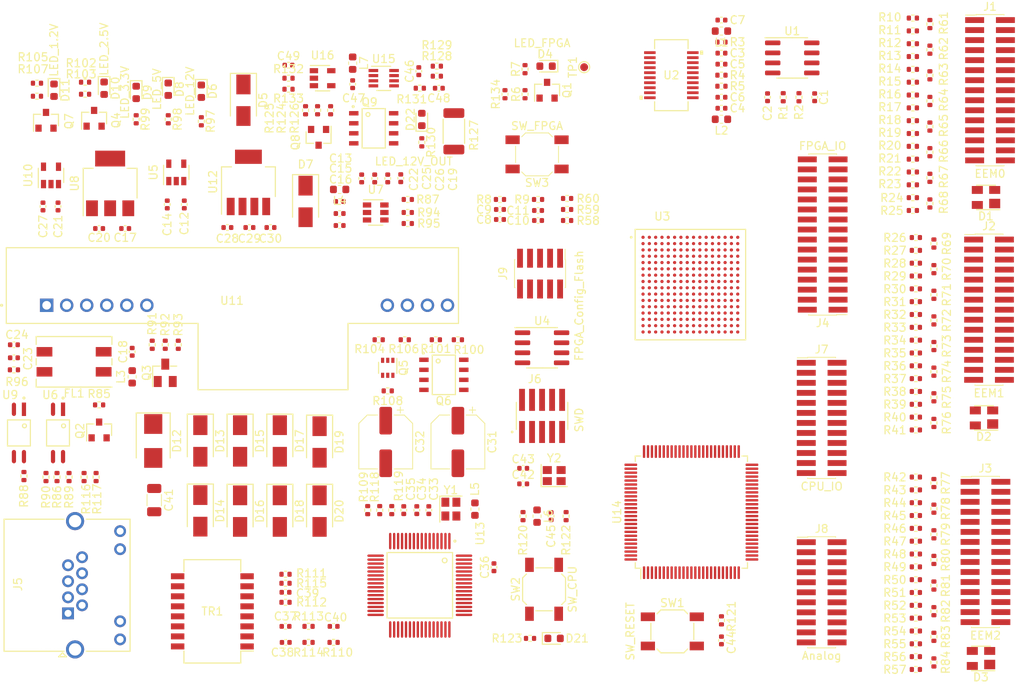
<source format=kicad_pcb>
(kicad_pcb (version 20171130) (host pcbnew 5.1.10-88a1d61d58~88~ubuntu20.04.1)

  (general
    (thickness 1.6)
    (drawings 0)
    (tracks 0)
    (zones 0)
    (modules 254)
    (nets 306)
  )

  (page A4)
  (layers
    (0 F.Cu signal)
    (31 B.Cu signal)
    (32 B.Adhes user)
    (33 F.Adhes user)
    (34 B.Paste user)
    (35 F.Paste user)
    (36 B.SilkS user)
    (37 F.SilkS user)
    (38 B.Mask user)
    (39 F.Mask user)
    (40 Dwgs.User user)
    (41 Cmts.User user)
    (42 Eco1.User user)
    (43 Eco2.User user)
    (44 Edge.Cuts user)
    (45 Margin user)
    (46 B.CrtYd user)
    (47 F.CrtYd user)
    (48 B.Fab user)
    (49 F.Fab user)
  )

  (setup
    (last_trace_width 0.25)
    (trace_clearance 0.2)
    (zone_clearance 0.508)
    (zone_45_only no)
    (trace_min 0.2)
    (via_size 0.8)
    (via_drill 0.4)
    (via_min_size 0.4)
    (via_min_drill 0.3)
    (uvia_size 0.3)
    (uvia_drill 0.1)
    (uvias_allowed no)
    (uvia_min_size 0.2)
    (uvia_min_drill 0.1)
    (edge_width 0.05)
    (segment_width 0.2)
    (pcb_text_width 0.3)
    (pcb_text_size 1.5 1.5)
    (mod_edge_width 0.1524)
    (mod_text_size 1.016 1.016)
    (mod_text_width 0.1524)
    (pad_size 1.524 1.524)
    (pad_drill 0.762)
    (pad_to_mask_clearance 0)
    (aux_axis_origin 0 0)
    (visible_elements FFFFFF7F)
    (pcbplotparams
      (layerselection 0x010fc_ffffffff)
      (usegerberextensions false)
      (usegerberattributes true)
      (usegerberadvancedattributes true)
      (creategerberjobfile true)
      (excludeedgelayer true)
      (linewidth 0.100000)
      (plotframeref false)
      (viasonmask false)
      (mode 1)
      (useauxorigin false)
      (hpglpennumber 1)
      (hpglpenspeed 20)
      (hpglpendiameter 15.000000)
      (psnegative false)
      (psa4output false)
      (plotreference true)
      (plotvalue true)
      (plotinvisibletext false)
      (padsonsilk false)
      (subtractmaskfromsilk false)
      (outputformat 1)
      (mirror false)
      (drillshape 1)
      (scaleselection 1)
      (outputdirectory ""))
  )

  (net 0 "")
  (net 1 "Net-(C1-Pad1)")
  (net 2 GND)
  (net 3 "Net-(C2-Pad1)")
  (net 4 /HighSpeedADC/+5VA)
  (net 5 /FPGA/GNDPLL0)
  (net 6 /FPGA/VCCPLL0)
  (net 7 /FPGA/GNDPLL1)
  (net 8 /FPGA/VCCPLL1)
  (net 9 +12V_OUT)
  (net 10 /CurrentSenser/12V_CURRENT)
  (net 11 /Power/+6V5)
  (net 12 +12V)
  (net 13 +3V3)
  (net 14 "Net-(C24-Pad1)")
  (net 15 +2V5)
  (net 16 +1V2)
  (net 17 +5V)
  (net 18 "Net-(C38-Pad1)")
  (net 19 "Net-(C40-Pad1)")
  (net 20 "Net-(C41-Pad1)")
  (net 21 /Ethernet/+3V3A)
  (net 22 "Net-(C44-Pad2)")
  (net 23 "Net-(C46-Pad1)")
  (net 24 /MCU/+3V3A)
  (net 25 +3V3MP)
  (net 26 "Net-(D4-Pad2)")
  (net 27 "Net-(D4-Pad1)")
  (net 28 "Net-(D9-Pad2)")
  (net 29 "Net-(D10-Pad2)")
  (net 30 "Net-(D11-Pad2)")
  (net 31 "Net-(D13-Pad2)")
  (net 32 /Ethernet/POE_VC-)
  (net 33 /Ethernet/POE_VC+)
  (net 34 "Net-(D15-Pad2)")
  (net 35 "Net-(D17-Pad2)")
  (net 36 "Net-(D19-Pad2)")
  (net 37 "Net-(D21-Pad2)")
  (net 38 /FPGA_IO1)
  (net 39 /FPGA_IO3)
  (net 40 /FPGA_IO5)
  (net 41 /FPGA_IO7)
  (net 42 /FPGA_IO9)
  (net 43 /FPGA_IO11)
  (net 44 /FPGA_IO13)
  (net 45 /FPGA_IO15)
  (net 46 /FPGA_IO14)
  (net 47 /FPGA_IO12)
  (net 48 /FPGA_IO10)
  (net 49 /FPGA_IO8)
  (net 50 /FPGA_IO6)
  (net 51 /FPGA_IO4)
  (net 52 /FPGA_IO2)
  (net 53 /FPGA_IO0)
  (net 54 /MCU/CPU_SWCLK)
  (net 55 /MCU/CPU_SWDIO)
  (net 56 /MCU/CPU_UART4_TX)
  (net 57 /MCU/CPU_UART4_RX)
  (net 58 /MCU/CPU_PWM_CH1)
  (net 59 /MCU/CPU_PWM_CH2)
  (net 60 /MCU/CPU_PWM_CH3)
  (net 61 /MCU/CPU_PWM_CH4)
  (net 62 /MCU/CPU_IIC2_SDA)
  (net 63 /MCU/CPU_IIC2_SCL)
  (net 64 /MCU/CPU_UART1_RX)
  (net 65 /MCU/CPU_UART1_TX)
  (net 66 /MCU/CPU_SPI2_MOSI)
  (net 67 /MCU/CPU_SPI2_MISO)
  (net 68 /MCU/CPU_SPI2_SCK)
  (net 69 /MCU/CPU_SPI2_CS)
  (net 70 /MCU/CPU_DAC1)
  (net 71 /MCU/CPU_DAC0)
  (net 72 /MCU/CPU_ADC7)
  (net 73 /MCU/CPU_ADC6)
  (net 74 /MCU/CPU_ADC5)
  (net 75 /MCU/CPU_ADC4)
  (net 76 /MCU/CPU_ADC3)
  (net 77 /MCU/CPU_ADC2)
  (net 78 /MCU/CPU_ADC1)
  (net 79 /MCU/CPU_ADC0)
  (net 80 /CurrentSenser/12V_SW)
  (net 81 "Net-(Q1-Pad1)")
  (net 82 "Net-(Q2-Pad3)")
  (net 83 /MCU/CPU_RESET)
  (net 84 "Net-(Q7-Pad1)")
  (net 85 "Net-(R1-Pad1)")
  (net 86 "Net-(R2-Pad1)")
  (net 87 "Net-(R4-Pad1)")
  (net 88 "Net-(R5-Pad2)")
  (net 89 "Net-(R6-Pad1)")
  (net 90 "Net-(R11-Pad2)")
  (net 91 "Net-(R12-Pad2)")
  (net 92 "Net-(R13-Pad2)")
  (net 93 "Net-(R14-Pad2)")
  (net 94 "Net-(R15-Pad2)")
  (net 95 "Net-(R16-Pad2)")
  (net 96 "Net-(R17-Pad2)")
  (net 97 "Net-(R18-Pad2)")
  (net 98 "Net-(R19-Pad2)")
  (net 99 "Net-(R20-Pad2)")
  (net 100 "Net-(R21-Pad2)")
  (net 101 "Net-(R22-Pad2)")
  (net 102 "Net-(R23-Pad2)")
  (net 103 "Net-(R24-Pad2)")
  (net 104 "Net-(R25-Pad2)")
  (net 105 "Net-(R26-Pad2)")
  (net 106 "Net-(R27-Pad2)")
  (net 107 "Net-(R28-Pad2)")
  (net 108 "Net-(R29-Pad2)")
  (net 109 "Net-(R30-Pad2)")
  (net 110 "Net-(R31-Pad2)")
  (net 111 "Net-(R32-Pad2)")
  (net 112 "Net-(R33-Pad2)")
  (net 113 "Net-(R34-Pad2)")
  (net 114 "Net-(R35-Pad2)")
  (net 115 "Net-(R36-Pad2)")
  (net 116 "Net-(R37-Pad2)")
  (net 117 "Net-(R38-Pad2)")
  (net 118 "Net-(R39-Pad2)")
  (net 119 "Net-(R40-Pad2)")
  (net 120 "Net-(R41-Pad2)")
  (net 121 "Net-(R42-Pad2)")
  (net 122 "Net-(R43-Pad2)")
  (net 123 "Net-(R44-Pad2)")
  (net 124 "Net-(R45-Pad2)")
  (net 125 "Net-(R46-Pad2)")
  (net 126 "Net-(R47-Pad2)")
  (net 127 "Net-(R48-Pad2)")
  (net 128 "Net-(R49-Pad2)")
  (net 129 "Net-(R50-Pad2)")
  (net 130 "Net-(R51-Pad2)")
  (net 131 "Net-(R52-Pad2)")
  (net 132 "Net-(R53-Pad2)")
  (net 133 "Net-(R54-Pad2)")
  (net 134 "Net-(R55-Pad2)")
  (net 135 "Net-(R56-Pad2)")
  (net 136 "Net-(R57-Pad2)")
  (net 137 /MCU/CPU_POE_AT_EVENT)
  (net 138 "Net-(R109-Pad1)")
  (net 139 /MCU/CPU_POE_SRC_STATUS)
  (net 140 /Ethernet/RJ45_LED_G)
  (net 141 /Ethernet/RJ45_LED_Y)
  (net 142 "Net-(SW2-Pad2)")
  (net 143 "Net-(TP1-Pad1)")
  (net 144 "Net-(C3-Pad1)")
  (net 145 /CurrentSenser/+3V3A)
  (net 146 /EEM0_IIC_SCL)
  (net 147 /EEM0_IIC_SDA)
  (net 148 /EEM1_IIC_SCL)
  (net 149 /EEM1_IIC_SDA)
  (net 150 /EEM2_IIC_SCL)
  (net 151 /EEM2_IIC_SDA)
  (net 152 /EEM0_7_N)
  (net 153 /EEM0_6_P)
  (net 154 /EEM0_5_N)
  (net 155 /EEM0_4_P)
  (net 156 /EEM0_3_N)
  (net 157 /EEM0_2_P)
  (net 158 /EEM0_1_N)
  (net 159 /EEM0_0_P)
  (net 160 /EEM0_7_P)
  (net 161 /EEM0_6_N)
  (net 162 /EEM0_5_P)
  (net 163 /EEM0_4_N)
  (net 164 /EEM0_3_P)
  (net 165 /EEM0_2_N)
  (net 166 /EEM0_1_P)
  (net 167 /EEM0_0_N)
  (net 168 /EEM1_7_N)
  (net 169 /EEM1_6_P)
  (net 170 /EEM1_5_N)
  (net 171 /EEM1_4_P)
  (net 172 /EEM1_3_N)
  (net 173 /EEM1_2_P)
  (net 174 /EEM1_1_N)
  (net 175 /EEM1_0_P)
  (net 176 /EEM1_7_P)
  (net 177 /EEM1_6_N)
  (net 178 /EEM1_5_P)
  (net 179 /EEM1_4_N)
  (net 180 /EEM1_3_P)
  (net 181 /EEM1_2_N)
  (net 182 /EEM1_1_P)
  (net 183 /EEM1_0_N)
  (net 184 /EEM2_7_N)
  (net 185 /EEM2_6_P)
  (net 186 /EEM2_5_N)
  (net 187 /EEM2_4_P)
  (net 188 /EEM2_3_N)
  (net 189 /EEM2_2_P)
  (net 190 /EEM2_1_N)
  (net 191 /EEM2_0_P)
  (net 192 /EEM2_7_P)
  (net 193 /EEM2_6_N)
  (net 194 /EEM2_5_P)
  (net 195 /EEM2_4_N)
  (net 196 /EEM2_3_P)
  (net 197 /EEM2_2_N)
  (net 198 /EEM2_1_P)
  (net 199 /EEM2_0_N)
  (net 200 /CDONE)
  (net 201 /CRESET)
  (net 202 /SPI_CS)
  (net 203 /ENC_INT)
  (net 204 /ADC_D0)
  (net 205 /ADC_D1)
  (net 206 /ADC_D2)
  (net 207 /ADC_D3)
  (net 208 /ADC_D4)
  (net 209 /ADC_D5)
  (net 210 /ADC_D6)
  (net 211 /ADC_D7)
  (net 212 /ADC_CLK)
  (net 213 /FSMC_CLK)
  (net 214 /FSMC_D15)
  (net 215 /FSMC_D9)
  (net 216 /FSMC_D10)
  (net 217 /FSMC_D0)
  (net 218 /FSMC_A7)
  (net 219 /FSMC_NL)
  (net 220 /FSMC_NBL0)
  (net 221 /FSMC_D6)
  (net 222 /FSMC_D7)
  (net 223 /FSMC_D5)
  (net 224 /FSMC_D1)
  (net 225 /FSMC_A3)
  (net 226 /FSMC_A1)
  (net 227 /FSMC_NWAIT)
  (net 228 /FSMC_NOE)
  (net 229 /FSMC_D12)
  (net 230 /FSMC_D8)
  (net 231 /FSMC_D3)
  (net 232 /FSMC_A4)
  (net 233 /FSMC_A6)
  (net 234 /FSMC_A0)
  (net 235 /FSMC_NBL1)
  (net 236 /FSMC_D14)
  (net 237 /FSMC_D11)
  (net 238 /FSMC_D4)
  (net 239 /FSMC_A2)
  (net 240 /FSMC_D13)
  (net 241 /FSMC_D2)
  (net 242 /FSMC_A5)
  (net 243 /FSMC_NE1)
  (net 244 /FSMC_NWE)
  (net 245 /CSBSEL0)
  (net 246 /IIC_SCL)
  (net 247 /IIC_SDA)
  (net 248 /SPI_MOSI)
  (net 249 /SPI_MISO)
  (net 250 /CSBSEL1)
  (net 251 /SPI_SCK)
  (net 252 /SPI_ENC_CS)
  (net 253 "Net-(C5-Pad2)")
  (net 254 "Net-(C7-Pad2)")
  (net 255 "Net-(C18-Pad2)")
  (net 256 "Net-(C18-Pad1)")
  (net 257 "Net-(C19-Pad2)")
  (net 258 "Net-(C19-Pad1)")
  (net 259 "Net-(C23-Pad2)")
  (net 260 "Net-(C31-Pad1)")
  (net 261 "Net-(C33-Pad1)")
  (net 262 "Net-(C34-Pad1)")
  (net 263 "Net-(C36-Pad2)")
  (net 264 "Net-(C37-Pad2)")
  (net 265 "Net-(C37-Pad1)")
  (net 266 "Net-(C38-Pad2)")
  (net 267 "Net-(C39-Pad1)")
  (net 268 "Net-(C42-Pad1)")
  (net 269 "Net-(C43-Pad1)")
  (net 270 "Net-(D6-Pad2)")
  (net 271 "Net-(D8-Pad2)")
  (net 272 "Net-(D10-Pad1)")
  (net 273 "Net-(D11-Pad1)")
  (net 274 "Net-(D21-Pad1)")
  (net 275 "Net-(D22-Pad1)")
  (net 276 "Net-(Q3-Pad1)")
  (net 277 "Net-(Q4-Pad1)")
  (net 278 "Net-(Q5-Pad6)")
  (net 279 "Net-(Q5-Pad2)")
  (net 280 "Net-(Q5-Pad3)")
  (net 281 "Net-(Q8-Pad3)")
  (net 282 "Net-(Q8-Pad1)")
  (net 283 "Net-(R10-Pad2)")
  (net 284 "Net-(R85-Pad2)")
  (net 285 "Net-(R86-Pad1)")
  (net 286 "Net-(R87-Pad1)")
  (net 287 "Net-(R94-Pad1)")
  (net 288 "Net-(R96-Pad2)")
  (net 289 "Net-(R111-Pad1)")
  (net 290 "Net-(R112-Pad2)")
  (net 291 "Net-(R122-Pad1)")
  (net 292 "Net-(R131-Pad2)")
  (net 293 "Net-(R132-Pad2)")
  (net 294 "Net-(U11-Pad3)")
  (net 295 "Net-(U15-Pad3)")
  (net 296 "Net-(C46-Pad2)")
  (net 297 "Net-(D22-Pad2)")
  (net 298 "Net-(J5-Pad12)")
  (net 299 "Net-(J5-Pad10)")
  (net 300 "Net-(J5-Pad6)")
  (net 301 "Net-(J5-Pad2)")
  (net 302 "Net-(J5-Pad3)")
  (net 303 "Net-(J5-Pad1)")
  (net 304 HSADC_IN)
  (net 305 "Net-(R134-Pad1)")

  (net_class Default "This is the default net class."
    (clearance 0.2)
    (trace_width 0.25)
    (via_dia 0.8)
    (via_drill 0.4)
    (uvia_dia 0.3)
    (uvia_drill 0.1)
    (add_net +12V)
    (add_net +12V_OUT)
    (add_net +1V2)
    (add_net +2V5)
    (add_net +3V3)
    (add_net +3V3MP)
    (add_net +5V)
    (add_net /ADC_CLK)
    (add_net /ADC_D0)
    (add_net /ADC_D1)
    (add_net /ADC_D2)
    (add_net /ADC_D3)
    (add_net /ADC_D4)
    (add_net /ADC_D5)
    (add_net /ADC_D6)
    (add_net /ADC_D7)
    (add_net /CDONE)
    (add_net /CRESET)
    (add_net /CSBSEL0)
    (add_net /CSBSEL1)
    (add_net /CurrentSenser/+3V3A)
    (add_net /CurrentSenser/12V_CURRENT)
    (add_net /CurrentSenser/12V_SW)
    (add_net /EEM0_0_N)
    (add_net /EEM0_0_P)
    (add_net /EEM0_1_N)
    (add_net /EEM0_1_P)
    (add_net /EEM0_2_N)
    (add_net /EEM0_2_P)
    (add_net /EEM0_3_N)
    (add_net /EEM0_3_P)
    (add_net /EEM0_4_N)
    (add_net /EEM0_4_P)
    (add_net /EEM0_5_N)
    (add_net /EEM0_5_P)
    (add_net /EEM0_6_N)
    (add_net /EEM0_6_P)
    (add_net /EEM0_7_N)
    (add_net /EEM0_7_P)
    (add_net /EEM0_IIC_SCL)
    (add_net /EEM0_IIC_SDA)
    (add_net /EEM1_0_N)
    (add_net /EEM1_0_P)
    (add_net /EEM1_1_N)
    (add_net /EEM1_1_P)
    (add_net /EEM1_2_N)
    (add_net /EEM1_2_P)
    (add_net /EEM1_3_N)
    (add_net /EEM1_3_P)
    (add_net /EEM1_4_N)
    (add_net /EEM1_4_P)
    (add_net /EEM1_5_N)
    (add_net /EEM1_5_P)
    (add_net /EEM1_6_N)
    (add_net /EEM1_6_P)
    (add_net /EEM1_7_N)
    (add_net /EEM1_7_P)
    (add_net /EEM1_IIC_SCL)
    (add_net /EEM1_IIC_SDA)
    (add_net /EEM2_0_N)
    (add_net /EEM2_0_P)
    (add_net /EEM2_1_N)
    (add_net /EEM2_1_P)
    (add_net /EEM2_2_N)
    (add_net /EEM2_2_P)
    (add_net /EEM2_3_N)
    (add_net /EEM2_3_P)
    (add_net /EEM2_4_N)
    (add_net /EEM2_4_P)
    (add_net /EEM2_5_N)
    (add_net /EEM2_5_P)
    (add_net /EEM2_6_N)
    (add_net /EEM2_6_P)
    (add_net /EEM2_7_N)
    (add_net /EEM2_7_P)
    (add_net /EEM2_IIC_SCL)
    (add_net /EEM2_IIC_SDA)
    (add_net /ENC_INT)
    (add_net /Ethernet/+3V3A)
    (add_net /Ethernet/POE_VC+)
    (add_net /Ethernet/POE_VC-)
    (add_net /Ethernet/RJ45_LED_G)
    (add_net /Ethernet/RJ45_LED_Y)
    (add_net /FPGA/GNDPLL0)
    (add_net /FPGA/GNDPLL1)
    (add_net /FPGA/VCCPLL0)
    (add_net /FPGA/VCCPLL1)
    (add_net /FPGA_IO0)
    (add_net /FPGA_IO1)
    (add_net /FPGA_IO10)
    (add_net /FPGA_IO11)
    (add_net /FPGA_IO12)
    (add_net /FPGA_IO13)
    (add_net /FPGA_IO14)
    (add_net /FPGA_IO15)
    (add_net /FPGA_IO2)
    (add_net /FPGA_IO3)
    (add_net /FPGA_IO4)
    (add_net /FPGA_IO5)
    (add_net /FPGA_IO6)
    (add_net /FPGA_IO7)
    (add_net /FPGA_IO8)
    (add_net /FPGA_IO9)
    (add_net /FSMC_A0)
    (add_net /FSMC_A1)
    (add_net /FSMC_A2)
    (add_net /FSMC_A3)
    (add_net /FSMC_A4)
    (add_net /FSMC_A5)
    (add_net /FSMC_A6)
    (add_net /FSMC_A7)
    (add_net /FSMC_CLK)
    (add_net /FSMC_D0)
    (add_net /FSMC_D1)
    (add_net /FSMC_D10)
    (add_net /FSMC_D11)
    (add_net /FSMC_D12)
    (add_net /FSMC_D13)
    (add_net /FSMC_D14)
    (add_net /FSMC_D15)
    (add_net /FSMC_D2)
    (add_net /FSMC_D3)
    (add_net /FSMC_D4)
    (add_net /FSMC_D5)
    (add_net /FSMC_D6)
    (add_net /FSMC_D7)
    (add_net /FSMC_D8)
    (add_net /FSMC_D9)
    (add_net /FSMC_NBL0)
    (add_net /FSMC_NBL1)
    (add_net /FSMC_NE1)
    (add_net /FSMC_NL)
    (add_net /FSMC_NOE)
    (add_net /FSMC_NWAIT)
    (add_net /FSMC_NWE)
    (add_net /HighSpeedADC/+5VA)
    (add_net /IIC_SCL)
    (add_net /IIC_SDA)
    (add_net /MCU/+3V3A)
    (add_net /MCU/CPU_ADC0)
    (add_net /MCU/CPU_ADC1)
    (add_net /MCU/CPU_ADC2)
    (add_net /MCU/CPU_ADC3)
    (add_net /MCU/CPU_ADC4)
    (add_net /MCU/CPU_ADC5)
    (add_net /MCU/CPU_ADC6)
    (add_net /MCU/CPU_ADC7)
    (add_net /MCU/CPU_DAC0)
    (add_net /MCU/CPU_DAC1)
    (add_net /MCU/CPU_IIC2_SCL)
    (add_net /MCU/CPU_IIC2_SDA)
    (add_net /MCU/CPU_POE_AT_EVENT)
    (add_net /MCU/CPU_POE_SRC_STATUS)
    (add_net /MCU/CPU_PWM_CH1)
    (add_net /MCU/CPU_PWM_CH2)
    (add_net /MCU/CPU_PWM_CH3)
    (add_net /MCU/CPU_PWM_CH4)
    (add_net /MCU/CPU_RESET)
    (add_net /MCU/CPU_SPI2_CS)
    (add_net /MCU/CPU_SPI2_MISO)
    (add_net /MCU/CPU_SPI2_MOSI)
    (add_net /MCU/CPU_SPI2_SCK)
    (add_net /MCU/CPU_SWCLK)
    (add_net /MCU/CPU_SWDIO)
    (add_net /MCU/CPU_UART1_RX)
    (add_net /MCU/CPU_UART1_TX)
    (add_net /MCU/CPU_UART4_RX)
    (add_net /MCU/CPU_UART4_TX)
    (add_net /Power/+6V5)
    (add_net /SPI_CS)
    (add_net /SPI_ENC_CS)
    (add_net /SPI_MISO)
    (add_net /SPI_MOSI)
    (add_net /SPI_SCK)
    (add_net GND)
    (add_net HSADC_IN)
    (add_net "Net-(C1-Pad1)")
    (add_net "Net-(C18-Pad1)")
    (add_net "Net-(C18-Pad2)")
    (add_net "Net-(C19-Pad1)")
    (add_net "Net-(C19-Pad2)")
    (add_net "Net-(C2-Pad1)")
    (add_net "Net-(C23-Pad2)")
    (add_net "Net-(C24-Pad1)")
    (add_net "Net-(C3-Pad1)")
    (add_net "Net-(C31-Pad1)")
    (add_net "Net-(C33-Pad1)")
    (add_net "Net-(C34-Pad1)")
    (add_net "Net-(C36-Pad2)")
    (add_net "Net-(C37-Pad1)")
    (add_net "Net-(C37-Pad2)")
    (add_net "Net-(C38-Pad1)")
    (add_net "Net-(C38-Pad2)")
    (add_net "Net-(C39-Pad1)")
    (add_net "Net-(C40-Pad1)")
    (add_net "Net-(C41-Pad1)")
    (add_net "Net-(C42-Pad1)")
    (add_net "Net-(C43-Pad1)")
    (add_net "Net-(C44-Pad2)")
    (add_net "Net-(C46-Pad1)")
    (add_net "Net-(C46-Pad2)")
    (add_net "Net-(C5-Pad2)")
    (add_net "Net-(C7-Pad2)")
    (add_net "Net-(D10-Pad1)")
    (add_net "Net-(D10-Pad2)")
    (add_net "Net-(D11-Pad1)")
    (add_net "Net-(D11-Pad2)")
    (add_net "Net-(D13-Pad2)")
    (add_net "Net-(D15-Pad2)")
    (add_net "Net-(D17-Pad2)")
    (add_net "Net-(D19-Pad2)")
    (add_net "Net-(D21-Pad1)")
    (add_net "Net-(D21-Pad2)")
    (add_net "Net-(D22-Pad1)")
    (add_net "Net-(D22-Pad2)")
    (add_net "Net-(D4-Pad1)")
    (add_net "Net-(D4-Pad2)")
    (add_net "Net-(D6-Pad2)")
    (add_net "Net-(D8-Pad2)")
    (add_net "Net-(D9-Pad2)")
    (add_net "Net-(J5-Pad1)")
    (add_net "Net-(J5-Pad10)")
    (add_net "Net-(J5-Pad12)")
    (add_net "Net-(J5-Pad2)")
    (add_net "Net-(J5-Pad3)")
    (add_net "Net-(J5-Pad6)")
    (add_net "Net-(J6-Pad06)")
    (add_net "Net-(J6-Pad07)")
    (add_net "Net-(J6-Pad08)")
    (add_net "Net-(J6-Pad09)")
    (add_net "Net-(J6-Pad10)")
    (add_net "Net-(Q1-Pad1)")
    (add_net "Net-(Q2-Pad3)")
    (add_net "Net-(Q3-Pad1)")
    (add_net "Net-(Q4-Pad1)")
    (add_net "Net-(Q5-Pad2)")
    (add_net "Net-(Q5-Pad3)")
    (add_net "Net-(Q5-Pad6)")
    (add_net "Net-(Q7-Pad1)")
    (add_net "Net-(Q8-Pad1)")
    (add_net "Net-(Q8-Pad3)")
    (add_net "Net-(R1-Pad1)")
    (add_net "Net-(R10-Pad2)")
    (add_net "Net-(R109-Pad1)")
    (add_net "Net-(R11-Pad2)")
    (add_net "Net-(R111-Pad1)")
    (add_net "Net-(R112-Pad2)")
    (add_net "Net-(R12-Pad2)")
    (add_net "Net-(R122-Pad1)")
    (add_net "Net-(R13-Pad2)")
    (add_net "Net-(R131-Pad2)")
    (add_net "Net-(R132-Pad2)")
    (add_net "Net-(R134-Pad1)")
    (add_net "Net-(R14-Pad2)")
    (add_net "Net-(R15-Pad2)")
    (add_net "Net-(R16-Pad2)")
    (add_net "Net-(R17-Pad2)")
    (add_net "Net-(R18-Pad2)")
    (add_net "Net-(R19-Pad2)")
    (add_net "Net-(R2-Pad1)")
    (add_net "Net-(R20-Pad2)")
    (add_net "Net-(R21-Pad2)")
    (add_net "Net-(R22-Pad2)")
    (add_net "Net-(R23-Pad2)")
    (add_net "Net-(R24-Pad2)")
    (add_net "Net-(R25-Pad2)")
    (add_net "Net-(R26-Pad2)")
    (add_net "Net-(R27-Pad2)")
    (add_net "Net-(R28-Pad2)")
    (add_net "Net-(R29-Pad2)")
    (add_net "Net-(R30-Pad2)")
    (add_net "Net-(R31-Pad2)")
    (add_net "Net-(R32-Pad2)")
    (add_net "Net-(R33-Pad2)")
    (add_net "Net-(R34-Pad2)")
    (add_net "Net-(R35-Pad2)")
    (add_net "Net-(R36-Pad2)")
    (add_net "Net-(R37-Pad2)")
    (add_net "Net-(R38-Pad2)")
    (add_net "Net-(R39-Pad2)")
    (add_net "Net-(R4-Pad1)")
    (add_net "Net-(R40-Pad2)")
    (add_net "Net-(R41-Pad2)")
    (add_net "Net-(R42-Pad2)")
    (add_net "Net-(R43-Pad2)")
    (add_net "Net-(R44-Pad2)")
    (add_net "Net-(R45-Pad2)")
    (add_net "Net-(R46-Pad2)")
    (add_net "Net-(R47-Pad2)")
    (add_net "Net-(R48-Pad2)")
    (add_net "Net-(R49-Pad2)")
    (add_net "Net-(R5-Pad2)")
    (add_net "Net-(R50-Pad2)")
    (add_net "Net-(R51-Pad2)")
    (add_net "Net-(R52-Pad2)")
    (add_net "Net-(R53-Pad2)")
    (add_net "Net-(R54-Pad2)")
    (add_net "Net-(R55-Pad2)")
    (add_net "Net-(R56-Pad2)")
    (add_net "Net-(R57-Pad2)")
    (add_net "Net-(R6-Pad1)")
    (add_net "Net-(R85-Pad2)")
    (add_net "Net-(R86-Pad1)")
    (add_net "Net-(R87-Pad1)")
    (add_net "Net-(R94-Pad1)")
    (add_net "Net-(R96-Pad2)")
    (add_net "Net-(SW2-Pad2)")
    (add_net "Net-(TP1-Pad1)")
    (add_net "Net-(U1-Pad1)")
    (add_net "Net-(U1-Pad5)")
    (add_net "Net-(U10-Pad4)")
    (add_net "Net-(U11-Pad3)")
    (add_net "Net-(U11-Pad4)")
    (add_net "Net-(U11-Pad5)")
    (add_net "Net-(U11-Pad6)")
    (add_net "Net-(U11-Pad9)")
    (add_net "Net-(U12-Pad2)")
    (add_net "Net-(U13-Pad10)")
    (add_net "Net-(U13-Pad11)")
    (add_net "Net-(U13-Pad12)")
    (add_net "Net-(U13-Pad13)")
    (add_net "Net-(U13-Pad19)")
    (add_net "Net-(U13-Pad20)")
    (add_net "Net-(U13-Pad33)")
    (add_net "Net-(U13-Pad35)")
    (add_net "Net-(U13-Pad36)")
    (add_net "Net-(U13-Pad37)")
    (add_net "Net-(U13-Pad38)")
    (add_net "Net-(U13-Pad39)")
    (add_net "Net-(U13-Pad40)")
    (add_net "Net-(U13-Pad41)")
    (add_net "Net-(U13-Pad42)")
    (add_net "Net-(U13-Pad43)")
    (add_net "Net-(U13-Pad44)")
    (add_net "Net-(U13-Pad45)")
    (add_net "Net-(U13-Pad48)")
    (add_net "Net-(U13-Pad5)")
    (add_net "Net-(U13-Pad53)")
    (add_net "Net-(U13-Pad54)")
    (add_net "Net-(U13-Pad55)")
    (add_net "Net-(U13-Pad56)")
    (add_net "Net-(U13-Pad57)")
    (add_net "Net-(U13-Pad58)")
    (add_net "Net-(U13-Pad59)")
    (add_net "Net-(U13-Pad6)")
    (add_net "Net-(U13-Pad60)")
    (add_net "Net-(U13-Pad61)")
    (add_net "Net-(U13-Pad7)")
    (add_net "Net-(U13-Pad8)")
    (add_net "Net-(U13-Pad9)")
    (add_net "Net-(U14-Pad17)")
    (add_net "Net-(U14-Pad18)")
    (add_net "Net-(U14-Pad73)")
    (add_net "Net-(U14-Pad83)")
    (add_net "Net-(U14-Pad92)")
    (add_net "Net-(U15-Pad3)")
    (add_net "Net-(U15-Pad6)")
    (add_net "Net-(U3-PadA1)")
    (add_net "Net-(U3-PadA2)")
    (add_net "Net-(U3-PadA5)")
    (add_net "Net-(U3-PadA6)")
    (add_net "Net-(U3-PadB16)")
    (add_net "Net-(U3-PadB3)")
    (add_net "Net-(U3-PadB4)")
    (add_net "Net-(U3-PadB5)")
    (add_net "Net-(U3-PadB6)")
    (add_net "Net-(U3-PadB7)")
    (add_net "Net-(U3-PadC16)")
    (add_net "Net-(U3-PadC3)")
    (add_net "Net-(U3-PadC4)")
    (add_net "Net-(U3-PadC5)")
    (add_net "Net-(U3-PadC6)")
    (add_net "Net-(U3-PadD14)")
    (add_net "Net-(U3-PadD15)")
    (add_net "Net-(U3-PadD16)")
    (add_net "Net-(U3-PadD3)")
    (add_net "Net-(U3-PadD4)")
    (add_net "Net-(U3-PadD5)")
    (add_net "Net-(U3-PadD6)")
    (add_net "Net-(U3-PadD7)")
    (add_net "Net-(U3-PadE13)")
    (add_net "Net-(U3-PadE14)")
    (add_net "Net-(U3-PadE5)")
    (add_net "Net-(U3-PadE6)")
    (add_net "Net-(U3-PadF11)")
    (add_net "Net-(U3-PadF12)")
    (add_net "Net-(U3-PadF13)")
    (add_net "Net-(U3-PadF14)")
    (add_net "Net-(U3-PadF3)")
    (add_net "Net-(U3-PadG12)")
    (add_net "Net-(U3-PadG13)")
    (add_net "Net-(U3-PadG3)")
    (add_net "Net-(U3-PadJ15)")
    (add_net "Net-(U3-PadK15)")
    (add_net "Net-(U3-PadK9)")
    (add_net "Net-(U3-PadL10)")
    (add_net "Net-(U3-PadL11)")
    (add_net "Net-(U3-PadL13)")
    (add_net "Net-(U3-PadL9)")
    (add_net "Net-(U3-PadM11)")
    (add_net "Net-(U3-PadM12)")
    (add_net "Net-(U3-PadM7)")
    (add_net "Net-(U3-PadM8)")
    (add_net "Net-(U3-PadM9)")
    (add_net "Net-(U3-PadN10)")
    (add_net "Net-(U3-PadN12)")
    (add_net "Net-(U3-PadN16)")
    (add_net "Net-(U3-PadN4)")
    (add_net "Net-(U3-PadN5)")
    (add_net "Net-(U3-PadN6)")
    (add_net "Net-(U3-PadN7)")
    (add_net "Net-(U3-PadN9)")
    (add_net "Net-(U3-PadP10)")
    (add_net "Net-(U3-PadP4)")
    (add_net "Net-(U3-PadP5)")
    (add_net "Net-(U3-PadP6)")
    (add_net "Net-(U3-PadP7)")
    (add_net "Net-(U3-PadP8)")
    (add_net "Net-(U3-PadP9)")
    (add_net "Net-(U3-PadR1)")
    (add_net "Net-(U3-PadR10)")
    (add_net "Net-(U3-PadR16)")
    (add_net "Net-(U3-PadR2)")
    (add_net "Net-(U3-PadR3)")
    (add_net "Net-(U3-PadR4)")
    (add_net "Net-(U3-PadR5)")
    (add_net "Net-(U3-PadR6)")
    (add_net "Net-(U3-PadR9)")
    (add_net "Net-(U3-PadT1)")
    (add_net "Net-(U3-PadT10)")
    (add_net "Net-(U3-PadT11)")
    (add_net "Net-(U3-PadT13)")
    (add_net "Net-(U3-PadT14)")
    (add_net "Net-(U3-PadT15)")
    (add_net "Net-(U3-PadT16)")
    (add_net "Net-(U3-PadT2)")
    (add_net "Net-(U3-PadT3)")
    (add_net "Net-(U3-PadT5)")
    (add_net "Net-(U3-PadT6)")
    (add_net "Net-(U3-PadT7)")
    (add_net "Net-(U3-PadT8)")
    (add_net "Net-(U3-PadT9)")
    (add_net "Net-(U5-Pad4)")
  )

  (module Connector_PinHeader_1.27mm:PinHeader_2x05_P1.27mm_Vertical_SMD (layer F.Cu) (tedit 59FED6E3) (tstamp 60DCB0E8)
    (at 112.903 108.712 270)
    (descr "surface-mounted straight pin header, 2x05, 1.27mm pitch, double rows")
    (tags "Surface mounted pin header SMD 2x05 1.27mm double row")
    (path /60CB9D41/61EC2C7C)
    (attr smd)
    (fp_text reference J9 (at 0 4.699 90) (layer F.SilkS)
      (effects (font (size 1 1) (thickness 0.15)))
    )
    (fp_text value FPGA_Config_Flash (at 4.064 -4.953 90) (layer F.SilkS)
      (effects (font (size 1 1) (thickness 0.15)))
    )
    (fp_text user %R (at 0 0) (layer F.Fab) hide
      (effects (font (size 1 1) (thickness 0.15)))
    )
    (fp_line (start 1.705 3.175) (end -1.705 3.175) (layer F.Fab) (width 0.1))
    (fp_line (start -1.27 -3.175) (end 1.705 -3.175) (layer F.Fab) (width 0.1))
    (fp_line (start -1.705 3.175) (end -1.705 -2.74) (layer F.Fab) (width 0.1))
    (fp_line (start -1.705 -2.74) (end -1.27 -3.175) (layer F.Fab) (width 0.1))
    (fp_line (start 1.705 -3.175) (end 1.705 3.175) (layer F.Fab) (width 0.1))
    (fp_line (start -1.705 -2.74) (end -2.75 -2.74) (layer F.Fab) (width 0.1))
    (fp_line (start -2.75 -2.74) (end -2.75 -2.34) (layer F.Fab) (width 0.1))
    (fp_line (start -2.75 -2.34) (end -1.705 -2.34) (layer F.Fab) (width 0.1))
    (fp_line (start 1.705 -2.74) (end 2.75 -2.74) (layer F.Fab) (width 0.1))
    (fp_line (start 2.75 -2.74) (end 2.75 -2.34) (layer F.Fab) (width 0.1))
    (fp_line (start 2.75 -2.34) (end 1.705 -2.34) (layer F.Fab) (width 0.1))
    (fp_line (start -1.705 -1.47) (end -2.75 -1.47) (layer F.Fab) (width 0.1))
    (fp_line (start -2.75 -1.47) (end -2.75 -1.07) (layer F.Fab) (width 0.1))
    (fp_line (start -2.75 -1.07) (end -1.705 -1.07) (layer F.Fab) (width 0.1))
    (fp_line (start 1.705 -1.47) (end 2.75 -1.47) (layer F.Fab) (width 0.1))
    (fp_line (start 2.75 -1.47) (end 2.75 -1.07) (layer F.Fab) (width 0.1))
    (fp_line (start 2.75 -1.07) (end 1.705 -1.07) (layer F.Fab) (width 0.1))
    (fp_line (start -1.705 -0.2) (end -2.75 -0.2) (layer F.Fab) (width 0.1))
    (fp_line (start -2.75 -0.2) (end -2.75 0.2) (layer F.Fab) (width 0.1))
    (fp_line (start -2.75 0.2) (end -1.705 0.2) (layer F.Fab) (width 0.1))
    (fp_line (start 1.705 -0.2) (end 2.75 -0.2) (layer F.Fab) (width 0.1))
    (fp_line (start 2.75 -0.2) (end 2.75 0.2) (layer F.Fab) (width 0.1))
    (fp_line (start 2.75 0.2) (end 1.705 0.2) (layer F.Fab) (width 0.1))
    (fp_line (start -1.705 1.07) (end -2.75 1.07) (layer F.Fab) (width 0.1))
    (fp_line (start -2.75 1.07) (end -2.75 1.47) (layer F.Fab) (width 0.1))
    (fp_line (start -2.75 1.47) (end -1.705 1.47) (layer F.Fab) (width 0.1))
    (fp_line (start 1.705 1.07) (end 2.75 1.07) (layer F.Fab) (width 0.1))
    (fp_line (start 2.75 1.07) (end 2.75 1.47) (layer F.Fab) (width 0.1))
    (fp_line (start 2.75 1.47) (end 1.705 1.47) (layer F.Fab) (width 0.1))
    (fp_line (start -1.705 2.34) (end -2.75 2.34) (layer F.Fab) (width 0.1))
    (fp_line (start -2.75 2.34) (end -2.75 2.74) (layer F.Fab) (width 0.1))
    (fp_line (start -2.75 2.74) (end -1.705 2.74) (layer F.Fab) (width 0.1))
    (fp_line (start 1.705 2.34) (end 2.75 2.34) (layer F.Fab) (width 0.1))
    (fp_line (start 2.75 2.34) (end 2.75 2.74) (layer F.Fab) (width 0.1))
    (fp_line (start 2.75 2.74) (end 1.705 2.74) (layer F.Fab) (width 0.1))
    (fp_line (start -1.765 -3.235) (end 1.765 -3.235) (layer F.SilkS) (width 0.12))
    (fp_line (start -1.765 3.235) (end 1.765 3.235) (layer F.SilkS) (width 0.12))
    (fp_line (start -3.09 -3.17) (end -1.765 -3.17) (layer F.SilkS) (width 0.12))
    (fp_line (start -1.765 -3.235) (end -1.765 -3.17) (layer F.SilkS) (width 0.12))
    (fp_line (start 1.765 -3.235) (end 1.765 -3.17) (layer F.SilkS) (width 0.12))
    (fp_line (start -1.765 3.17) (end -1.765 3.235) (layer F.SilkS) (width 0.12))
    (fp_line (start 1.765 3.17) (end 1.765 3.235) (layer F.SilkS) (width 0.12))
    (fp_line (start -4.3 -3.7) (end -4.3 3.7) (layer F.CrtYd) (width 0.05))
    (fp_line (start -4.3 3.7) (end 4.3 3.7) (layer F.CrtYd) (width 0.05))
    (fp_line (start 4.3 3.7) (end 4.3 -3.7) (layer F.CrtYd) (width 0.05))
    (fp_line (start 4.3 -3.7) (end -4.3 -3.7) (layer F.CrtYd) (width 0.05))
    (pad 10 smd rect (at 1.95 2.54 270) (size 2.4 0.74) (layers F.Cu F.Paste F.Mask)
      (net 200 /CDONE))
    (pad 9 smd rect (at -1.95 2.54 270) (size 2.4 0.74) (layers F.Cu F.Paste F.Mask)
      (net 201 /CRESET))
    (pad 8 smd rect (at 1.95 1.27 270) (size 2.4 0.74) (layers F.Cu F.Paste F.Mask)
      (net 250 /CSBSEL1))
    (pad 7 smd rect (at -1.95 1.27 270) (size 2.4 0.74) (layers F.Cu F.Paste F.Mask)
      (net 245 /CSBSEL0))
    (pad 6 smd rect (at 1.95 0 270) (size 2.4 0.74) (layers F.Cu F.Paste F.Mask)
      (net 13 +3V3))
    (pad 5 smd rect (at -1.95 0 270) (size 2.4 0.74) (layers F.Cu F.Paste F.Mask)
      (net 2 GND))
    (pad 4 smd rect (at 1.95 -1.27 270) (size 2.4 0.74) (layers F.Cu F.Paste F.Mask)
      (net 251 /SPI_SCK))
    (pad 3 smd rect (at -1.95 -1.27 270) (size 2.4 0.74) (layers F.Cu F.Paste F.Mask)
      (net 248 /SPI_MOSI))
    (pad 2 smd rect (at 1.95 -2.54 270) (size 2.4 0.74) (layers F.Cu F.Paste F.Mask)
      (net 249 /SPI_MISO))
    (pad 1 smd rect (at -1.95 -2.54 270) (size 2.4 0.74) (layers F.Cu F.Paste F.Mask)
      (net 202 /SPI_CS))
    (model ${KISYS3DMOD}/Connector_PinHeader_1.27mm.3dshapes/PinHeader_2x05_P1.27mm_Vertical_SMD.wrl
      (at (xyz 0 0 0))
      (scale (xyz 1 1 1))
      (rotate (xyz 0 0 0))
    )
  )

  (module Connector_PinHeader_1.27mm:PinHeader_2x11_P1.27mm_Vertical_SMD (layer F.Cu) (tedit 59FED6E3) (tstamp 60D8139A)
    (at 148.59 149.098)
    (descr "surface-mounted straight pin header, 2x11, 1.27mm pitch, double rows")
    (tags "Surface mounted pin header SMD 2x11 1.27mm double row")
    (path /60C2FDBB/616C949D)
    (attr smd)
    (fp_text reference J8 (at 0 -8.045) (layer F.SilkS)
      (effects (font (size 1 1) (thickness 0.15)))
    )
    (fp_text value Analog (at 0 8.045) (layer F.SilkS)
      (effects (font (size 1 1) (thickness 0.15)))
    )
    (fp_text user %R (at 0 0 90) (layer F.Fab)
      (effects (font (size 1 1) (thickness 0.15)))
    )
    (fp_line (start 1.705 6.985) (end -1.705 6.985) (layer F.Fab) (width 0.1))
    (fp_line (start -1.27 -6.985) (end 1.705 -6.985) (layer F.Fab) (width 0.1))
    (fp_line (start -1.705 6.985) (end -1.705 -6.55) (layer F.Fab) (width 0.1))
    (fp_line (start -1.705 -6.55) (end -1.27 -6.985) (layer F.Fab) (width 0.1))
    (fp_line (start 1.705 -6.985) (end 1.705 6.985) (layer F.Fab) (width 0.1))
    (fp_line (start -1.705 -6.55) (end -2.75 -6.55) (layer F.Fab) (width 0.1))
    (fp_line (start -2.75 -6.55) (end -2.75 -6.15) (layer F.Fab) (width 0.1))
    (fp_line (start -2.75 -6.15) (end -1.705 -6.15) (layer F.Fab) (width 0.1))
    (fp_line (start 1.705 -6.55) (end 2.75 -6.55) (layer F.Fab) (width 0.1))
    (fp_line (start 2.75 -6.55) (end 2.75 -6.15) (layer F.Fab) (width 0.1))
    (fp_line (start 2.75 -6.15) (end 1.705 -6.15) (layer F.Fab) (width 0.1))
    (fp_line (start -1.705 -5.28) (end -2.75 -5.28) (layer F.Fab) (width 0.1))
    (fp_line (start -2.75 -5.28) (end -2.75 -4.88) (layer F.Fab) (width 0.1))
    (fp_line (start -2.75 -4.88) (end -1.705 -4.88) (layer F.Fab) (width 0.1))
    (fp_line (start 1.705 -5.28) (end 2.75 -5.28) (layer F.Fab) (width 0.1))
    (fp_line (start 2.75 -5.28) (end 2.75 -4.88) (layer F.Fab) (width 0.1))
    (fp_line (start 2.75 -4.88) (end 1.705 -4.88) (layer F.Fab) (width 0.1))
    (fp_line (start -1.705 -4.01) (end -2.75 -4.01) (layer F.Fab) (width 0.1))
    (fp_line (start -2.75 -4.01) (end -2.75 -3.61) (layer F.Fab) (width 0.1))
    (fp_line (start -2.75 -3.61) (end -1.705 -3.61) (layer F.Fab) (width 0.1))
    (fp_line (start 1.705 -4.01) (end 2.75 -4.01) (layer F.Fab) (width 0.1))
    (fp_line (start 2.75 -4.01) (end 2.75 -3.61) (layer F.Fab) (width 0.1))
    (fp_line (start 2.75 -3.61) (end 1.705 -3.61) (layer F.Fab) (width 0.1))
    (fp_line (start -1.705 -2.74) (end -2.75 -2.74) (layer F.Fab) (width 0.1))
    (fp_line (start -2.75 -2.74) (end -2.75 -2.34) (layer F.Fab) (width 0.1))
    (fp_line (start -2.75 -2.34) (end -1.705 -2.34) (layer F.Fab) (width 0.1))
    (fp_line (start 1.705 -2.74) (end 2.75 -2.74) (layer F.Fab) (width 0.1))
    (fp_line (start 2.75 -2.74) (end 2.75 -2.34) (layer F.Fab) (width 0.1))
    (fp_line (start 2.75 -2.34) (end 1.705 -2.34) (layer F.Fab) (width 0.1))
    (fp_line (start -1.705 -1.47) (end -2.75 -1.47) (layer F.Fab) (width 0.1))
    (fp_line (start -2.75 -1.47) (end -2.75 -1.07) (layer F.Fab) (width 0.1))
    (fp_line (start -2.75 -1.07) (end -1.705 -1.07) (layer F.Fab) (width 0.1))
    (fp_line (start 1.705 -1.47) (end 2.75 -1.47) (layer F.Fab) (width 0.1))
    (fp_line (start 2.75 -1.47) (end 2.75 -1.07) (layer F.Fab) (width 0.1))
    (fp_line (start 2.75 -1.07) (end 1.705 -1.07) (layer F.Fab) (width 0.1))
    (fp_line (start -1.705 -0.2) (end -2.75 -0.2) (layer F.Fab) (width 0.1))
    (fp_line (start -2.75 -0.2) (end -2.75 0.2) (layer F.Fab) (width 0.1))
    (fp_line (start -2.75 0.2) (end -1.705 0.2) (layer F.Fab) (width 0.1))
    (fp_line (start 1.705 -0.2) (end 2.75 -0.2) (layer F.Fab) (width 0.1))
    (fp_line (start 2.75 -0.2) (end 2.75 0.2) (layer F.Fab) (width 0.1))
    (fp_line (start 2.75 0.2) (end 1.705 0.2) (layer F.Fab) (width 0.1))
    (fp_line (start -1.705 1.07) (end -2.75 1.07) (layer F.Fab) (width 0.1))
    (fp_line (start -2.75 1.07) (end -2.75 1.47) (layer F.Fab) (width 0.1))
    (fp_line (start -2.75 1.47) (end -1.705 1.47) (layer F.Fab) (width 0.1))
    (fp_line (start 1.705 1.07) (end 2.75 1.07) (layer F.Fab) (width 0.1))
    (fp_line (start 2.75 1.07) (end 2.75 1.47) (layer F.Fab) (width 0.1))
    (fp_line (start 2.75 1.47) (end 1.705 1.47) (layer F.Fab) (width 0.1))
    (fp_line (start -1.705 2.34) (end -2.75 2.34) (layer F.Fab) (width 0.1))
    (fp_line (start -2.75 2.34) (end -2.75 2.74) (layer F.Fab) (width 0.1))
    (fp_line (start -2.75 2.74) (end -1.705 2.74) (layer F.Fab) (width 0.1))
    (fp_line (start 1.705 2.34) (end 2.75 2.34) (layer F.Fab) (width 0.1))
    (fp_line (start 2.75 2.34) (end 2.75 2.74) (layer F.Fab) (width 0.1))
    (fp_line (start 2.75 2.74) (end 1.705 2.74) (layer F.Fab) (width 0.1))
    (fp_line (start -1.705 3.61) (end -2.75 3.61) (layer F.Fab) (width 0.1))
    (fp_line (start -2.75 3.61) (end -2.75 4.01) (layer F.Fab) (width 0.1))
    (fp_line (start -2.75 4.01) (end -1.705 4.01) (layer F.Fab) (width 0.1))
    (fp_line (start 1.705 3.61) (end 2.75 3.61) (layer F.Fab) (width 0.1))
    (fp_line (start 2.75 3.61) (end 2.75 4.01) (layer F.Fab) (width 0.1))
    (fp_line (start 2.75 4.01) (end 1.705 4.01) (layer F.Fab) (width 0.1))
    (fp_line (start -1.705 4.88) (end -2.75 4.88) (layer F.Fab) (width 0.1))
    (fp_line (start -2.75 4.88) (end -2.75 5.28) (layer F.Fab) (width 0.1))
    (fp_line (start -2.75 5.28) (end -1.705 5.28) (layer F.Fab) (width 0.1))
    (fp_line (start 1.705 4.88) (end 2.75 4.88) (layer F.Fab) (width 0.1))
    (fp_line (start 2.75 4.88) (end 2.75 5.28) (layer F.Fab) (width 0.1))
    (fp_line (start 2.75 5.28) (end 1.705 5.28) (layer F.Fab) (width 0.1))
    (fp_line (start -1.705 6.15) (end -2.75 6.15) (layer F.Fab) (width 0.1))
    (fp_line (start -2.75 6.15) (end -2.75 6.55) (layer F.Fab) (width 0.1))
    (fp_line (start -2.75 6.55) (end -1.705 6.55) (layer F.Fab) (width 0.1))
    (fp_line (start 1.705 6.15) (end 2.75 6.15) (layer F.Fab) (width 0.1))
    (fp_line (start 2.75 6.15) (end 2.75 6.55) (layer F.Fab) (width 0.1))
    (fp_line (start 2.75 6.55) (end 1.705 6.55) (layer F.Fab) (width 0.1))
    (fp_line (start -1.765 -7.045) (end 1.765 -7.045) (layer F.SilkS) (width 0.12))
    (fp_line (start -1.765 7.045) (end 1.765 7.045) (layer F.SilkS) (width 0.12))
    (fp_line (start -3.09 -6.98) (end -1.765 -6.98) (layer F.SilkS) (width 0.12))
    (fp_line (start -1.765 -7.045) (end -1.765 -6.98) (layer F.SilkS) (width 0.12))
    (fp_line (start 1.765 -7.045) (end 1.765 -6.98) (layer F.SilkS) (width 0.12))
    (fp_line (start -1.765 6.98) (end -1.765 7.045) (layer F.SilkS) (width 0.12))
    (fp_line (start 1.765 6.98) (end 1.765 7.045) (layer F.SilkS) (width 0.12))
    (fp_line (start -4.3 -7.5) (end -4.3 7.5) (layer F.CrtYd) (width 0.05))
    (fp_line (start -4.3 7.5) (end 4.3 7.5) (layer F.CrtYd) (width 0.05))
    (fp_line (start 4.3 7.5) (end 4.3 -7.5) (layer F.CrtYd) (width 0.05))
    (fp_line (start 4.3 -7.5) (end -4.3 -7.5) (layer F.CrtYd) (width 0.05))
    (pad 22 smd rect (at 1.95 6.35) (size 2.4 0.74) (layers F.Cu F.Paste F.Mask)
      (net 2 GND))
    (pad 21 smd rect (at -1.95 6.35) (size 2.4 0.74) (layers F.Cu F.Paste F.Mask)
      (net 70 /MCU/CPU_DAC1))
    (pad 20 smd rect (at 1.95 5.08) (size 2.4 0.74) (layers F.Cu F.Paste F.Mask)
      (net 2 GND))
    (pad 19 smd rect (at -1.95 5.08) (size 2.4 0.74) (layers F.Cu F.Paste F.Mask)
      (net 71 /MCU/CPU_DAC0))
    (pad 18 smd rect (at 1.95 3.81) (size 2.4 0.74) (layers F.Cu F.Paste F.Mask)
      (net 2 GND))
    (pad 17 smd rect (at -1.95 3.81) (size 2.4 0.74) (layers F.Cu F.Paste F.Mask)
      (net 72 /MCU/CPU_ADC7))
    (pad 16 smd rect (at 1.95 2.54) (size 2.4 0.74) (layers F.Cu F.Paste F.Mask)
      (net 2 GND))
    (pad 15 smd rect (at -1.95 2.54) (size 2.4 0.74) (layers F.Cu F.Paste F.Mask)
      (net 73 /MCU/CPU_ADC6))
    (pad 14 smd rect (at 1.95 1.27) (size 2.4 0.74) (layers F.Cu F.Paste F.Mask)
      (net 2 GND))
    (pad 13 smd rect (at -1.95 1.27) (size 2.4 0.74) (layers F.Cu F.Paste F.Mask)
      (net 74 /MCU/CPU_ADC5))
    (pad 12 smd rect (at 1.95 0) (size 2.4 0.74) (layers F.Cu F.Paste F.Mask)
      (net 2 GND))
    (pad 11 smd rect (at -1.95 0) (size 2.4 0.74) (layers F.Cu F.Paste F.Mask)
      (net 75 /MCU/CPU_ADC4))
    (pad 10 smd rect (at 1.95 -1.27) (size 2.4 0.74) (layers F.Cu F.Paste F.Mask)
      (net 2 GND))
    (pad 9 smd rect (at -1.95 -1.27) (size 2.4 0.74) (layers F.Cu F.Paste F.Mask)
      (net 76 /MCU/CPU_ADC3))
    (pad 8 smd rect (at 1.95 -2.54) (size 2.4 0.74) (layers F.Cu F.Paste F.Mask)
      (net 2 GND))
    (pad 7 smd rect (at -1.95 -2.54) (size 2.4 0.74) (layers F.Cu F.Paste F.Mask)
      (net 77 /MCU/CPU_ADC2))
    (pad 6 smd rect (at 1.95 -3.81) (size 2.4 0.74) (layers F.Cu F.Paste F.Mask)
      (net 2 GND))
    (pad 5 smd rect (at -1.95 -3.81) (size 2.4 0.74) (layers F.Cu F.Paste F.Mask)
      (net 78 /MCU/CPU_ADC1))
    (pad 4 smd rect (at 1.95 -5.08) (size 2.4 0.74) (layers F.Cu F.Paste F.Mask)
      (net 2 GND))
    (pad 3 smd rect (at -1.95 -5.08) (size 2.4 0.74) (layers F.Cu F.Paste F.Mask)
      (net 79 /MCU/CPU_ADC0))
    (pad 2 smd rect (at 1.95 -6.35) (size 2.4 0.74) (layers F.Cu F.Paste F.Mask)
      (net 2 GND))
    (pad 1 smd rect (at -1.95 -6.35) (size 2.4 0.74) (layers F.Cu F.Paste F.Mask)
      (net 304 HSADC_IN))
    (model ${KISYS3DMOD}/Connector_PinHeader_1.27mm.3dshapes/PinHeader_2x11_P1.27mm_Vertical_SMD.wrl
      (at (xyz 0 0 0))
      (scale (xyz 1 1 1))
      (rotate (xyz 0 0 0))
    )
  )

  (module Connector_PinHeader_1.27mm:PinHeader_2x12_P1.27mm_Vertical_SMD (layer F.Cu) (tedit 59FED6E3) (tstamp 60D81369)
    (at 148.59 127)
    (descr "surface-mounted straight pin header, 2x12, 1.27mm pitch, double rows")
    (tags "Surface mounted pin header SMD 2x12 1.27mm double row")
    (path /60C2FDBB/616A40D6)
    (attr smd)
    (fp_text reference J7 (at 0 -8.68) (layer F.SilkS)
      (effects (font (size 1 1) (thickness 0.15)))
    )
    (fp_text value CPU_IO (at 0 8.68) (layer F.SilkS)
      (effects (font (size 1 1) (thickness 0.15)))
    )
    (fp_text user %R (at 0 0 90) (layer F.Fab)
      (effects (font (size 1 1) (thickness 0.15)))
    )
    (fp_line (start 1.705 7.62) (end -1.705 7.62) (layer F.Fab) (width 0.1))
    (fp_line (start -1.27 -7.62) (end 1.705 -7.62) (layer F.Fab) (width 0.1))
    (fp_line (start -1.705 7.62) (end -1.705 -7.185) (layer F.Fab) (width 0.1))
    (fp_line (start -1.705 -7.185) (end -1.27 -7.62) (layer F.Fab) (width 0.1))
    (fp_line (start 1.705 -7.62) (end 1.705 7.62) (layer F.Fab) (width 0.1))
    (fp_line (start -1.705 -7.185) (end -2.75 -7.185) (layer F.Fab) (width 0.1))
    (fp_line (start -2.75 -7.185) (end -2.75 -6.785) (layer F.Fab) (width 0.1))
    (fp_line (start -2.75 -6.785) (end -1.705 -6.785) (layer F.Fab) (width 0.1))
    (fp_line (start 1.705 -7.185) (end 2.75 -7.185) (layer F.Fab) (width 0.1))
    (fp_line (start 2.75 -7.185) (end 2.75 -6.785) (layer F.Fab) (width 0.1))
    (fp_line (start 2.75 -6.785) (end 1.705 -6.785) (layer F.Fab) (width 0.1))
    (fp_line (start -1.705 -5.915) (end -2.75 -5.915) (layer F.Fab) (width 0.1))
    (fp_line (start -2.75 -5.915) (end -2.75 -5.515) (layer F.Fab) (width 0.1))
    (fp_line (start -2.75 -5.515) (end -1.705 -5.515) (layer F.Fab) (width 0.1))
    (fp_line (start 1.705 -5.915) (end 2.75 -5.915) (layer F.Fab) (width 0.1))
    (fp_line (start 2.75 -5.915) (end 2.75 -5.515) (layer F.Fab) (width 0.1))
    (fp_line (start 2.75 -5.515) (end 1.705 -5.515) (layer F.Fab) (width 0.1))
    (fp_line (start -1.705 -4.645) (end -2.75 -4.645) (layer F.Fab) (width 0.1))
    (fp_line (start -2.75 -4.645) (end -2.75 -4.245) (layer F.Fab) (width 0.1))
    (fp_line (start -2.75 -4.245) (end -1.705 -4.245) (layer F.Fab) (width 0.1))
    (fp_line (start 1.705 -4.645) (end 2.75 -4.645) (layer F.Fab) (width 0.1))
    (fp_line (start 2.75 -4.645) (end 2.75 -4.245) (layer F.Fab) (width 0.1))
    (fp_line (start 2.75 -4.245) (end 1.705 -4.245) (layer F.Fab) (width 0.1))
    (fp_line (start -1.705 -3.375) (end -2.75 -3.375) (layer F.Fab) (width 0.1))
    (fp_line (start -2.75 -3.375) (end -2.75 -2.975) (layer F.Fab) (width 0.1))
    (fp_line (start -2.75 -2.975) (end -1.705 -2.975) (layer F.Fab) (width 0.1))
    (fp_line (start 1.705 -3.375) (end 2.75 -3.375) (layer F.Fab) (width 0.1))
    (fp_line (start 2.75 -3.375) (end 2.75 -2.975) (layer F.Fab) (width 0.1))
    (fp_line (start 2.75 -2.975) (end 1.705 -2.975) (layer F.Fab) (width 0.1))
    (fp_line (start -1.705 -2.105) (end -2.75 -2.105) (layer F.Fab) (width 0.1))
    (fp_line (start -2.75 -2.105) (end -2.75 -1.705) (layer F.Fab) (width 0.1))
    (fp_line (start -2.75 -1.705) (end -1.705 -1.705) (layer F.Fab) (width 0.1))
    (fp_line (start 1.705 -2.105) (end 2.75 -2.105) (layer F.Fab) (width 0.1))
    (fp_line (start 2.75 -2.105) (end 2.75 -1.705) (layer F.Fab) (width 0.1))
    (fp_line (start 2.75 -1.705) (end 1.705 -1.705) (layer F.Fab) (width 0.1))
    (fp_line (start -1.705 -0.835) (end -2.75 -0.835) (layer F.Fab) (width 0.1))
    (fp_line (start -2.75 -0.835) (end -2.75 -0.435) (layer F.Fab) (width 0.1))
    (fp_line (start -2.75 -0.435) (end -1.705 -0.435) (layer F.Fab) (width 0.1))
    (fp_line (start 1.705 -0.835) (end 2.75 -0.835) (layer F.Fab) (width 0.1))
    (fp_line (start 2.75 -0.835) (end 2.75 -0.435) (layer F.Fab) (width 0.1))
    (fp_line (start 2.75 -0.435) (end 1.705 -0.435) (layer F.Fab) (width 0.1))
    (fp_line (start -1.705 0.435) (end -2.75 0.435) (layer F.Fab) (width 0.1))
    (fp_line (start -2.75 0.435) (end -2.75 0.835) (layer F.Fab) (width 0.1))
    (fp_line (start -2.75 0.835) (end -1.705 0.835) (layer F.Fab) (width 0.1))
    (fp_line (start 1.705 0.435) (end 2.75 0.435) (layer F.Fab) (width 0.1))
    (fp_line (start 2.75 0.435) (end 2.75 0.835) (layer F.Fab) (width 0.1))
    (fp_line (start 2.75 0.835) (end 1.705 0.835) (layer F.Fab) (width 0.1))
    (fp_line (start -1.705 1.705) (end -2.75 1.705) (layer F.Fab) (width 0.1))
    (fp_line (start -2.75 1.705) (end -2.75 2.105) (layer F.Fab) (width 0.1))
    (fp_line (start -2.75 2.105) (end -1.705 2.105) (layer F.Fab) (width 0.1))
    (fp_line (start 1.705 1.705) (end 2.75 1.705) (layer F.Fab) (width 0.1))
    (fp_line (start 2.75 1.705) (end 2.75 2.105) (layer F.Fab) (width 0.1))
    (fp_line (start 2.75 2.105) (end 1.705 2.105) (layer F.Fab) (width 0.1))
    (fp_line (start -1.705 2.975) (end -2.75 2.975) (layer F.Fab) (width 0.1))
    (fp_line (start -2.75 2.975) (end -2.75 3.375) (layer F.Fab) (width 0.1))
    (fp_line (start -2.75 3.375) (end -1.705 3.375) (layer F.Fab) (width 0.1))
    (fp_line (start 1.705 2.975) (end 2.75 2.975) (layer F.Fab) (width 0.1))
    (fp_line (start 2.75 2.975) (end 2.75 3.375) (layer F.Fab) (width 0.1))
    (fp_line (start 2.75 3.375) (end 1.705 3.375) (layer F.Fab) (width 0.1))
    (fp_line (start -1.705 4.245) (end -2.75 4.245) (layer F.Fab) (width 0.1))
    (fp_line (start -2.75 4.245) (end -2.75 4.645) (layer F.Fab) (width 0.1))
    (fp_line (start -2.75 4.645) (end -1.705 4.645) (layer F.Fab) (width 0.1))
    (fp_line (start 1.705 4.245) (end 2.75 4.245) (layer F.Fab) (width 0.1))
    (fp_line (start 2.75 4.245) (end 2.75 4.645) (layer F.Fab) (width 0.1))
    (fp_line (start 2.75 4.645) (end 1.705 4.645) (layer F.Fab) (width 0.1))
    (fp_line (start -1.705 5.515) (end -2.75 5.515) (layer F.Fab) (width 0.1))
    (fp_line (start -2.75 5.515) (end -2.75 5.915) (layer F.Fab) (width 0.1))
    (fp_line (start -2.75 5.915) (end -1.705 5.915) (layer F.Fab) (width 0.1))
    (fp_line (start 1.705 5.515) (end 2.75 5.515) (layer F.Fab) (width 0.1))
    (fp_line (start 2.75 5.515) (end 2.75 5.915) (layer F.Fab) (width 0.1))
    (fp_line (start 2.75 5.915) (end 1.705 5.915) (layer F.Fab) (width 0.1))
    (fp_line (start -1.705 6.785) (end -2.75 6.785) (layer F.Fab) (width 0.1))
    (fp_line (start -2.75 6.785) (end -2.75 7.185) (layer F.Fab) (width 0.1))
    (fp_line (start -2.75 7.185) (end -1.705 7.185) (layer F.Fab) (width 0.1))
    (fp_line (start 1.705 6.785) (end 2.75 6.785) (layer F.Fab) (width 0.1))
    (fp_line (start 2.75 6.785) (end 2.75 7.185) (layer F.Fab) (width 0.1))
    (fp_line (start 2.75 7.185) (end 1.705 7.185) (layer F.Fab) (width 0.1))
    (fp_line (start -1.765 -7.68) (end 1.765 -7.68) (layer F.SilkS) (width 0.12))
    (fp_line (start -1.765 7.68) (end 1.765 7.68) (layer F.SilkS) (width 0.12))
    (fp_line (start -3.09 -7.615) (end -1.765 -7.615) (layer F.SilkS) (width 0.12))
    (fp_line (start -1.765 -7.68) (end -1.765 -7.615) (layer F.SilkS) (width 0.12))
    (fp_line (start 1.765 -7.68) (end 1.765 -7.615) (layer F.SilkS) (width 0.12))
    (fp_line (start -1.765 7.615) (end -1.765 7.68) (layer F.SilkS) (width 0.12))
    (fp_line (start 1.765 7.615) (end 1.765 7.68) (layer F.SilkS) (width 0.12))
    (fp_line (start -4.3 -8.15) (end -4.3 8.15) (layer F.CrtYd) (width 0.05))
    (fp_line (start -4.3 8.15) (end 4.3 8.15) (layer F.CrtYd) (width 0.05))
    (fp_line (start 4.3 8.15) (end 4.3 -8.15) (layer F.CrtYd) (width 0.05))
    (fp_line (start 4.3 -8.15) (end -4.3 -8.15) (layer F.CrtYd) (width 0.05))
    (pad 24 smd rect (at 1.95 6.985) (size 2.4 0.74) (layers F.Cu F.Paste F.Mask)
      (net 17 +5V))
    (pad 23 smd rect (at -1.95 6.985) (size 2.4 0.74) (layers F.Cu F.Paste F.Mask)
      (net 2 GND))
    (pad 22 smd rect (at 1.95 5.715) (size 2.4 0.74) (layers F.Cu F.Paste F.Mask)
      (net 17 +5V))
    (pad 21 smd rect (at -1.95 5.715) (size 2.4 0.74) (layers F.Cu F.Paste F.Mask)
      (net 62 /MCU/CPU_IIC2_SDA))
    (pad 20 smd rect (at 1.95 4.445) (size 2.4 0.74) (layers F.Cu F.Paste F.Mask)
      (net 2 GND))
    (pad 19 smd rect (at -1.95 4.445) (size 2.4 0.74) (layers F.Cu F.Paste F.Mask)
      (net 63 /MCU/CPU_IIC2_SCL))
    (pad 18 smd rect (at 1.95 3.175) (size 2.4 0.74) (layers F.Cu F.Paste F.Mask)
      (net 61 /MCU/CPU_PWM_CH4))
    (pad 17 smd rect (at -1.95 3.175) (size 2.4 0.74) (layers F.Cu F.Paste F.Mask)
      (net 2 GND))
    (pad 16 smd rect (at 1.95 1.905) (size 2.4 0.74) (layers F.Cu F.Paste F.Mask)
      (net 60 /MCU/CPU_PWM_CH3))
    (pad 15 smd rect (at -1.95 1.905) (size 2.4 0.74) (layers F.Cu F.Paste F.Mask)
      (net 64 /MCU/CPU_UART1_RX))
    (pad 14 smd rect (at 1.95 0.635) (size 2.4 0.74) (layers F.Cu F.Paste F.Mask)
      (net 59 /MCU/CPU_PWM_CH2))
    (pad 13 smd rect (at -1.95 0.635) (size 2.4 0.74) (layers F.Cu F.Paste F.Mask)
      (net 65 /MCU/CPU_UART1_TX))
    (pad 12 smd rect (at 1.95 -0.635) (size 2.4 0.74) (layers F.Cu F.Paste F.Mask)
      (net 58 /MCU/CPU_PWM_CH1))
    (pad 11 smd rect (at -1.95 -0.635) (size 2.4 0.74) (layers F.Cu F.Paste F.Mask)
      (net 2 GND))
    (pad 10 smd rect (at 1.95 -1.905) (size 2.4 0.74) (layers F.Cu F.Paste F.Mask)
      (net 2 GND))
    (pad 9 smd rect (at -1.95 -1.905) (size 2.4 0.74) (layers F.Cu F.Paste F.Mask)
      (net 66 /MCU/CPU_SPI2_MOSI))
    (pad 8 smd rect (at 1.95 -3.175) (size 2.4 0.74) (layers F.Cu F.Paste F.Mask)
      (net 57 /MCU/CPU_UART4_RX))
    (pad 7 smd rect (at -1.95 -3.175) (size 2.4 0.74) (layers F.Cu F.Paste F.Mask)
      (net 67 /MCU/CPU_SPI2_MISO))
    (pad 6 smd rect (at 1.95 -4.445) (size 2.4 0.74) (layers F.Cu F.Paste F.Mask)
      (net 56 /MCU/CPU_UART4_TX))
    (pad 5 smd rect (at -1.95 -4.445) (size 2.4 0.74) (layers F.Cu F.Paste F.Mask)
      (net 68 /MCU/CPU_SPI2_SCK))
    (pad 4 smd rect (at 1.95 -5.715) (size 2.4 0.74) (layers F.Cu F.Paste F.Mask)
      (net 13 +3V3))
    (pad 3 smd rect (at -1.95 -5.715) (size 2.4 0.74) (layers F.Cu F.Paste F.Mask)
      (net 69 /MCU/CPU_SPI2_CS))
    (pad 2 smd rect (at 1.95 -6.985) (size 2.4 0.74) (layers F.Cu F.Paste F.Mask)
      (net 2 GND))
    (pad 1 smd rect (at -1.95 -6.985) (size 2.4 0.74) (layers F.Cu F.Paste F.Mask)
      (net 13 +3V3))
    (model ${KISYS3DMOD}/Connector_PinHeader_1.27mm.3dshapes/PinHeader_2x12_P1.27mm_Vertical_SMD.wrl
      (at (xyz 0 0 0))
      (scale (xyz 1 1 1))
      (rotate (xyz 0 0 0))
    )
  )

  (module Connector_PinHeader_1.27mm:PinHeader_2x16_P1.27mm_Vertical_SMD (layer F.Cu) (tedit 59FED6E3) (tstamp 60D812B8)
    (at 148.717 103.759 180)
    (descr "surface-mounted straight pin header, 2x16, 1.27mm pitch, double rows")
    (tags "Surface mounted pin header SMD 2x16 1.27mm double row")
    (path /60CB9D41/616895B5)
    (attr smd)
    (fp_text reference J4 (at 0 -11.22) (layer F.SilkS)
      (effects (font (size 1 1) (thickness 0.15)))
    )
    (fp_text value FPGA_IO (at 0 11.22) (layer F.SilkS)
      (effects (font (size 1 1) (thickness 0.15)))
    )
    (fp_text user %R (at 0 0 90) (layer F.Fab)
      (effects (font (size 1 1) (thickness 0.15)))
    )
    (fp_line (start 1.705 10.16) (end -1.705 10.16) (layer F.Fab) (width 0.1))
    (fp_line (start -1.27 -10.16) (end 1.705 -10.16) (layer F.Fab) (width 0.1))
    (fp_line (start -1.705 10.16) (end -1.705 -9.725) (layer F.Fab) (width 0.1))
    (fp_line (start -1.705 -9.725) (end -1.27 -10.16) (layer F.Fab) (width 0.1))
    (fp_line (start 1.705 -10.16) (end 1.705 10.16) (layer F.Fab) (width 0.1))
    (fp_line (start -1.705 -9.725) (end -2.75 -9.725) (layer F.Fab) (width 0.1))
    (fp_line (start -2.75 -9.725) (end -2.75 -9.325) (layer F.Fab) (width 0.1))
    (fp_line (start -2.75 -9.325) (end -1.705 -9.325) (layer F.Fab) (width 0.1))
    (fp_line (start 1.705 -9.725) (end 2.75 -9.725) (layer F.Fab) (width 0.1))
    (fp_line (start 2.75 -9.725) (end 2.75 -9.325) (layer F.Fab) (width 0.1))
    (fp_line (start 2.75 -9.325) (end 1.705 -9.325) (layer F.Fab) (width 0.1))
    (fp_line (start -1.705 -8.455) (end -2.75 -8.455) (layer F.Fab) (width 0.1))
    (fp_line (start -2.75 -8.455) (end -2.75 -8.055) (layer F.Fab) (width 0.1))
    (fp_line (start -2.75 -8.055) (end -1.705 -8.055) (layer F.Fab) (width 0.1))
    (fp_line (start 1.705 -8.455) (end 2.75 -8.455) (layer F.Fab) (width 0.1))
    (fp_line (start 2.75 -8.455) (end 2.75 -8.055) (layer F.Fab) (width 0.1))
    (fp_line (start 2.75 -8.055) (end 1.705 -8.055) (layer F.Fab) (width 0.1))
    (fp_line (start -1.705 -7.185) (end -2.75 -7.185) (layer F.Fab) (width 0.1))
    (fp_line (start -2.75 -7.185) (end -2.75 -6.785) (layer F.Fab) (width 0.1))
    (fp_line (start -2.75 -6.785) (end -1.705 -6.785) (layer F.Fab) (width 0.1))
    (fp_line (start 1.705 -7.185) (end 2.75 -7.185) (layer F.Fab) (width 0.1))
    (fp_line (start 2.75 -7.185) (end 2.75 -6.785) (layer F.Fab) (width 0.1))
    (fp_line (start 2.75 -6.785) (end 1.705 -6.785) (layer F.Fab) (width 0.1))
    (fp_line (start -1.705 -5.915) (end -2.75 -5.915) (layer F.Fab) (width 0.1))
    (fp_line (start -2.75 -5.915) (end -2.75 -5.515) (layer F.Fab) (width 0.1))
    (fp_line (start -2.75 -5.515) (end -1.705 -5.515) (layer F.Fab) (width 0.1))
    (fp_line (start 1.705 -5.915) (end 2.75 -5.915) (layer F.Fab) (width 0.1))
    (fp_line (start 2.75 -5.915) (end 2.75 -5.515) (layer F.Fab) (width 0.1))
    (fp_line (start 2.75 -5.515) (end 1.705 -5.515) (layer F.Fab) (width 0.1))
    (fp_line (start -1.705 -4.645) (end -2.75 -4.645) (layer F.Fab) (width 0.1))
    (fp_line (start -2.75 -4.645) (end -2.75 -4.245) (layer F.Fab) (width 0.1))
    (fp_line (start -2.75 -4.245) (end -1.705 -4.245) (layer F.Fab) (width 0.1))
    (fp_line (start 1.705 -4.645) (end 2.75 -4.645) (layer F.Fab) (width 0.1))
    (fp_line (start 2.75 -4.645) (end 2.75 -4.245) (layer F.Fab) (width 0.1))
    (fp_line (start 2.75 -4.245) (end 1.705 -4.245) (layer F.Fab) (width 0.1))
    (fp_line (start -1.705 -3.375) (end -2.75 -3.375) (layer F.Fab) (width 0.1))
    (fp_line (start -2.75 -3.375) (end -2.75 -2.975) (layer F.Fab) (width 0.1))
    (fp_line (start -2.75 -2.975) (end -1.705 -2.975) (layer F.Fab) (width 0.1))
    (fp_line (start 1.705 -3.375) (end 2.75 -3.375) (layer F.Fab) (width 0.1))
    (fp_line (start 2.75 -3.375) (end 2.75 -2.975) (layer F.Fab) (width 0.1))
    (fp_line (start 2.75 -2.975) (end 1.705 -2.975) (layer F.Fab) (width 0.1))
    (fp_line (start -1.705 -2.105) (end -2.75 -2.105) (layer F.Fab) (width 0.1))
    (fp_line (start -2.75 -2.105) (end -2.75 -1.705) (layer F.Fab) (width 0.1))
    (fp_line (start -2.75 -1.705) (end -1.705 -1.705) (layer F.Fab) (width 0.1))
    (fp_line (start 1.705 -2.105) (end 2.75 -2.105) (layer F.Fab) (width 0.1))
    (fp_line (start 2.75 -2.105) (end 2.75 -1.705) (layer F.Fab) (width 0.1))
    (fp_line (start 2.75 -1.705) (end 1.705 -1.705) (layer F.Fab) (width 0.1))
    (fp_line (start -1.705 -0.835) (end -2.75 -0.835) (layer F.Fab) (width 0.1))
    (fp_line (start -2.75 -0.835) (end -2.75 -0.435) (layer F.Fab) (width 0.1))
    (fp_line (start -2.75 -0.435) (end -1.705 -0.435) (layer F.Fab) (width 0.1))
    (fp_line (start 1.705 -0.835) (end 2.75 -0.835) (layer F.Fab) (width 0.1))
    (fp_line (start 2.75 -0.835) (end 2.75 -0.435) (layer F.Fab) (width 0.1))
    (fp_line (start 2.75 -0.435) (end 1.705 -0.435) (layer F.Fab) (width 0.1))
    (fp_line (start -1.705 0.435) (end -2.75 0.435) (layer F.Fab) (width 0.1))
    (fp_line (start -2.75 0.435) (end -2.75 0.835) (layer F.Fab) (width 0.1))
    (fp_line (start -2.75 0.835) (end -1.705 0.835) (layer F.Fab) (width 0.1))
    (fp_line (start 1.705 0.435) (end 2.75 0.435) (layer F.Fab) (width 0.1))
    (fp_line (start 2.75 0.435) (end 2.75 0.835) (layer F.Fab) (width 0.1))
    (fp_line (start 2.75 0.835) (end 1.705 0.835) (layer F.Fab) (width 0.1))
    (fp_line (start -1.705 1.705) (end -2.75 1.705) (layer F.Fab) (width 0.1))
    (fp_line (start -2.75 1.705) (end -2.75 2.105) (layer F.Fab) (width 0.1))
    (fp_line (start -2.75 2.105) (end -1.705 2.105) (layer F.Fab) (width 0.1))
    (fp_line (start 1.705 1.705) (end 2.75 1.705) (layer F.Fab) (width 0.1))
    (fp_line (start 2.75 1.705) (end 2.75 2.105) (layer F.Fab) (width 0.1))
    (fp_line (start 2.75 2.105) (end 1.705 2.105) (layer F.Fab) (width 0.1))
    (fp_line (start -1.705 2.975) (end -2.75 2.975) (layer F.Fab) (width 0.1))
    (fp_line (start -2.75 2.975) (end -2.75 3.375) (layer F.Fab) (width 0.1))
    (fp_line (start -2.75 3.375) (end -1.705 3.375) (layer F.Fab) (width 0.1))
    (fp_line (start 1.705 2.975) (end 2.75 2.975) (layer F.Fab) (width 0.1))
    (fp_line (start 2.75 2.975) (end 2.75 3.375) (layer F.Fab) (width 0.1))
    (fp_line (start 2.75 3.375) (end 1.705 3.375) (layer F.Fab) (width 0.1))
    (fp_line (start -1.705 4.245) (end -2.75 4.245) (layer F.Fab) (width 0.1))
    (fp_line (start -2.75 4.245) (end -2.75 4.645) (layer F.Fab) (width 0.1))
    (fp_line (start -2.75 4.645) (end -1.705 4.645) (layer F.Fab) (width 0.1))
    (fp_line (start 1.705 4.245) (end 2.75 4.245) (layer F.Fab) (width 0.1))
    (fp_line (start 2.75 4.245) (end 2.75 4.645) (layer F.Fab) (width 0.1))
    (fp_line (start 2.75 4.645) (end 1.705 4.645) (layer F.Fab) (width 0.1))
    (fp_line (start -1.705 5.515) (end -2.75 5.515) (layer F.Fab) (width 0.1))
    (fp_line (start -2.75 5.515) (end -2.75 5.915) (layer F.Fab) (width 0.1))
    (fp_line (start -2.75 5.915) (end -1.705 5.915) (layer F.Fab) (width 0.1))
    (fp_line (start 1.705 5.515) (end 2.75 5.515) (layer F.Fab) (width 0.1))
    (fp_line (start 2.75 5.515) (end 2.75 5.915) (layer F.Fab) (width 0.1))
    (fp_line (start 2.75 5.915) (end 1.705 5.915) (layer F.Fab) (width 0.1))
    (fp_line (start -1.705 6.785) (end -2.75 6.785) (layer F.Fab) (width 0.1))
    (fp_line (start -2.75 6.785) (end -2.75 7.185) (layer F.Fab) (width 0.1))
    (fp_line (start -2.75 7.185) (end -1.705 7.185) (layer F.Fab) (width 0.1))
    (fp_line (start 1.705 6.785) (end 2.75 6.785) (layer F.Fab) (width 0.1))
    (fp_line (start 2.75 6.785) (end 2.75 7.185) (layer F.Fab) (width 0.1))
    (fp_line (start 2.75 7.185) (end 1.705 7.185) (layer F.Fab) (width 0.1))
    (fp_line (start -1.705 8.055) (end -2.75 8.055) (layer F.Fab) (width 0.1))
    (fp_line (start -2.75 8.055) (end -2.75 8.455) (layer F.Fab) (width 0.1))
    (fp_line (start -2.75 8.455) (end -1.705 8.455) (layer F.Fab) (width 0.1))
    (fp_line (start 1.705 8.055) (end 2.75 8.055) (layer F.Fab) (width 0.1))
    (fp_line (start 2.75 8.055) (end 2.75 8.455) (layer F.Fab) (width 0.1))
    (fp_line (start 2.75 8.455) (end 1.705 8.455) (layer F.Fab) (width 0.1))
    (fp_line (start -1.705 9.325) (end -2.75 9.325) (layer F.Fab) (width 0.1))
    (fp_line (start -2.75 9.325) (end -2.75 9.725) (layer F.Fab) (width 0.1))
    (fp_line (start -2.75 9.725) (end -1.705 9.725) (layer F.Fab) (width 0.1))
    (fp_line (start 1.705 9.325) (end 2.75 9.325) (layer F.Fab) (width 0.1))
    (fp_line (start 2.75 9.325) (end 2.75 9.725) (layer F.Fab) (width 0.1))
    (fp_line (start 2.75 9.725) (end 1.705 9.725) (layer F.Fab) (width 0.1))
    (fp_line (start -1.765 -10.22) (end 1.765 -10.22) (layer F.SilkS) (width 0.12))
    (fp_line (start -1.765 10.22) (end 1.765 10.22) (layer F.SilkS) (width 0.12))
    (fp_line (start -3.09 -10.155) (end -1.765 -10.155) (layer F.SilkS) (width 0.12))
    (fp_line (start -1.765 -10.22) (end -1.765 -10.155) (layer F.SilkS) (width 0.12))
    (fp_line (start 1.765 -10.22) (end 1.765 -10.155) (layer F.SilkS) (width 0.12))
    (fp_line (start -1.765 10.155) (end -1.765 10.22) (layer F.SilkS) (width 0.12))
    (fp_line (start 1.765 10.155) (end 1.765 10.22) (layer F.SilkS) (width 0.12))
    (fp_line (start -4.3 -10.7) (end -4.3 10.7) (layer F.CrtYd) (width 0.05))
    (fp_line (start -4.3 10.7) (end 4.3 10.7) (layer F.CrtYd) (width 0.05))
    (fp_line (start 4.3 10.7) (end 4.3 -10.7) (layer F.CrtYd) (width 0.05))
    (fp_line (start 4.3 -10.7) (end -4.3 -10.7) (layer F.CrtYd) (width 0.05))
    (pad 32 smd rect (at 1.95 9.525 180) (size 2.4 0.74) (layers F.Cu F.Paste F.Mask)
      (net 45 /FPGA_IO15))
    (pad 31 smd rect (at -1.95 9.525 180) (size 2.4 0.74) (layers F.Cu F.Paste F.Mask)
      (net 2 GND))
    (pad 30 smd rect (at 1.95 8.255 180) (size 2.4 0.74) (layers F.Cu F.Paste F.Mask)
      (net 13 +3V3))
    (pad 29 smd rect (at -1.95 8.255 180) (size 2.4 0.74) (layers F.Cu F.Paste F.Mask)
      (net 46 /FPGA_IO14))
    (pad 28 smd rect (at 1.95 6.985 180) (size 2.4 0.74) (layers F.Cu F.Paste F.Mask)
      (net 44 /FPGA_IO13))
    (pad 27 smd rect (at -1.95 6.985 180) (size 2.4 0.74) (layers F.Cu F.Paste F.Mask)
      (net 2 GND))
    (pad 26 smd rect (at 1.95 5.715 180) (size 2.4 0.74) (layers F.Cu F.Paste F.Mask)
      (net 13 +3V3))
    (pad 25 smd rect (at -1.95 5.715 180) (size 2.4 0.74) (layers F.Cu F.Paste F.Mask)
      (net 47 /FPGA_IO12))
    (pad 24 smd rect (at 1.95 4.445 180) (size 2.4 0.74) (layers F.Cu F.Paste F.Mask)
      (net 43 /FPGA_IO11))
    (pad 23 smd rect (at -1.95 4.445 180) (size 2.4 0.74) (layers F.Cu F.Paste F.Mask)
      (net 2 GND))
    (pad 22 smd rect (at 1.95 3.175 180) (size 2.4 0.74) (layers F.Cu F.Paste F.Mask)
      (net 13 +3V3))
    (pad 21 smd rect (at -1.95 3.175 180) (size 2.4 0.74) (layers F.Cu F.Paste F.Mask)
      (net 48 /FPGA_IO10))
    (pad 20 smd rect (at 1.95 1.905 180) (size 2.4 0.74) (layers F.Cu F.Paste F.Mask)
      (net 42 /FPGA_IO9))
    (pad 19 smd rect (at -1.95 1.905 180) (size 2.4 0.74) (layers F.Cu F.Paste F.Mask)
      (net 2 GND))
    (pad 18 smd rect (at 1.95 0.635 180) (size 2.4 0.74) (layers F.Cu F.Paste F.Mask)
      (net 13 +3V3))
    (pad 17 smd rect (at -1.95 0.635 180) (size 2.4 0.74) (layers F.Cu F.Paste F.Mask)
      (net 49 /FPGA_IO8))
    (pad 16 smd rect (at 1.95 -0.635 180) (size 2.4 0.74) (layers F.Cu F.Paste F.Mask)
      (net 41 /FPGA_IO7))
    (pad 15 smd rect (at -1.95 -0.635 180) (size 2.4 0.74) (layers F.Cu F.Paste F.Mask)
      (net 2 GND))
    (pad 14 smd rect (at 1.95 -1.905 180) (size 2.4 0.74) (layers F.Cu F.Paste F.Mask)
      (net 13 +3V3))
    (pad 13 smd rect (at -1.95 -1.905 180) (size 2.4 0.74) (layers F.Cu F.Paste F.Mask)
      (net 50 /FPGA_IO6))
    (pad 12 smd rect (at 1.95 -3.175 180) (size 2.4 0.74) (layers F.Cu F.Paste F.Mask)
      (net 40 /FPGA_IO5))
    (pad 11 smd rect (at -1.95 -3.175 180) (size 2.4 0.74) (layers F.Cu F.Paste F.Mask)
      (net 2 GND))
    (pad 10 smd rect (at 1.95 -4.445 180) (size 2.4 0.74) (layers F.Cu F.Paste F.Mask)
      (net 13 +3V3))
    (pad 9 smd rect (at -1.95 -4.445 180) (size 2.4 0.74) (layers F.Cu F.Paste F.Mask)
      (net 51 /FPGA_IO4))
    (pad 8 smd rect (at 1.95 -5.715 180) (size 2.4 0.74) (layers F.Cu F.Paste F.Mask)
      (net 39 /FPGA_IO3))
    (pad 7 smd rect (at -1.95 -5.715 180) (size 2.4 0.74) (layers F.Cu F.Paste F.Mask)
      (net 2 GND))
    (pad 6 smd rect (at 1.95 -6.985 180) (size 2.4 0.74) (layers F.Cu F.Paste F.Mask)
      (net 13 +3V3))
    (pad 5 smd rect (at -1.95 -6.985 180) (size 2.4 0.74) (layers F.Cu F.Paste F.Mask)
      (net 52 /FPGA_IO2))
    (pad 4 smd rect (at 1.95 -8.255 180) (size 2.4 0.74) (layers F.Cu F.Paste F.Mask)
      (net 38 /FPGA_IO1))
    (pad 3 smd rect (at -1.95 -8.255 180) (size 2.4 0.74) (layers F.Cu F.Paste F.Mask)
      (net 2 GND))
    (pad 2 smd rect (at 1.95 -9.525 180) (size 2.4 0.74) (layers F.Cu F.Paste F.Mask)
      (net 13 +3V3))
    (pad 1 smd rect (at -1.95 -9.525 180) (size 2.4 0.74) (layers F.Cu F.Paste F.Mask)
      (net 53 /FPGA_IO0))
    (model ${KISYS3DMOD}/Connector_PinHeader_1.27mm.3dshapes/PinHeader_2x16_P1.27mm_Vertical_SMD.wrl
      (at (xyz 0 0 0))
      (scale (xyz 1 1 1))
      (rotate (xyz 0 0 0))
    )
  )

  (module Connector_PinHeader_1.27mm:PinHeader_2x15_P1.27mm_Vertical_SMD (layer F.Cu) (tedit 59FED6E3) (tstamp 60D141B2)
    (at 169.348 143.987)
    (descr "surface-mounted straight pin header, 2x15, 1.27mm pitch, double rows")
    (tags "Surface mounted pin header SMD 2x15 1.27mm double row")
    (path /60CB9D41/61B2D756)
    (attr smd)
    (fp_text reference J3 (at 0 -10.585) (layer F.SilkS)
      (effects (font (size 1 1) (thickness 0.15)))
    )
    (fp_text value EEM2 (at 0 10.585) (layer F.SilkS)
      (effects (font (size 1 1) (thickness 0.15)))
    )
    (fp_text user %R (at 0 0 90) (layer F.Fab)
      (effects (font (size 1 1) (thickness 0.15)))
    )
    (fp_line (start 1.705 9.525) (end -1.705 9.525) (layer F.Fab) (width 0.1))
    (fp_line (start -1.27 -9.525) (end 1.705 -9.525) (layer F.Fab) (width 0.1))
    (fp_line (start -1.705 9.525) (end -1.705 -9.09) (layer F.Fab) (width 0.1))
    (fp_line (start -1.705 -9.09) (end -1.27 -9.525) (layer F.Fab) (width 0.1))
    (fp_line (start 1.705 -9.525) (end 1.705 9.525) (layer F.Fab) (width 0.1))
    (fp_line (start -1.705 -9.09) (end -2.75 -9.09) (layer F.Fab) (width 0.1))
    (fp_line (start -2.75 -9.09) (end -2.75 -8.69) (layer F.Fab) (width 0.1))
    (fp_line (start -2.75 -8.69) (end -1.705 -8.69) (layer F.Fab) (width 0.1))
    (fp_line (start 1.705 -9.09) (end 2.75 -9.09) (layer F.Fab) (width 0.1))
    (fp_line (start 2.75 -9.09) (end 2.75 -8.69) (layer F.Fab) (width 0.1))
    (fp_line (start 2.75 -8.69) (end 1.705 -8.69) (layer F.Fab) (width 0.1))
    (fp_line (start -1.705 -7.82) (end -2.75 -7.82) (layer F.Fab) (width 0.1))
    (fp_line (start -2.75 -7.82) (end -2.75 -7.42) (layer F.Fab) (width 0.1))
    (fp_line (start -2.75 -7.42) (end -1.705 -7.42) (layer F.Fab) (width 0.1))
    (fp_line (start 1.705 -7.82) (end 2.75 -7.82) (layer F.Fab) (width 0.1))
    (fp_line (start 2.75 -7.82) (end 2.75 -7.42) (layer F.Fab) (width 0.1))
    (fp_line (start 2.75 -7.42) (end 1.705 -7.42) (layer F.Fab) (width 0.1))
    (fp_line (start -1.705 -6.55) (end -2.75 -6.55) (layer F.Fab) (width 0.1))
    (fp_line (start -2.75 -6.55) (end -2.75 -6.15) (layer F.Fab) (width 0.1))
    (fp_line (start -2.75 -6.15) (end -1.705 -6.15) (layer F.Fab) (width 0.1))
    (fp_line (start 1.705 -6.55) (end 2.75 -6.55) (layer F.Fab) (width 0.1))
    (fp_line (start 2.75 -6.55) (end 2.75 -6.15) (layer F.Fab) (width 0.1))
    (fp_line (start 2.75 -6.15) (end 1.705 -6.15) (layer F.Fab) (width 0.1))
    (fp_line (start -1.705 -5.28) (end -2.75 -5.28) (layer F.Fab) (width 0.1))
    (fp_line (start -2.75 -5.28) (end -2.75 -4.88) (layer F.Fab) (width 0.1))
    (fp_line (start -2.75 -4.88) (end -1.705 -4.88) (layer F.Fab) (width 0.1))
    (fp_line (start 1.705 -5.28) (end 2.75 -5.28) (layer F.Fab) (width 0.1))
    (fp_line (start 2.75 -5.28) (end 2.75 -4.88) (layer F.Fab) (width 0.1))
    (fp_line (start 2.75 -4.88) (end 1.705 -4.88) (layer F.Fab) (width 0.1))
    (fp_line (start -1.705 -4.01) (end -2.75 -4.01) (layer F.Fab) (width 0.1))
    (fp_line (start -2.75 -4.01) (end -2.75 -3.61) (layer F.Fab) (width 0.1))
    (fp_line (start -2.75 -3.61) (end -1.705 -3.61) (layer F.Fab) (width 0.1))
    (fp_line (start 1.705 -4.01) (end 2.75 -4.01) (layer F.Fab) (width 0.1))
    (fp_line (start 2.75 -4.01) (end 2.75 -3.61) (layer F.Fab) (width 0.1))
    (fp_line (start 2.75 -3.61) (end 1.705 -3.61) (layer F.Fab) (width 0.1))
    (fp_line (start -1.705 -2.74) (end -2.75 -2.74) (layer F.Fab) (width 0.1))
    (fp_line (start -2.75 -2.74) (end -2.75 -2.34) (layer F.Fab) (width 0.1))
    (fp_line (start -2.75 -2.34) (end -1.705 -2.34) (layer F.Fab) (width 0.1))
    (fp_line (start 1.705 -2.74) (end 2.75 -2.74) (layer F.Fab) (width 0.1))
    (fp_line (start 2.75 -2.74) (end 2.75 -2.34) (layer F.Fab) (width 0.1))
    (fp_line (start 2.75 -2.34) (end 1.705 -2.34) (layer F.Fab) (width 0.1))
    (fp_line (start -1.705 -1.47) (end -2.75 -1.47) (layer F.Fab) (width 0.1))
    (fp_line (start -2.75 -1.47) (end -2.75 -1.07) (layer F.Fab) (width 0.1))
    (fp_line (start -2.75 -1.07) (end -1.705 -1.07) (layer F.Fab) (width 0.1))
    (fp_line (start 1.705 -1.47) (end 2.75 -1.47) (layer F.Fab) (width 0.1))
    (fp_line (start 2.75 -1.47) (end 2.75 -1.07) (layer F.Fab) (width 0.1))
    (fp_line (start 2.75 -1.07) (end 1.705 -1.07) (layer F.Fab) (width 0.1))
    (fp_line (start -1.705 -0.2) (end -2.75 -0.2) (layer F.Fab) (width 0.1))
    (fp_line (start -2.75 -0.2) (end -2.75 0.2) (layer F.Fab) (width 0.1))
    (fp_line (start -2.75 0.2) (end -1.705 0.2) (layer F.Fab) (width 0.1))
    (fp_line (start 1.705 -0.2) (end 2.75 -0.2) (layer F.Fab) (width 0.1))
    (fp_line (start 2.75 -0.2) (end 2.75 0.2) (layer F.Fab) (width 0.1))
    (fp_line (start 2.75 0.2) (end 1.705 0.2) (layer F.Fab) (width 0.1))
    (fp_line (start -1.705 1.07) (end -2.75 1.07) (layer F.Fab) (width 0.1))
    (fp_line (start -2.75 1.07) (end -2.75 1.47) (layer F.Fab) (width 0.1))
    (fp_line (start -2.75 1.47) (end -1.705 1.47) (layer F.Fab) (width 0.1))
    (fp_line (start 1.705 1.07) (end 2.75 1.07) (layer F.Fab) (width 0.1))
    (fp_line (start 2.75 1.07) (end 2.75 1.47) (layer F.Fab) (width 0.1))
    (fp_line (start 2.75 1.47) (end 1.705 1.47) (layer F.Fab) (width 0.1))
    (fp_line (start -1.705 2.34) (end -2.75 2.34) (layer F.Fab) (width 0.1))
    (fp_line (start -2.75 2.34) (end -2.75 2.74) (layer F.Fab) (width 0.1))
    (fp_line (start -2.75 2.74) (end -1.705 2.74) (layer F.Fab) (width 0.1))
    (fp_line (start 1.705 2.34) (end 2.75 2.34) (layer F.Fab) (width 0.1))
    (fp_line (start 2.75 2.34) (end 2.75 2.74) (layer F.Fab) (width 0.1))
    (fp_line (start 2.75 2.74) (end 1.705 2.74) (layer F.Fab) (width 0.1))
    (fp_line (start -1.705 3.61) (end -2.75 3.61) (layer F.Fab) (width 0.1))
    (fp_line (start -2.75 3.61) (end -2.75 4.01) (layer F.Fab) (width 0.1))
    (fp_line (start -2.75 4.01) (end -1.705 4.01) (layer F.Fab) (width 0.1))
    (fp_line (start 1.705 3.61) (end 2.75 3.61) (layer F.Fab) (width 0.1))
    (fp_line (start 2.75 3.61) (end 2.75 4.01) (layer F.Fab) (width 0.1))
    (fp_line (start 2.75 4.01) (end 1.705 4.01) (layer F.Fab) (width 0.1))
    (fp_line (start -1.705 4.88) (end -2.75 4.88) (layer F.Fab) (width 0.1))
    (fp_line (start -2.75 4.88) (end -2.75 5.28) (layer F.Fab) (width 0.1))
    (fp_line (start -2.75 5.28) (end -1.705 5.28) (layer F.Fab) (width 0.1))
    (fp_line (start 1.705 4.88) (end 2.75 4.88) (layer F.Fab) (width 0.1))
    (fp_line (start 2.75 4.88) (end 2.75 5.28) (layer F.Fab) (width 0.1))
    (fp_line (start 2.75 5.28) (end 1.705 5.28) (layer F.Fab) (width 0.1))
    (fp_line (start -1.705 6.15) (end -2.75 6.15) (layer F.Fab) (width 0.1))
    (fp_line (start -2.75 6.15) (end -2.75 6.55) (layer F.Fab) (width 0.1))
    (fp_line (start -2.75 6.55) (end -1.705 6.55) (layer F.Fab) (width 0.1))
    (fp_line (start 1.705 6.15) (end 2.75 6.15) (layer F.Fab) (width 0.1))
    (fp_line (start 2.75 6.15) (end 2.75 6.55) (layer F.Fab) (width 0.1))
    (fp_line (start 2.75 6.55) (end 1.705 6.55) (layer F.Fab) (width 0.1))
    (fp_line (start -1.705 7.42) (end -2.75 7.42) (layer F.Fab) (width 0.1))
    (fp_line (start -2.75 7.42) (end -2.75 7.82) (layer F.Fab) (width 0.1))
    (fp_line (start -2.75 7.82) (end -1.705 7.82) (layer F.Fab) (width 0.1))
    (fp_line (start 1.705 7.42) (end 2.75 7.42) (layer F.Fab) (width 0.1))
    (fp_line (start 2.75 7.42) (end 2.75 7.82) (layer F.Fab) (width 0.1))
    (fp_line (start 2.75 7.82) (end 1.705 7.82) (layer F.Fab) (width 0.1))
    (fp_line (start -1.705 8.69) (end -2.75 8.69) (layer F.Fab) (width 0.1))
    (fp_line (start -2.75 8.69) (end -2.75 9.09) (layer F.Fab) (width 0.1))
    (fp_line (start -2.75 9.09) (end -1.705 9.09) (layer F.Fab) (width 0.1))
    (fp_line (start 1.705 8.69) (end 2.75 8.69) (layer F.Fab) (width 0.1))
    (fp_line (start 2.75 8.69) (end 2.75 9.09) (layer F.Fab) (width 0.1))
    (fp_line (start 2.75 9.09) (end 1.705 9.09) (layer F.Fab) (width 0.1))
    (fp_line (start -1.765 -9.585) (end 1.765 -9.585) (layer F.SilkS) (width 0.12))
    (fp_line (start -1.765 9.585) (end 1.765 9.585) (layer F.SilkS) (width 0.12))
    (fp_line (start -3.09 -9.52) (end -1.765 -9.52) (layer F.SilkS) (width 0.12))
    (fp_line (start -1.765 -9.585) (end -1.765 -9.52) (layer F.SilkS) (width 0.12))
    (fp_line (start 1.765 -9.585) (end 1.765 -9.52) (layer F.SilkS) (width 0.12))
    (fp_line (start -1.765 9.52) (end -1.765 9.585) (layer F.SilkS) (width 0.12))
    (fp_line (start 1.765 9.52) (end 1.765 9.585) (layer F.SilkS) (width 0.12))
    (fp_line (start -4.3 -10.05) (end -4.3 10.05) (layer F.CrtYd) (width 0.05))
    (fp_line (start -4.3 10.05) (end 4.3 10.05) (layer F.CrtYd) (width 0.05))
    (fp_line (start 4.3 10.05) (end 4.3 -10.05) (layer F.CrtYd) (width 0.05))
    (fp_line (start 4.3 -10.05) (end -4.3 -10.05) (layer F.CrtYd) (width 0.05))
    (pad 30 smd rect (at 1.95 8.89) (size 2.4 0.74) (layers F.Cu F.Paste F.Mask)
      (net 25 +3V3MP))
    (pad 29 smd rect (at -1.95 8.89) (size 2.4 0.74) (layers F.Cu F.Paste F.Mask)
      (net 9 +12V_OUT))
    (pad 28 smd rect (at 1.95 7.62) (size 2.4 0.74) (layers F.Cu F.Paste F.Mask)
      (net 9 +12V_OUT))
    (pad 27 smd rect (at -1.95 7.62) (size 2.4 0.74) (layers F.Cu F.Paste F.Mask)
      (net 150 /EEM2_IIC_SCL))
    (pad 26 smd rect (at 1.95 6.35) (size 2.4 0.74) (layers F.Cu F.Paste F.Mask)
      (net 151 /EEM2_IIC_SDA))
    (pad 25 smd rect (at -1.95 6.35) (size 2.4 0.74) (layers F.Cu F.Paste F.Mask)
      (net 2 GND))
    (pad 24 smd rect (at 1.95 5.08) (size 2.4 0.74) (layers F.Cu F.Paste F.Mask)
      (net 184 /EEM2_7_N))
    (pad 23 smd rect (at -1.95 5.08) (size 2.4 0.74) (layers F.Cu F.Paste F.Mask)
      (net 192 /EEM2_7_P))
    (pad 22 smd rect (at 1.95 3.81) (size 2.4 0.74) (layers F.Cu F.Paste F.Mask)
      (net 2 GND))
    (pad 21 smd rect (at -1.95 3.81) (size 2.4 0.74) (layers F.Cu F.Paste F.Mask)
      (net 193 /EEM2_6_N))
    (pad 20 smd rect (at 1.95 2.54) (size 2.4 0.74) (layers F.Cu F.Paste F.Mask)
      (net 185 /EEM2_6_P))
    (pad 19 smd rect (at -1.95 2.54) (size 2.4 0.74) (layers F.Cu F.Paste F.Mask)
      (net 2 GND))
    (pad 18 smd rect (at 1.95 1.27) (size 2.4 0.74) (layers F.Cu F.Paste F.Mask)
      (net 186 /EEM2_5_N))
    (pad 17 smd rect (at -1.95 1.27) (size 2.4 0.74) (layers F.Cu F.Paste F.Mask)
      (net 194 /EEM2_5_P))
    (pad 16 smd rect (at 1.95 0) (size 2.4 0.74) (layers F.Cu F.Paste F.Mask)
      (net 2 GND))
    (pad 15 smd rect (at -1.95 0) (size 2.4 0.74) (layers F.Cu F.Paste F.Mask)
      (net 195 /EEM2_4_N))
    (pad 14 smd rect (at 1.95 -1.27) (size 2.4 0.74) (layers F.Cu F.Paste F.Mask)
      (net 187 /EEM2_4_P))
    (pad 13 smd rect (at -1.95 -1.27) (size 2.4 0.74) (layers F.Cu F.Paste F.Mask)
      (net 2 GND))
    (pad 12 smd rect (at 1.95 -2.54) (size 2.4 0.74) (layers F.Cu F.Paste F.Mask)
      (net 188 /EEM2_3_N))
    (pad 11 smd rect (at -1.95 -2.54) (size 2.4 0.74) (layers F.Cu F.Paste F.Mask)
      (net 196 /EEM2_3_P))
    (pad 10 smd rect (at 1.95 -3.81) (size 2.4 0.74) (layers F.Cu F.Paste F.Mask)
      (net 2 GND))
    (pad 9 smd rect (at -1.95 -3.81) (size 2.4 0.74) (layers F.Cu F.Paste F.Mask)
      (net 197 /EEM2_2_N))
    (pad 8 smd rect (at 1.95 -5.08) (size 2.4 0.74) (layers F.Cu F.Paste F.Mask)
      (net 189 /EEM2_2_P))
    (pad 7 smd rect (at -1.95 -5.08) (size 2.4 0.74) (layers F.Cu F.Paste F.Mask)
      (net 2 GND))
    (pad 6 smd rect (at 1.95 -6.35) (size 2.4 0.74) (layers F.Cu F.Paste F.Mask)
      (net 190 /EEM2_1_N))
    (pad 5 smd rect (at -1.95 -6.35) (size 2.4 0.74) (layers F.Cu F.Paste F.Mask)
      (net 198 /EEM2_1_P))
    (pad 4 smd rect (at 1.95 -7.62) (size 2.4 0.74) (layers F.Cu F.Paste F.Mask)
      (net 2 GND))
    (pad 3 smd rect (at -1.95 -7.62) (size 2.4 0.74) (layers F.Cu F.Paste F.Mask)
      (net 199 /EEM2_0_N))
    (pad 2 smd rect (at 1.95 -8.89) (size 2.4 0.74) (layers F.Cu F.Paste F.Mask)
      (net 191 /EEM2_0_P))
    (pad 1 smd rect (at -1.95 -8.89) (size 2.4 0.74) (layers F.Cu F.Paste F.Mask)
      (net 2 GND))
    (model ${KISYS3DMOD}/Connector_PinHeader_1.27mm.3dshapes/PinHeader_2x15_P1.27mm_Vertical_SMD.wrl
      (at (xyz 0 0 0))
      (scale (xyz 1 1 1))
      (rotate (xyz 0 0 0))
    )
  )

  (module Connector_PinHeader_1.27mm:PinHeader_2x15_P1.27mm_Vertical_SMD (layer F.Cu) (tedit 59FED6E3) (tstamp 60D1416F)
    (at 169.799 113.284)
    (descr "surface-mounted straight pin header, 2x15, 1.27mm pitch, double rows")
    (tags "Surface mounted pin header SMD 2x15 1.27mm double row")
    (path /60CB9D41/61B237C0)
    (attr smd)
    (fp_text reference J2 (at 0 -10.585) (layer F.SilkS)
      (effects (font (size 1 1) (thickness 0.15)))
    )
    (fp_text value EEM1 (at 0 10.585) (layer F.SilkS)
      (effects (font (size 1 1) (thickness 0.15)))
    )
    (fp_text user %R (at 0 0 90) (layer F.Fab)
      (effects (font (size 1 1) (thickness 0.15)))
    )
    (fp_line (start 1.705 9.525) (end -1.705 9.525) (layer F.Fab) (width 0.1))
    (fp_line (start -1.27 -9.525) (end 1.705 -9.525) (layer F.Fab) (width 0.1))
    (fp_line (start -1.705 9.525) (end -1.705 -9.09) (layer F.Fab) (width 0.1))
    (fp_line (start -1.705 -9.09) (end -1.27 -9.525) (layer F.Fab) (width 0.1))
    (fp_line (start 1.705 -9.525) (end 1.705 9.525) (layer F.Fab) (width 0.1))
    (fp_line (start -1.705 -9.09) (end -2.75 -9.09) (layer F.Fab) (width 0.1))
    (fp_line (start -2.75 -9.09) (end -2.75 -8.69) (layer F.Fab) (width 0.1))
    (fp_line (start -2.75 -8.69) (end -1.705 -8.69) (layer F.Fab) (width 0.1))
    (fp_line (start 1.705 -9.09) (end 2.75 -9.09) (layer F.Fab) (width 0.1))
    (fp_line (start 2.75 -9.09) (end 2.75 -8.69) (layer F.Fab) (width 0.1))
    (fp_line (start 2.75 -8.69) (end 1.705 -8.69) (layer F.Fab) (width 0.1))
    (fp_line (start -1.705 -7.82) (end -2.75 -7.82) (layer F.Fab) (width 0.1))
    (fp_line (start -2.75 -7.82) (end -2.75 -7.42) (layer F.Fab) (width 0.1))
    (fp_line (start -2.75 -7.42) (end -1.705 -7.42) (layer F.Fab) (width 0.1))
    (fp_line (start 1.705 -7.82) (end 2.75 -7.82) (layer F.Fab) (width 0.1))
    (fp_line (start 2.75 -7.82) (end 2.75 -7.42) (layer F.Fab) (width 0.1))
    (fp_line (start 2.75 -7.42) (end 1.705 -7.42) (layer F.Fab) (width 0.1))
    (fp_line (start -1.705 -6.55) (end -2.75 -6.55) (layer F.Fab) (width 0.1))
    (fp_line (start -2.75 -6.55) (end -2.75 -6.15) (layer F.Fab) (width 0.1))
    (fp_line (start -2.75 -6.15) (end -1.705 -6.15) (layer F.Fab) (width 0.1))
    (fp_line (start 1.705 -6.55) (end 2.75 -6.55) (layer F.Fab) (width 0.1))
    (fp_line (start 2.75 -6.55) (end 2.75 -6.15) (layer F.Fab) (width 0.1))
    (fp_line (start 2.75 -6.15) (end 1.705 -6.15) (layer F.Fab) (width 0.1))
    (fp_line (start -1.705 -5.28) (end -2.75 -5.28) (layer F.Fab) (width 0.1))
    (fp_line (start -2.75 -5.28) (end -2.75 -4.88) (layer F.Fab) (width 0.1))
    (fp_line (start -2.75 -4.88) (end -1.705 -4.88) (layer F.Fab) (width 0.1))
    (fp_line (start 1.705 -5.28) (end 2.75 -5.28) (layer F.Fab) (width 0.1))
    (fp_line (start 2.75 -5.28) (end 2.75 -4.88) (layer F.Fab) (width 0.1))
    (fp_line (start 2.75 -4.88) (end 1.705 -4.88) (layer F.Fab) (width 0.1))
    (fp_line (start -1.705 -4.01) (end -2.75 -4.01) (layer F.Fab) (width 0.1))
    (fp_line (start -2.75 -4.01) (end -2.75 -3.61) (layer F.Fab) (width 0.1))
    (fp_line (start -2.75 -3.61) (end -1.705 -3.61) (layer F.Fab) (width 0.1))
    (fp_line (start 1.705 -4.01) (end 2.75 -4.01) (layer F.Fab) (width 0.1))
    (fp_line (start 2.75 -4.01) (end 2.75 -3.61) (layer F.Fab) (width 0.1))
    (fp_line (start 2.75 -3.61) (end 1.705 -3.61) (layer F.Fab) (width 0.1))
    (fp_line (start -1.705 -2.74) (end -2.75 -2.74) (layer F.Fab) (width 0.1))
    (fp_line (start -2.75 -2.74) (end -2.75 -2.34) (layer F.Fab) (width 0.1))
    (fp_line (start -2.75 -2.34) (end -1.705 -2.34) (layer F.Fab) (width 0.1))
    (fp_line (start 1.705 -2.74) (end 2.75 -2.74) (layer F.Fab) (width 0.1))
    (fp_line (start 2.75 -2.74) (end 2.75 -2.34) (layer F.Fab) (width 0.1))
    (fp_line (start 2.75 -2.34) (end 1.705 -2.34) (layer F.Fab) (width 0.1))
    (fp_line (start -1.705 -1.47) (end -2.75 -1.47) (layer F.Fab) (width 0.1))
    (fp_line (start -2.75 -1.47) (end -2.75 -1.07) (layer F.Fab) (width 0.1))
    (fp_line (start -2.75 -1.07) (end -1.705 -1.07) (layer F.Fab) (width 0.1))
    (fp_line (start 1.705 -1.47) (end 2.75 -1.47) (layer F.Fab) (width 0.1))
    (fp_line (start 2.75 -1.47) (end 2.75 -1.07) (layer F.Fab) (width 0.1))
    (fp_line (start 2.75 -1.07) (end 1.705 -1.07) (layer F.Fab) (width 0.1))
    (fp_line (start -1.705 -0.2) (end -2.75 -0.2) (layer F.Fab) (width 0.1))
    (fp_line (start -2.75 -0.2) (end -2.75 0.2) (layer F.Fab) (width 0.1))
    (fp_line (start -2.75 0.2) (end -1.705 0.2) (layer F.Fab) (width 0.1))
    (fp_line (start 1.705 -0.2) (end 2.75 -0.2) (layer F.Fab) (width 0.1))
    (fp_line (start 2.75 -0.2) (end 2.75 0.2) (layer F.Fab) (width 0.1))
    (fp_line (start 2.75 0.2) (end 1.705 0.2) (layer F.Fab) (width 0.1))
    (fp_line (start -1.705 1.07) (end -2.75 1.07) (layer F.Fab) (width 0.1))
    (fp_line (start -2.75 1.07) (end -2.75 1.47) (layer F.Fab) (width 0.1))
    (fp_line (start -2.75 1.47) (end -1.705 1.47) (layer F.Fab) (width 0.1))
    (fp_line (start 1.705 1.07) (end 2.75 1.07) (layer F.Fab) (width 0.1))
    (fp_line (start 2.75 1.07) (end 2.75 1.47) (layer F.Fab) (width 0.1))
    (fp_line (start 2.75 1.47) (end 1.705 1.47) (layer F.Fab) (width 0.1))
    (fp_line (start -1.705 2.34) (end -2.75 2.34) (layer F.Fab) (width 0.1))
    (fp_line (start -2.75 2.34) (end -2.75 2.74) (layer F.Fab) (width 0.1))
    (fp_line (start -2.75 2.74) (end -1.705 2.74) (layer F.Fab) (width 0.1))
    (fp_line (start 1.705 2.34) (end 2.75 2.34) (layer F.Fab) (width 0.1))
    (fp_line (start 2.75 2.34) (end 2.75 2.74) (layer F.Fab) (width 0.1))
    (fp_line (start 2.75 2.74) (end 1.705 2.74) (layer F.Fab) (width 0.1))
    (fp_line (start -1.705 3.61) (end -2.75 3.61) (layer F.Fab) (width 0.1))
    (fp_line (start -2.75 3.61) (end -2.75 4.01) (layer F.Fab) (width 0.1))
    (fp_line (start -2.75 4.01) (end -1.705 4.01) (layer F.Fab) (width 0.1))
    (fp_line (start 1.705 3.61) (end 2.75 3.61) (layer F.Fab) (width 0.1))
    (fp_line (start 2.75 3.61) (end 2.75 4.01) (layer F.Fab) (width 0.1))
    (fp_line (start 2.75 4.01) (end 1.705 4.01) (layer F.Fab) (width 0.1))
    (fp_line (start -1.705 4.88) (end -2.75 4.88) (layer F.Fab) (width 0.1))
    (fp_line (start -2.75 4.88) (end -2.75 5.28) (layer F.Fab) (width 0.1))
    (fp_line (start -2.75 5.28) (end -1.705 5.28) (layer F.Fab) (width 0.1))
    (fp_line (start 1.705 4.88) (end 2.75 4.88) (layer F.Fab) (width 0.1))
    (fp_line (start 2.75 4.88) (end 2.75 5.28) (layer F.Fab) (width 0.1))
    (fp_line (start 2.75 5.28) (end 1.705 5.28) (layer F.Fab) (width 0.1))
    (fp_line (start -1.705 6.15) (end -2.75 6.15) (layer F.Fab) (width 0.1))
    (fp_line (start -2.75 6.15) (end -2.75 6.55) (layer F.Fab) (width 0.1))
    (fp_line (start -2.75 6.55) (end -1.705 6.55) (layer F.Fab) (width 0.1))
    (fp_line (start 1.705 6.15) (end 2.75 6.15) (layer F.Fab) (width 0.1))
    (fp_line (start 2.75 6.15) (end 2.75 6.55) (layer F.Fab) (width 0.1))
    (fp_line (start 2.75 6.55) (end 1.705 6.55) (layer F.Fab) (width 0.1))
    (fp_line (start -1.705 7.42) (end -2.75 7.42) (layer F.Fab) (width 0.1))
    (fp_line (start -2.75 7.42) (end -2.75 7.82) (layer F.Fab) (width 0.1))
    (fp_line (start -2.75 7.82) (end -1.705 7.82) (layer F.Fab) (width 0.1))
    (fp_line (start 1.705 7.42) (end 2.75 7.42) (layer F.Fab) (width 0.1))
    (fp_line (start 2.75 7.42) (end 2.75 7.82) (layer F.Fab) (width 0.1))
    (fp_line (start 2.75 7.82) (end 1.705 7.82) (layer F.Fab) (width 0.1))
    (fp_line (start -1.705 8.69) (end -2.75 8.69) (layer F.Fab) (width 0.1))
    (fp_line (start -2.75 8.69) (end -2.75 9.09) (layer F.Fab) (width 0.1))
    (fp_line (start -2.75 9.09) (end -1.705 9.09) (layer F.Fab) (width 0.1))
    (fp_line (start 1.705 8.69) (end 2.75 8.69) (layer F.Fab) (width 0.1))
    (fp_line (start 2.75 8.69) (end 2.75 9.09) (layer F.Fab) (width 0.1))
    (fp_line (start 2.75 9.09) (end 1.705 9.09) (layer F.Fab) (width 0.1))
    (fp_line (start -1.765 -9.585) (end 1.765 -9.585) (layer F.SilkS) (width 0.12))
    (fp_line (start -1.765 9.585) (end 1.765 9.585) (layer F.SilkS) (width 0.12))
    (fp_line (start -3.09 -9.52) (end -1.765 -9.52) (layer F.SilkS) (width 0.12))
    (fp_line (start -1.765 -9.585) (end -1.765 -9.52) (layer F.SilkS) (width 0.12))
    (fp_line (start 1.765 -9.585) (end 1.765 -9.52) (layer F.SilkS) (width 0.12))
    (fp_line (start -1.765 9.52) (end -1.765 9.585) (layer F.SilkS) (width 0.12))
    (fp_line (start 1.765 9.52) (end 1.765 9.585) (layer F.SilkS) (width 0.12))
    (fp_line (start -4.3 -10.05) (end -4.3 10.05) (layer F.CrtYd) (width 0.05))
    (fp_line (start -4.3 10.05) (end 4.3 10.05) (layer F.CrtYd) (width 0.05))
    (fp_line (start 4.3 10.05) (end 4.3 -10.05) (layer F.CrtYd) (width 0.05))
    (fp_line (start 4.3 -10.05) (end -4.3 -10.05) (layer F.CrtYd) (width 0.05))
    (pad 30 smd rect (at 1.95 8.89) (size 2.4 0.74) (layers F.Cu F.Paste F.Mask)
      (net 25 +3V3MP))
    (pad 29 smd rect (at -1.95 8.89) (size 2.4 0.74) (layers F.Cu F.Paste F.Mask)
      (net 9 +12V_OUT))
    (pad 28 smd rect (at 1.95 7.62) (size 2.4 0.74) (layers F.Cu F.Paste F.Mask)
      (net 9 +12V_OUT))
    (pad 27 smd rect (at -1.95 7.62) (size 2.4 0.74) (layers F.Cu F.Paste F.Mask)
      (net 148 /EEM1_IIC_SCL))
    (pad 26 smd rect (at 1.95 6.35) (size 2.4 0.74) (layers F.Cu F.Paste F.Mask)
      (net 149 /EEM1_IIC_SDA))
    (pad 25 smd rect (at -1.95 6.35) (size 2.4 0.74) (layers F.Cu F.Paste F.Mask)
      (net 2 GND))
    (pad 24 smd rect (at 1.95 5.08) (size 2.4 0.74) (layers F.Cu F.Paste F.Mask)
      (net 168 /EEM1_7_N))
    (pad 23 smd rect (at -1.95 5.08) (size 2.4 0.74) (layers F.Cu F.Paste F.Mask)
      (net 176 /EEM1_7_P))
    (pad 22 smd rect (at 1.95 3.81) (size 2.4 0.74) (layers F.Cu F.Paste F.Mask)
      (net 2 GND))
    (pad 21 smd rect (at -1.95 3.81) (size 2.4 0.74) (layers F.Cu F.Paste F.Mask)
      (net 177 /EEM1_6_N))
    (pad 20 smd rect (at 1.95 2.54) (size 2.4 0.74) (layers F.Cu F.Paste F.Mask)
      (net 169 /EEM1_6_P))
    (pad 19 smd rect (at -1.95 2.54) (size 2.4 0.74) (layers F.Cu F.Paste F.Mask)
      (net 2 GND))
    (pad 18 smd rect (at 1.95 1.27) (size 2.4 0.74) (layers F.Cu F.Paste F.Mask)
      (net 170 /EEM1_5_N))
    (pad 17 smd rect (at -1.95 1.27) (size 2.4 0.74) (layers F.Cu F.Paste F.Mask)
      (net 178 /EEM1_5_P))
    (pad 16 smd rect (at 1.95 0) (size 2.4 0.74) (layers F.Cu F.Paste F.Mask)
      (net 2 GND))
    (pad 15 smd rect (at -1.95 0) (size 2.4 0.74) (layers F.Cu F.Paste F.Mask)
      (net 179 /EEM1_4_N))
    (pad 14 smd rect (at 1.95 -1.27) (size 2.4 0.74) (layers F.Cu F.Paste F.Mask)
      (net 171 /EEM1_4_P))
    (pad 13 smd rect (at -1.95 -1.27) (size 2.4 0.74) (layers F.Cu F.Paste F.Mask)
      (net 2 GND))
    (pad 12 smd rect (at 1.95 -2.54) (size 2.4 0.74) (layers F.Cu F.Paste F.Mask)
      (net 172 /EEM1_3_N))
    (pad 11 smd rect (at -1.95 -2.54) (size 2.4 0.74) (layers F.Cu F.Paste F.Mask)
      (net 180 /EEM1_3_P))
    (pad 10 smd rect (at 1.95 -3.81) (size 2.4 0.74) (layers F.Cu F.Paste F.Mask)
      (net 2 GND))
    (pad 9 smd rect (at -1.95 -3.81) (size 2.4 0.74) (layers F.Cu F.Paste F.Mask)
      (net 181 /EEM1_2_N))
    (pad 8 smd rect (at 1.95 -5.08) (size 2.4 0.74) (layers F.Cu F.Paste F.Mask)
      (net 173 /EEM1_2_P))
    (pad 7 smd rect (at -1.95 -5.08) (size 2.4 0.74) (layers F.Cu F.Paste F.Mask)
      (net 2 GND))
    (pad 6 smd rect (at 1.95 -6.35) (size 2.4 0.74) (layers F.Cu F.Paste F.Mask)
      (net 174 /EEM1_1_N))
    (pad 5 smd rect (at -1.95 -6.35) (size 2.4 0.74) (layers F.Cu F.Paste F.Mask)
      (net 182 /EEM1_1_P))
    (pad 4 smd rect (at 1.95 -7.62) (size 2.4 0.74) (layers F.Cu F.Paste F.Mask)
      (net 2 GND))
    (pad 3 smd rect (at -1.95 -7.62) (size 2.4 0.74) (layers F.Cu F.Paste F.Mask)
      (net 183 /EEM1_0_N))
    (pad 2 smd rect (at 1.95 -8.89) (size 2.4 0.74) (layers F.Cu F.Paste F.Mask)
      (net 175 /EEM1_0_P))
    (pad 1 smd rect (at -1.95 -8.89) (size 2.4 0.74) (layers F.Cu F.Paste F.Mask)
      (net 2 GND))
    (model ${KISYS3DMOD}/Connector_PinHeader_1.27mm.3dshapes/PinHeader_2x15_P1.27mm_Vertical_SMD.wrl
      (at (xyz 0 0 0))
      (scale (xyz 1 1 1))
      (rotate (xyz 0 0 0))
    )
  )

  (module Connector_PinHeader_1.27mm:PinHeader_2x15_P1.27mm_Vertical_SMD (layer F.Cu) (tedit 59FED6E3) (tstamp 60D1412C)
    (at 169.926 85.471)
    (descr "surface-mounted straight pin header, 2x15, 1.27mm pitch, double rows")
    (tags "Surface mounted pin header SMD 2x15 1.27mm double row")
    (path /60CB9D41/6182545F)
    (attr smd)
    (fp_text reference J1 (at 0 -10.585) (layer F.SilkS)
      (effects (font (size 1 1) (thickness 0.15)))
    )
    (fp_text value EEM0 (at 0 10.585) (layer F.SilkS)
      (effects (font (size 1 1) (thickness 0.15)))
    )
    (fp_text user %R (at 0 0 90) (layer F.Fab)
      (effects (font (size 1 1) (thickness 0.15)))
    )
    (fp_line (start 1.705 9.525) (end -1.705 9.525) (layer F.Fab) (width 0.1))
    (fp_line (start -1.27 -9.525) (end 1.705 -9.525) (layer F.Fab) (width 0.1))
    (fp_line (start -1.705 9.525) (end -1.705 -9.09) (layer F.Fab) (width 0.1))
    (fp_line (start -1.705 -9.09) (end -1.27 -9.525) (layer F.Fab) (width 0.1))
    (fp_line (start 1.705 -9.525) (end 1.705 9.525) (layer F.Fab) (width 0.1))
    (fp_line (start -1.705 -9.09) (end -2.75 -9.09) (layer F.Fab) (width 0.1))
    (fp_line (start -2.75 -9.09) (end -2.75 -8.69) (layer F.Fab) (width 0.1))
    (fp_line (start -2.75 -8.69) (end -1.705 -8.69) (layer F.Fab) (width 0.1))
    (fp_line (start 1.705 -9.09) (end 2.75 -9.09) (layer F.Fab) (width 0.1))
    (fp_line (start 2.75 -9.09) (end 2.75 -8.69) (layer F.Fab) (width 0.1))
    (fp_line (start 2.75 -8.69) (end 1.705 -8.69) (layer F.Fab) (width 0.1))
    (fp_line (start -1.705 -7.82) (end -2.75 -7.82) (layer F.Fab) (width 0.1))
    (fp_line (start -2.75 -7.82) (end -2.75 -7.42) (layer F.Fab) (width 0.1))
    (fp_line (start -2.75 -7.42) (end -1.705 -7.42) (layer F.Fab) (width 0.1))
    (fp_line (start 1.705 -7.82) (end 2.75 -7.82) (layer F.Fab) (width 0.1))
    (fp_line (start 2.75 -7.82) (end 2.75 -7.42) (layer F.Fab) (width 0.1))
    (fp_line (start 2.75 -7.42) (end 1.705 -7.42) (layer F.Fab) (width 0.1))
    (fp_line (start -1.705 -6.55) (end -2.75 -6.55) (layer F.Fab) (width 0.1))
    (fp_line (start -2.75 -6.55) (end -2.75 -6.15) (layer F.Fab) (width 0.1))
    (fp_line (start -2.75 -6.15) (end -1.705 -6.15) (layer F.Fab) (width 0.1))
    (fp_line (start 1.705 -6.55) (end 2.75 -6.55) (layer F.Fab) (width 0.1))
    (fp_line (start 2.75 -6.55) (end 2.75 -6.15) (layer F.Fab) (width 0.1))
    (fp_line (start 2.75 -6.15) (end 1.705 -6.15) (layer F.Fab) (width 0.1))
    (fp_line (start -1.705 -5.28) (end -2.75 -5.28) (layer F.Fab) (width 0.1))
    (fp_line (start -2.75 -5.28) (end -2.75 -4.88) (layer F.Fab) (width 0.1))
    (fp_line (start -2.75 -4.88) (end -1.705 -4.88) (layer F.Fab) (width 0.1))
    (fp_line (start 1.705 -5.28) (end 2.75 -5.28) (layer F.Fab) (width 0.1))
    (fp_line (start 2.75 -5.28) (end 2.75 -4.88) (layer F.Fab) (width 0.1))
    (fp_line (start 2.75 -4.88) (end 1.705 -4.88) (layer F.Fab) (width 0.1))
    (fp_line (start -1.705 -4.01) (end -2.75 -4.01) (layer F.Fab) (width 0.1))
    (fp_line (start -2.75 -4.01) (end -2.75 -3.61) (layer F.Fab) (width 0.1))
    (fp_line (start -2.75 -3.61) (end -1.705 -3.61) (layer F.Fab) (width 0.1))
    (fp_line (start 1.705 -4.01) (end 2.75 -4.01) (layer F.Fab) (width 0.1))
    (fp_line (start 2.75 -4.01) (end 2.75 -3.61) (layer F.Fab) (width 0.1))
    (fp_line (start 2.75 -3.61) (end 1.705 -3.61) (layer F.Fab) (width 0.1))
    (fp_line (start -1.705 -2.74) (end -2.75 -2.74) (layer F.Fab) (width 0.1))
    (fp_line (start -2.75 -2.74) (end -2.75 -2.34) (layer F.Fab) (width 0.1))
    (fp_line (start -2.75 -2.34) (end -1.705 -2.34) (layer F.Fab) (width 0.1))
    (fp_line (start 1.705 -2.74) (end 2.75 -2.74) (layer F.Fab) (width 0.1))
    (fp_line (start 2.75 -2.74) (end 2.75 -2.34) (layer F.Fab) (width 0.1))
    (fp_line (start 2.75 -2.34) (end 1.705 -2.34) (layer F.Fab) (width 0.1))
    (fp_line (start -1.705 -1.47) (end -2.75 -1.47) (layer F.Fab) (width 0.1))
    (fp_line (start -2.75 -1.47) (end -2.75 -1.07) (layer F.Fab) (width 0.1))
    (fp_line (start -2.75 -1.07) (end -1.705 -1.07) (layer F.Fab) (width 0.1))
    (fp_line (start 1.705 -1.47) (end 2.75 -1.47) (layer F.Fab) (width 0.1))
    (fp_line (start 2.75 -1.47) (end 2.75 -1.07) (layer F.Fab) (width 0.1))
    (fp_line (start 2.75 -1.07) (end 1.705 -1.07) (layer F.Fab) (width 0.1))
    (fp_line (start -1.705 -0.2) (end -2.75 -0.2) (layer F.Fab) (width 0.1))
    (fp_line (start -2.75 -0.2) (end -2.75 0.2) (layer F.Fab) (width 0.1))
    (fp_line (start -2.75 0.2) (end -1.705 0.2) (layer F.Fab) (width 0.1))
    (fp_line (start 1.705 -0.2) (end 2.75 -0.2) (layer F.Fab) (width 0.1))
    (fp_line (start 2.75 -0.2) (end 2.75 0.2) (layer F.Fab) (width 0.1))
    (fp_line (start 2.75 0.2) (end 1.705 0.2) (layer F.Fab) (width 0.1))
    (fp_line (start -1.705 1.07) (end -2.75 1.07) (layer F.Fab) (width 0.1))
    (fp_line (start -2.75 1.07) (end -2.75 1.47) (layer F.Fab) (width 0.1))
    (fp_line (start -2.75 1.47) (end -1.705 1.47) (layer F.Fab) (width 0.1))
    (fp_line (start 1.705 1.07) (end 2.75 1.07) (layer F.Fab) (width 0.1))
    (fp_line (start 2.75 1.07) (end 2.75 1.47) (layer F.Fab) (width 0.1))
    (fp_line (start 2.75 1.47) (end 1.705 1.47) (layer F.Fab) (width 0.1))
    (fp_line (start -1.705 2.34) (end -2.75 2.34) (layer F.Fab) (width 0.1))
    (fp_line (start -2.75 2.34) (end -2.75 2.74) (layer F.Fab) (width 0.1))
    (fp_line (start -2.75 2.74) (end -1.705 2.74) (layer F.Fab) (width 0.1))
    (fp_line (start 1.705 2.34) (end 2.75 2.34) (layer F.Fab) (width 0.1))
    (fp_line (start 2.75 2.34) (end 2.75 2.74) (layer F.Fab) (width 0.1))
    (fp_line (start 2.75 2.74) (end 1.705 2.74) (layer F.Fab) (width 0.1))
    (fp_line (start -1.705 3.61) (end -2.75 3.61) (layer F.Fab) (width 0.1))
    (fp_line (start -2.75 3.61) (end -2.75 4.01) (layer F.Fab) (width 0.1))
    (fp_line (start -2.75 4.01) (end -1.705 4.01) (layer F.Fab) (width 0.1))
    (fp_line (start 1.705 3.61) (end 2.75 3.61) (layer F.Fab) (width 0.1))
    (fp_line (start 2.75 3.61) (end 2.75 4.01) (layer F.Fab) (width 0.1))
    (fp_line (start 2.75 4.01) (end 1.705 4.01) (layer F.Fab) (width 0.1))
    (fp_line (start -1.705 4.88) (end -2.75 4.88) (layer F.Fab) (width 0.1))
    (fp_line (start -2.75 4.88) (end -2.75 5.28) (layer F.Fab) (width 0.1))
    (fp_line (start -2.75 5.28) (end -1.705 5.28) (layer F.Fab) (width 0.1))
    (fp_line (start 1.705 4.88) (end 2.75 4.88) (layer F.Fab) (width 0.1))
    (fp_line (start 2.75 4.88) (end 2.75 5.28) (layer F.Fab) (width 0.1))
    (fp_line (start 2.75 5.28) (end 1.705 5.28) (layer F.Fab) (width 0.1))
    (fp_line (start -1.705 6.15) (end -2.75 6.15) (layer F.Fab) (width 0.1))
    (fp_line (start -2.75 6.15) (end -2.75 6.55) (layer F.Fab) (width 0.1))
    (fp_line (start -2.75 6.55) (end -1.705 6.55) (layer F.Fab) (width 0.1))
    (fp_line (start 1.705 6.15) (end 2.75 6.15) (layer F.Fab) (width 0.1))
    (fp_line (start 2.75 6.15) (end 2.75 6.55) (layer F.Fab) (width 0.1))
    (fp_line (start 2.75 6.55) (end 1.705 6.55) (layer F.Fab) (width 0.1))
    (fp_line (start -1.705 7.42) (end -2.75 7.42) (layer F.Fab) (width 0.1))
    (fp_line (start -2.75 7.42) (end -2.75 7.82) (layer F.Fab) (width 0.1))
    (fp_line (start -2.75 7.82) (end -1.705 7.82) (layer F.Fab) (width 0.1))
    (fp_line (start 1.705 7.42) (end 2.75 7.42) (layer F.Fab) (width 0.1))
    (fp_line (start 2.75 7.42) (end 2.75 7.82) (layer F.Fab) (width 0.1))
    (fp_line (start 2.75 7.82) (end 1.705 7.82) (layer F.Fab) (width 0.1))
    (fp_line (start -1.705 8.69) (end -2.75 8.69) (layer F.Fab) (width 0.1))
    (fp_line (start -2.75 8.69) (end -2.75 9.09) (layer F.Fab) (width 0.1))
    (fp_line (start -2.75 9.09) (end -1.705 9.09) (layer F.Fab) (width 0.1))
    (fp_line (start 1.705 8.69) (end 2.75 8.69) (layer F.Fab) (width 0.1))
    (fp_line (start 2.75 8.69) (end 2.75 9.09) (layer F.Fab) (width 0.1))
    (fp_line (start 2.75 9.09) (end 1.705 9.09) (layer F.Fab) (width 0.1))
    (fp_line (start -1.765 -9.585) (end 1.765 -9.585) (layer F.SilkS) (width 0.12))
    (fp_line (start -1.765 9.585) (end 1.765 9.585) (layer F.SilkS) (width 0.12))
    (fp_line (start -3.09 -9.52) (end -1.765 -9.52) (layer F.SilkS) (width 0.12))
    (fp_line (start -1.765 -9.585) (end -1.765 -9.52) (layer F.SilkS) (width 0.12))
    (fp_line (start 1.765 -9.585) (end 1.765 -9.52) (layer F.SilkS) (width 0.12))
    (fp_line (start -1.765 9.52) (end -1.765 9.585) (layer F.SilkS) (width 0.12))
    (fp_line (start 1.765 9.52) (end 1.765 9.585) (layer F.SilkS) (width 0.12))
    (fp_line (start -4.3 -10.05) (end -4.3 10.05) (layer F.CrtYd) (width 0.05))
    (fp_line (start -4.3 10.05) (end 4.3 10.05) (layer F.CrtYd) (width 0.05))
    (fp_line (start 4.3 10.05) (end 4.3 -10.05) (layer F.CrtYd) (width 0.05))
    (fp_line (start 4.3 -10.05) (end -4.3 -10.05) (layer F.CrtYd) (width 0.05))
    (pad 30 smd rect (at 1.95 8.89) (size 2.4 0.74) (layers F.Cu F.Paste F.Mask)
      (net 25 +3V3MP))
    (pad 29 smd rect (at -1.95 8.89) (size 2.4 0.74) (layers F.Cu F.Paste F.Mask)
      (net 9 +12V_OUT))
    (pad 28 smd rect (at 1.95 7.62) (size 2.4 0.74) (layers F.Cu F.Paste F.Mask)
      (net 9 +12V_OUT))
    (pad 27 smd rect (at -1.95 7.62) (size 2.4 0.74) (layers F.Cu F.Paste F.Mask)
      (net 146 /EEM0_IIC_SCL))
    (pad 26 smd rect (at 1.95 6.35) (size 2.4 0.74) (layers F.Cu F.Paste F.Mask)
      (net 147 /EEM0_IIC_SDA))
    (pad 25 smd rect (at -1.95 6.35) (size 2.4 0.74) (layers F.Cu F.Paste F.Mask)
      (net 2 GND))
    (pad 24 smd rect (at 1.95 5.08) (size 2.4 0.74) (layers F.Cu F.Paste F.Mask)
      (net 152 /EEM0_7_N))
    (pad 23 smd rect (at -1.95 5.08) (size 2.4 0.74) (layers F.Cu F.Paste F.Mask)
      (net 160 /EEM0_7_P))
    (pad 22 smd rect (at 1.95 3.81) (size 2.4 0.74) (layers F.Cu F.Paste F.Mask)
      (net 2 GND))
    (pad 21 smd rect (at -1.95 3.81) (size 2.4 0.74) (layers F.Cu F.Paste F.Mask)
      (net 161 /EEM0_6_N))
    (pad 20 smd rect (at 1.95 2.54) (size 2.4 0.74) (layers F.Cu F.Paste F.Mask)
      (net 153 /EEM0_6_P))
    (pad 19 smd rect (at -1.95 2.54) (size 2.4 0.74) (layers F.Cu F.Paste F.Mask)
      (net 2 GND))
    (pad 18 smd rect (at 1.95 1.27) (size 2.4 0.74) (layers F.Cu F.Paste F.Mask)
      (net 154 /EEM0_5_N))
    (pad 17 smd rect (at -1.95 1.27) (size 2.4 0.74) (layers F.Cu F.Paste F.Mask)
      (net 162 /EEM0_5_P))
    (pad 16 smd rect (at 1.95 0) (size 2.4 0.74) (layers F.Cu F.Paste F.Mask)
      (net 2 GND))
    (pad 15 smd rect (at -1.95 0) (size 2.4 0.74) (layers F.Cu F.Paste F.Mask)
      (net 163 /EEM0_4_N))
    (pad 14 smd rect (at 1.95 -1.27) (size 2.4 0.74) (layers F.Cu F.Paste F.Mask)
      (net 155 /EEM0_4_P))
    (pad 13 smd rect (at -1.95 -1.27) (size 2.4 0.74) (layers F.Cu F.Paste F.Mask)
      (net 2 GND))
    (pad 12 smd rect (at 1.95 -2.54) (size 2.4 0.74) (layers F.Cu F.Paste F.Mask)
      (net 156 /EEM0_3_N))
    (pad 11 smd rect (at -1.95 -2.54) (size 2.4 0.74) (layers F.Cu F.Paste F.Mask)
      (net 164 /EEM0_3_P))
    (pad 10 smd rect (at 1.95 -3.81) (size 2.4 0.74) (layers F.Cu F.Paste F.Mask)
      (net 2 GND))
    (pad 9 smd rect (at -1.95 -3.81) (size 2.4 0.74) (layers F.Cu F.Paste F.Mask)
      (net 165 /EEM0_2_N))
    (pad 8 smd rect (at 1.95 -5.08) (size 2.4 0.74) (layers F.Cu F.Paste F.Mask)
      (net 157 /EEM0_2_P))
    (pad 7 smd rect (at -1.95 -5.08) (size 2.4 0.74) (layers F.Cu F.Paste F.Mask)
      (net 2 GND))
    (pad 6 smd rect (at 1.95 -6.35) (size 2.4 0.74) (layers F.Cu F.Paste F.Mask)
      (net 158 /EEM0_1_N))
    (pad 5 smd rect (at -1.95 -6.35) (size 2.4 0.74) (layers F.Cu F.Paste F.Mask)
      (net 166 /EEM0_1_P))
    (pad 4 smd rect (at 1.95 -7.62) (size 2.4 0.74) (layers F.Cu F.Paste F.Mask)
      (net 2 GND))
    (pad 3 smd rect (at -1.95 -7.62) (size 2.4 0.74) (layers F.Cu F.Paste F.Mask)
      (net 167 /EEM0_0_N))
    (pad 2 smd rect (at 1.95 -8.89) (size 2.4 0.74) (layers F.Cu F.Paste F.Mask)
      (net 159 /EEM0_0_P))
    (pad 1 smd rect (at -1.95 -8.89) (size 2.4 0.74) (layers F.Cu F.Paste F.Mask)
      (net 2 GND))
    (model ${KISYS3DMOD}/Connector_PinHeader_1.27mm.3dshapes/PinHeader_2x15_P1.27mm_Vertical_SMD.wrl
      (at (xyz 0 0 0))
      (scale (xyz 1 1 1))
      (rotate (xyz 0 0 0))
    )
  )

  (module Inductor_SMD:L_0603_1608Metric (layer F.Cu) (tedit 5F68FEF0) (tstamp 60D26F08)
    (at 89.154 82.042 270)
    (descr "Inductor SMD 0603 (1608 Metric), square (rectangular) end terminal, IPC_7351 nominal, (Body size source: http://www.tortai-tech.com/upload/download/2011102023233369053.pdf), generated with kicad-footprint-generator")
    (tags inductor)
    (path /60E3407A/62254B17)
    (attr smd)
    (fp_text reference L7 (at 0 -1.43 90) (layer F.SilkS)
      (effects (font (size 1 1) (thickness 0.15)))
    )
    (fp_text value 10uH (at 0 1.43 90) (layer F.Fab)
      (effects (font (size 1 1) (thickness 0.15)))
    )
    (fp_text user %R (at 0 0 90) (layer F.Fab)
      (effects (font (size 0.4 0.4) (thickness 0.06)))
    )
    (fp_line (start -0.8 0.4) (end -0.8 -0.4) (layer F.Fab) (width 0.1))
    (fp_line (start -0.8 -0.4) (end 0.8 -0.4) (layer F.Fab) (width 0.1))
    (fp_line (start 0.8 -0.4) (end 0.8 0.4) (layer F.Fab) (width 0.1))
    (fp_line (start 0.8 0.4) (end -0.8 0.4) (layer F.Fab) (width 0.1))
    (fp_line (start -0.162779 -0.51) (end 0.162779 -0.51) (layer F.SilkS) (width 0.12))
    (fp_line (start -0.162779 0.51) (end 0.162779 0.51) (layer F.SilkS) (width 0.12))
    (fp_line (start -1.48 0.73) (end -1.48 -0.73) (layer F.CrtYd) (width 0.05))
    (fp_line (start -1.48 -0.73) (end 1.48 -0.73) (layer F.CrtYd) (width 0.05))
    (fp_line (start 1.48 -0.73) (end 1.48 0.73) (layer F.CrtYd) (width 0.05))
    (fp_line (start 1.48 0.73) (end -1.48 0.73) (layer F.CrtYd) (width 0.05))
    (pad 2 smd roundrect (at 0.7875 0 270) (size 0.875 0.95) (layers F.Cu F.Paste F.Mask) (roundrect_rratio 0.25)
      (net 145 /CurrentSenser/+3V3A))
    (pad 1 smd roundrect (at -0.7875 0 270) (size 0.875 0.95) (layers F.Cu F.Paste F.Mask) (roundrect_rratio 0.25)
      (net 13 +3V3))
    (model ${KISYS3DMOD}/Inductor_SMD.3dshapes/L_0603_1608Metric.wrl
      (at (xyz 0 0 0))
      (scale (xyz 1 1 1))
      (rotate (xyz 0 0 0))
    )
  )

  (module Inductor_SMD:L_0603_1608Metric (layer F.Cu) (tedit 5F68FEF0) (tstamp 60D14332)
    (at 112.522 139.446 270)
    (descr "Inductor SMD 0603 (1608 Metric), square (rectangular) end terminal, IPC_7351 nominal, (Body size source: http://www.tortai-tech.com/upload/download/2011102023233369053.pdf), generated with kicad-footprint-generator")
    (tags inductor)
    (path /60C2FDBB/6115CE70)
    (attr smd)
    (fp_text reference L6 (at 0 -1.43 90) (layer F.SilkS)
      (effects (font (size 1 1) (thickness 0.15)))
    )
    (fp_text value 10uH (at 0 1.43 90) (layer F.Fab)
      (effects (font (size 1 1) (thickness 0.15)))
    )
    (fp_text user %R (at 0 0 90) (layer F.Fab)
      (effects (font (size 0.4 0.4) (thickness 0.06)))
    )
    (fp_line (start -0.8 0.4) (end -0.8 -0.4) (layer F.Fab) (width 0.1))
    (fp_line (start -0.8 -0.4) (end 0.8 -0.4) (layer F.Fab) (width 0.1))
    (fp_line (start 0.8 -0.4) (end 0.8 0.4) (layer F.Fab) (width 0.1))
    (fp_line (start 0.8 0.4) (end -0.8 0.4) (layer F.Fab) (width 0.1))
    (fp_line (start -0.162779 -0.51) (end 0.162779 -0.51) (layer F.SilkS) (width 0.12))
    (fp_line (start -0.162779 0.51) (end 0.162779 0.51) (layer F.SilkS) (width 0.12))
    (fp_line (start -1.48 0.73) (end -1.48 -0.73) (layer F.CrtYd) (width 0.05))
    (fp_line (start -1.48 -0.73) (end 1.48 -0.73) (layer F.CrtYd) (width 0.05))
    (fp_line (start 1.48 -0.73) (end 1.48 0.73) (layer F.CrtYd) (width 0.05))
    (fp_line (start 1.48 0.73) (end -1.48 0.73) (layer F.CrtYd) (width 0.05))
    (pad 2 smd roundrect (at 0.7875 0 270) (size 0.875 0.95) (layers F.Cu F.Paste F.Mask) (roundrect_rratio 0.25)
      (net 24 /MCU/+3V3A))
    (pad 1 smd roundrect (at -0.7875 0 270) (size 0.875 0.95) (layers F.Cu F.Paste F.Mask) (roundrect_rratio 0.25)
      (net 13 +3V3))
    (model ${KISYS3DMOD}/Inductor_SMD.3dshapes/L_0603_1608Metric.wrl
      (at (xyz 0 0 0))
      (scale (xyz 1 1 1))
      (rotate (xyz 0 0 0))
    )
  )

  (module Inductor_SMD:L_0603_1608Metric (layer F.Cu) (tedit 5F68FEF0) (tstamp 60D14323)
    (at 104.648 138.557 270)
    (descr "Inductor SMD 0603 (1608 Metric), square (rectangular) end terminal, IPC_7351 nominal, (Body size source: http://www.tortai-tech.com/upload/download/2011102023233369053.pdf), generated with kicad-footprint-generator")
    (tags inductor)
    (path /60E4702B/610E0014)
    (attr smd)
    (fp_text reference L5 (at -2.54 0 90) (layer F.SilkS)
      (effects (font (size 1 1) (thickness 0.15)))
    )
    (fp_text value 10uH (at 0 1.43 90) (layer F.Fab) hide
      (effects (font (size 1 1) (thickness 0.15)))
    )
    (fp_text user %R (at 0 0 90) (layer F.Fab)
      (effects (font (size 0.4 0.4) (thickness 0.06)))
    )
    (fp_line (start -0.8 0.4) (end -0.8 -0.4) (layer F.Fab) (width 0.1))
    (fp_line (start -0.8 -0.4) (end 0.8 -0.4) (layer F.Fab) (width 0.1))
    (fp_line (start 0.8 -0.4) (end 0.8 0.4) (layer F.Fab) (width 0.1))
    (fp_line (start 0.8 0.4) (end -0.8 0.4) (layer F.Fab) (width 0.1))
    (fp_line (start -0.162779 -0.51) (end 0.162779 -0.51) (layer F.SilkS) (width 0.12))
    (fp_line (start -0.162779 0.51) (end 0.162779 0.51) (layer F.SilkS) (width 0.12))
    (fp_line (start -1.48 0.73) (end -1.48 -0.73) (layer F.CrtYd) (width 0.05))
    (fp_line (start -1.48 -0.73) (end 1.48 -0.73) (layer F.CrtYd) (width 0.05))
    (fp_line (start 1.48 -0.73) (end 1.48 0.73) (layer F.CrtYd) (width 0.05))
    (fp_line (start 1.48 0.73) (end -1.48 0.73) (layer F.CrtYd) (width 0.05))
    (pad 2 smd roundrect (at 0.7875 0 270) (size 0.875 0.95) (layers F.Cu F.Paste F.Mask) (roundrect_rratio 0.25)
      (net 21 /Ethernet/+3V3A))
    (pad 1 smd roundrect (at -0.7875 0 270) (size 0.875 0.95) (layers F.Cu F.Paste F.Mask) (roundrect_rratio 0.25)
      (net 13 +3V3))
    (model ${KISYS3DMOD}/Inductor_SMD.3dshapes/L_0603_1608Metric.wrl
      (at (xyz 0 0 0))
      (scale (xyz 1 1 1))
      (rotate (xyz 0 0 0))
    )
  )

  (module Inductor_SMD:L_0603_1608Metric (layer F.Cu) (tedit 5F68FEF0) (tstamp 60D14314)
    (at 87.503 98.044 180)
    (descr "Inductor SMD 0603 (1608 Metric), square (rectangular) end terminal, IPC_7351 nominal, (Body size source: http://www.tortai-tech.com/upload/download/2011102023233369053.pdf), generated with kicad-footprint-generator")
    (tags inductor)
    (path /60C2FE2A/60E74209)
    (attr smd)
    (fp_text reference L4 (at 0 -1.43) (layer F.SilkS)
      (effects (font (size 1 1) (thickness 0.15)))
    )
    (fp_text value 3.3uH (at 0 1.43) (layer F.Fab)
      (effects (font (size 1 1) (thickness 0.15)))
    )
    (fp_text user %R (at 0 0) (layer F.Fab)
      (effects (font (size 0.4 0.4) (thickness 0.06)))
    )
    (fp_line (start -0.8 0.4) (end -0.8 -0.4) (layer F.Fab) (width 0.1))
    (fp_line (start -0.8 -0.4) (end 0.8 -0.4) (layer F.Fab) (width 0.1))
    (fp_line (start 0.8 -0.4) (end 0.8 0.4) (layer F.Fab) (width 0.1))
    (fp_line (start 0.8 0.4) (end -0.8 0.4) (layer F.Fab) (width 0.1))
    (fp_line (start -0.162779 -0.51) (end 0.162779 -0.51) (layer F.SilkS) (width 0.12))
    (fp_line (start -0.162779 0.51) (end 0.162779 0.51) (layer F.SilkS) (width 0.12))
    (fp_line (start -1.48 0.73) (end -1.48 -0.73) (layer F.CrtYd) (width 0.05))
    (fp_line (start -1.48 -0.73) (end 1.48 -0.73) (layer F.CrtYd) (width 0.05))
    (fp_line (start 1.48 -0.73) (end 1.48 0.73) (layer F.CrtYd) (width 0.05))
    (fp_line (start 1.48 0.73) (end -1.48 0.73) (layer F.CrtYd) (width 0.05))
    (pad 2 smd roundrect (at 0.7875 0 180) (size 0.875 0.95) (layers F.Cu F.Paste F.Mask) (roundrect_rratio 0.25)
      (net 11 /Power/+6V5))
    (pad 1 smd roundrect (at -0.7875 0 180) (size 0.875 0.95) (layers F.Cu F.Paste F.Mask) (roundrect_rratio 0.25)
      (net 258 "Net-(C19-Pad1)"))
    (model ${KISYS3DMOD}/Inductor_SMD.3dshapes/L_0603_1608Metric.wrl
      (at (xyz 0 0 0))
      (scale (xyz 1 1 1))
      (rotate (xyz 0 0 0))
    )
  )

  (module Inductor_SMD:L_0603_1608Metric (layer F.Cu) (tedit 5F68FEF0) (tstamp 60D14305)
    (at 61.214 121.793 90)
    (descr "Inductor SMD 0603 (1608 Metric), square (rectangular) end terminal, IPC_7351 nominal, (Body size source: http://www.tortai-tech.com/upload/download/2011102023233369053.pdf), generated with kicad-footprint-generator")
    (tags inductor)
    (path /60C2FE2A/6101472D)
    (attr smd)
    (fp_text reference L3 (at 0 -1.43 90) (layer F.SilkS)
      (effects (font (size 1 1) (thickness 0.15)))
    )
    (fp_text value 10uH (at 0 1.43 90) (layer F.Fab) hide
      (effects (font (size 1 1) (thickness 0.15)))
    )
    (fp_text user %R (at 0 0 90) (layer F.Fab) hide
      (effects (font (size 0.4 0.4) (thickness 0.06)))
    )
    (fp_line (start -0.8 0.4) (end -0.8 -0.4) (layer F.Fab) (width 0.1))
    (fp_line (start -0.8 -0.4) (end 0.8 -0.4) (layer F.Fab) (width 0.1))
    (fp_line (start 0.8 -0.4) (end 0.8 0.4) (layer F.Fab) (width 0.1))
    (fp_line (start 0.8 0.4) (end -0.8 0.4) (layer F.Fab) (width 0.1))
    (fp_line (start -0.162779 -0.51) (end 0.162779 -0.51) (layer F.SilkS) (width 0.12))
    (fp_line (start -0.162779 0.51) (end 0.162779 0.51) (layer F.SilkS) (width 0.12))
    (fp_line (start -1.48 0.73) (end -1.48 -0.73) (layer F.CrtYd) (width 0.05))
    (fp_line (start -1.48 -0.73) (end 1.48 -0.73) (layer F.CrtYd) (width 0.05))
    (fp_line (start 1.48 -0.73) (end 1.48 0.73) (layer F.CrtYd) (width 0.05))
    (fp_line (start 1.48 0.73) (end -1.48 0.73) (layer F.CrtYd) (width 0.05))
    (pad 2 smd roundrect (at 0.7875 0 90) (size 0.875 0.95) (layers F.Cu F.Paste F.Mask) (roundrect_rratio 0.25)
      (net 256 "Net-(C18-Pad1)"))
    (pad 1 smd roundrect (at -0.7875 0 90) (size 0.875 0.95) (layers F.Cu F.Paste F.Mask) (roundrect_rratio 0.25)
      (net 33 /Ethernet/POE_VC+))
    (model ${KISYS3DMOD}/Inductor_SMD.3dshapes/L_0603_1608Metric.wrl
      (at (xyz 0 0 0))
      (scale (xyz 1 1 1))
      (rotate (xyz 0 0 0))
    )
  )

  (module Inductor_SMD:L_0603_1608Metric (layer F.Cu) (tedit 5F68FEF0) (tstamp 60D142D8)
    (at 135.89 89.154 180)
    (descr "Inductor SMD 0603 (1608 Metric), square (rectangular) end terminal, IPC_7351 nominal, (Body size source: http://www.tortai-tech.com/upload/download/2011102023233369053.pdf), generated with kicad-footprint-generator")
    (tags inductor)
    (path /60FB17F2/60F6C818)
    (attr smd)
    (fp_text reference L2 (at 0 -1.43) (layer F.SilkS)
      (effects (font (size 1 1) (thickness 0.15)))
    )
    (fp_text value 10uH (at 0 1.43) (layer F.Fab)
      (effects (font (size 1 1) (thickness 0.15)))
    )
    (fp_text user %R (at 0 0) (layer F.Fab)
      (effects (font (size 0.4 0.4) (thickness 0.06)))
    )
    (fp_line (start -0.8 0.4) (end -0.8 -0.4) (layer F.Fab) (width 0.1))
    (fp_line (start -0.8 -0.4) (end 0.8 -0.4) (layer F.Fab) (width 0.1))
    (fp_line (start 0.8 -0.4) (end 0.8 0.4) (layer F.Fab) (width 0.1))
    (fp_line (start 0.8 0.4) (end -0.8 0.4) (layer F.Fab) (width 0.1))
    (fp_line (start -0.162779 -0.51) (end 0.162779 -0.51) (layer F.SilkS) (width 0.12))
    (fp_line (start -0.162779 0.51) (end 0.162779 0.51) (layer F.SilkS) (width 0.12))
    (fp_line (start -1.48 0.73) (end -1.48 -0.73) (layer F.CrtYd) (width 0.05))
    (fp_line (start -1.48 -0.73) (end 1.48 -0.73) (layer F.CrtYd) (width 0.05))
    (fp_line (start 1.48 -0.73) (end 1.48 0.73) (layer F.CrtYd) (width 0.05))
    (fp_line (start 1.48 0.73) (end -1.48 0.73) (layer F.CrtYd) (width 0.05))
    (pad 2 smd roundrect (at 0.7875 0 180) (size 0.875 0.95) (layers F.Cu F.Paste F.Mask) (roundrect_rratio 0.25)
      (net 4 /HighSpeedADC/+5VA))
    (pad 1 smd roundrect (at -0.7875 0 180) (size 0.875 0.95) (layers F.Cu F.Paste F.Mask) (roundrect_rratio 0.25)
      (net 17 +5V))
    (model ${KISYS3DMOD}/Inductor_SMD.3dshapes/L_0603_1608Metric.wrl
      (at (xyz 0 0 0))
      (scale (xyz 1 1 1))
      (rotate (xyz 0 0 0))
    )
  )

  (module Inductor_SMD:L_0603_1608Metric (layer F.Cu) (tedit 5F68FEF0) (tstamp 60D142C9)
    (at 135.89 77.978 180)
    (descr "Inductor SMD 0603 (1608 Metric), square (rectangular) end terminal, IPC_7351 nominal, (Body size source: http://www.tortai-tech.com/upload/download/2011102023233369053.pdf), generated with kicad-footprint-generator")
    (tags inductor)
    (path /60FB17F2/610853E4)
    (attr smd)
    (fp_text reference L1 (at 0 -1.43) (layer F.SilkS)
      (effects (font (size 1 1) (thickness 0.15)))
    )
    (fp_text value 10uH (at 0 1.43) (layer F.Fab)
      (effects (font (size 1 1) (thickness 0.15)))
    )
    (fp_text user %R (at 0 0) (layer F.Fab)
      (effects (font (size 0.4 0.4) (thickness 0.06)))
    )
    (fp_line (start -0.8 0.4) (end -0.8 -0.4) (layer F.Fab) (width 0.1))
    (fp_line (start -0.8 -0.4) (end 0.8 -0.4) (layer F.Fab) (width 0.1))
    (fp_line (start 0.8 -0.4) (end 0.8 0.4) (layer F.Fab) (width 0.1))
    (fp_line (start 0.8 0.4) (end -0.8 0.4) (layer F.Fab) (width 0.1))
    (fp_line (start -0.162779 -0.51) (end 0.162779 -0.51) (layer F.SilkS) (width 0.12))
    (fp_line (start -0.162779 0.51) (end 0.162779 0.51) (layer F.SilkS) (width 0.12))
    (fp_line (start -1.48 0.73) (end -1.48 -0.73) (layer F.CrtYd) (width 0.05))
    (fp_line (start -1.48 -0.73) (end 1.48 -0.73) (layer F.CrtYd) (width 0.05))
    (fp_line (start 1.48 -0.73) (end 1.48 0.73) (layer F.CrtYd) (width 0.05))
    (fp_line (start 1.48 0.73) (end -1.48 0.73) (layer F.CrtYd) (width 0.05))
    (pad 2 smd roundrect (at 0.7875 0 180) (size 0.875 0.95) (layers F.Cu F.Paste F.Mask) (roundrect_rratio 0.25)
      (net 254 "Net-(C7-Pad2)"))
    (pad 1 smd roundrect (at -0.7875 0 180) (size 0.875 0.95) (layers F.Cu F.Paste F.Mask) (roundrect_rratio 0.25)
      (net 13 +3V3))
    (model ${KISYS3DMOD}/Inductor_SMD.3dshapes/L_0603_1608Metric.wrl
      (at (xyz 0 0 0))
      (scale (xyz 1 1 1))
      (rotate (xyz 0 0 0))
    )
  )

  (module Capacitor_SMD:C_1206_3216Metric (layer F.Cu) (tedit 5F68FEEE) (tstamp 60D13E3E)
    (at 64.008 137.414 270)
    (descr "Capacitor SMD 1206 (3216 Metric), square (rectangular) end terminal, IPC_7351 nominal, (Body size source: IPC-SM-782 page 76, https://www.pcb-3d.com/wordpress/wp-content/uploads/ipc-sm-782a_amendment_1_and_2.pdf), generated with kicad-footprint-generator")
    (tags capacitor)
    (path /60E4702B/60E89ED8)
    (attr smd)
    (fp_text reference C41 (at 0 -1.85 90) (layer F.SilkS)
      (effects (font (size 1 1) (thickness 0.15)))
    )
    (fp_text value "1000pF 2kV" (at 0 1.85 90) (layer F.Fab) hide
      (effects (font (size 1 1) (thickness 0.15)))
    )
    (fp_text user %R (at 0 0 90) (layer F.Fab) hide
      (effects (font (size 0.8 0.8) (thickness 0.12)))
    )
    (fp_line (start -1.6 0.8) (end -1.6 -0.8) (layer F.Fab) (width 0.1))
    (fp_line (start -1.6 -0.8) (end 1.6 -0.8) (layer F.Fab) (width 0.1))
    (fp_line (start 1.6 -0.8) (end 1.6 0.8) (layer F.Fab) (width 0.1))
    (fp_line (start 1.6 0.8) (end -1.6 0.8) (layer F.Fab) (width 0.1))
    (fp_line (start -0.711252 -0.91) (end 0.711252 -0.91) (layer F.SilkS) (width 0.12))
    (fp_line (start -0.711252 0.91) (end 0.711252 0.91) (layer F.SilkS) (width 0.12))
    (fp_line (start -2.3 1.15) (end -2.3 -1.15) (layer F.CrtYd) (width 0.05))
    (fp_line (start -2.3 -1.15) (end 2.3 -1.15) (layer F.CrtYd) (width 0.05))
    (fp_line (start 2.3 -1.15) (end 2.3 1.15) (layer F.CrtYd) (width 0.05))
    (fp_line (start 2.3 1.15) (end -2.3 1.15) (layer F.CrtYd) (width 0.05))
    (pad 2 smd roundrect (at 1.475 0 270) (size 1.15 1.8) (layers F.Cu F.Paste F.Mask) (roundrect_rratio 0.217391)
      (net 2 GND))
    (pad 1 smd roundrect (at -1.475 0 270) (size 1.15 1.8) (layers F.Cu F.Paste F.Mask) (roundrect_rratio 0.217391)
      (net 20 "Net-(C41-Pad1)"))
    (model ${KISYS3DMOD}/Capacitor_SMD.3dshapes/C_1206_3216Metric.wrl
      (at (xyz 0 0 0))
      (scale (xyz 1 1 1))
      (rotate (xyz 0 0 0))
    )
  )

  (module Capacitor_SMD:CP_Elec_6.3x7.7 (layer F.Cu) (tedit 5BCA39D0) (tstamp 60D13DA5)
    (at 93.345 130.048 270)
    (descr "SMD capacitor, aluminum electrolytic, Nichicon, 6.3x7.7mm")
    (tags "capacitor electrolytic")
    (path /60C2FE2A/60FBB3D2)
    (attr smd)
    (fp_text reference C32 (at 0 -4.35 90) (layer F.SilkS)
      (effects (font (size 1 1) (thickness 0.15)))
    )
    (fp_text value 220uF (at 0 4.35 90) (layer F.Fab) hide
      (effects (font (size 1 1) (thickness 0.15)))
    )
    (fp_text user %R (at 0 0 90) (layer F.Fab) hide
      (effects (font (size 1 1) (thickness 0.15)))
    )
    (fp_circle (center 0 0) (end 3.15 0) (layer F.Fab) (width 0.1))
    (fp_line (start 3.3 -3.3) (end 3.3 3.3) (layer F.Fab) (width 0.1))
    (fp_line (start -2.3 -3.3) (end 3.3 -3.3) (layer F.Fab) (width 0.1))
    (fp_line (start -2.3 3.3) (end 3.3 3.3) (layer F.Fab) (width 0.1))
    (fp_line (start -3.3 -2.3) (end -3.3 2.3) (layer F.Fab) (width 0.1))
    (fp_line (start -3.3 -2.3) (end -2.3 -3.3) (layer F.Fab) (width 0.1))
    (fp_line (start -3.3 2.3) (end -2.3 3.3) (layer F.Fab) (width 0.1))
    (fp_line (start -2.704838 -1.33) (end -2.074838 -1.33) (layer F.Fab) (width 0.1))
    (fp_line (start -2.389838 -1.645) (end -2.389838 -1.015) (layer F.Fab) (width 0.1))
    (fp_line (start 3.41 3.41) (end 3.41 1.06) (layer F.SilkS) (width 0.12))
    (fp_line (start 3.41 -3.41) (end 3.41 -1.06) (layer F.SilkS) (width 0.12))
    (fp_line (start -2.345563 -3.41) (end 3.41 -3.41) (layer F.SilkS) (width 0.12))
    (fp_line (start -2.345563 3.41) (end 3.41 3.41) (layer F.SilkS) (width 0.12))
    (fp_line (start -3.41 2.345563) (end -3.41 1.06) (layer F.SilkS) (width 0.12))
    (fp_line (start -3.41 -2.345563) (end -3.41 -1.06) (layer F.SilkS) (width 0.12))
    (fp_line (start -3.41 -2.345563) (end -2.345563 -3.41) (layer F.SilkS) (width 0.12))
    (fp_line (start -3.41 2.345563) (end -2.345563 3.41) (layer F.SilkS) (width 0.12))
    (fp_line (start -4.4375 -1.8475) (end -3.65 -1.8475) (layer F.SilkS) (width 0.12))
    (fp_line (start -4.04375 -2.24125) (end -4.04375 -1.45375) (layer F.SilkS) (width 0.12))
    (fp_line (start 3.55 -3.55) (end 3.55 -1.05) (layer F.CrtYd) (width 0.05))
    (fp_line (start 3.55 -1.05) (end 4.7 -1.05) (layer F.CrtYd) (width 0.05))
    (fp_line (start 4.7 -1.05) (end 4.7 1.05) (layer F.CrtYd) (width 0.05))
    (fp_line (start 4.7 1.05) (end 3.55 1.05) (layer F.CrtYd) (width 0.05))
    (fp_line (start 3.55 1.05) (end 3.55 3.55) (layer F.CrtYd) (width 0.05))
    (fp_line (start -2.4 3.55) (end 3.55 3.55) (layer F.CrtYd) (width 0.05))
    (fp_line (start -2.4 -3.55) (end 3.55 -3.55) (layer F.CrtYd) (width 0.05))
    (fp_line (start -3.55 2.4) (end -2.4 3.55) (layer F.CrtYd) (width 0.05))
    (fp_line (start -3.55 -2.4) (end -2.4 -3.55) (layer F.CrtYd) (width 0.05))
    (fp_line (start -3.55 -2.4) (end -3.55 -1.05) (layer F.CrtYd) (width 0.05))
    (fp_line (start -3.55 1.05) (end -3.55 2.4) (layer F.CrtYd) (width 0.05))
    (fp_line (start -3.55 -1.05) (end -4.7 -1.05) (layer F.CrtYd) (width 0.05))
    (fp_line (start -4.7 -1.05) (end -4.7 1.05) (layer F.CrtYd) (width 0.05))
    (fp_line (start -4.7 1.05) (end -3.55 1.05) (layer F.CrtYd) (width 0.05))
    (pad 2 smd roundrect (at 2.7 0 270) (size 3.5 1.6) (layers F.Cu F.Paste F.Mask) (roundrect_rratio 0.15625)
      (net 2 GND))
    (pad 1 smd roundrect (at -2.7 0 270) (size 3.5 1.6) (layers F.Cu F.Paste F.Mask) (roundrect_rratio 0.15625)
      (net 260 "Net-(C31-Pad1)"))
    (model ${KISYS3DMOD}/Capacitor_SMD.3dshapes/CP_Elec_6.3x7.7.wrl
      (at (xyz 0 0 0))
      (scale (xyz 1 1 1))
      (rotate (xyz 0 0 0))
    )
  )

  (module Capacitor_SMD:CP_Elec_6.3x7.7 (layer F.Cu) (tedit 5BCA39D0) (tstamp 60D13D94)
    (at 102.489 130.048 270)
    (descr "SMD capacitor, aluminum electrolytic, Nichicon, 6.3x7.7mm")
    (tags "capacitor electrolytic")
    (path /60C2FE2A/60FBA0F7)
    (attr smd)
    (fp_text reference C31 (at 0 -4.35 90) (layer F.SilkS)
      (effects (font (size 1 1) (thickness 0.15)))
    )
    (fp_text value 220uF (at 0 4.35 90) (layer F.Fab) hide
      (effects (font (size 1 1) (thickness 0.15)))
    )
    (fp_text user %R (at 0 0 90) (layer F.Fab) hide
      (effects (font (size 1 1) (thickness 0.15)))
    )
    (fp_circle (center 0 0) (end 3.15 0) (layer F.Fab) (width 0.1))
    (fp_line (start 3.3 -3.3) (end 3.3 3.3) (layer F.Fab) (width 0.1))
    (fp_line (start -2.3 -3.3) (end 3.3 -3.3) (layer F.Fab) (width 0.1))
    (fp_line (start -2.3 3.3) (end 3.3 3.3) (layer F.Fab) (width 0.1))
    (fp_line (start -3.3 -2.3) (end -3.3 2.3) (layer F.Fab) (width 0.1))
    (fp_line (start -3.3 -2.3) (end -2.3 -3.3) (layer F.Fab) (width 0.1))
    (fp_line (start -3.3 2.3) (end -2.3 3.3) (layer F.Fab) (width 0.1))
    (fp_line (start -2.704838 -1.33) (end -2.074838 -1.33) (layer F.Fab) (width 0.1))
    (fp_line (start -2.389838 -1.645) (end -2.389838 -1.015) (layer F.Fab) (width 0.1))
    (fp_line (start 3.41 3.41) (end 3.41 1.06) (layer F.SilkS) (width 0.12))
    (fp_line (start 3.41 -3.41) (end 3.41 -1.06) (layer F.SilkS) (width 0.12))
    (fp_line (start -2.345563 -3.41) (end 3.41 -3.41) (layer F.SilkS) (width 0.12))
    (fp_line (start -2.345563 3.41) (end 3.41 3.41) (layer F.SilkS) (width 0.12))
    (fp_line (start -3.41 2.345563) (end -3.41 1.06) (layer F.SilkS) (width 0.12))
    (fp_line (start -3.41 -2.345563) (end -3.41 -1.06) (layer F.SilkS) (width 0.12))
    (fp_line (start -3.41 -2.345563) (end -2.345563 -3.41) (layer F.SilkS) (width 0.12))
    (fp_line (start -3.41 2.345563) (end -2.345563 3.41) (layer F.SilkS) (width 0.12))
    (fp_line (start -4.4375 -1.8475) (end -3.65 -1.8475) (layer F.SilkS) (width 0.12))
    (fp_line (start -4.04375 -2.24125) (end -4.04375 -1.45375) (layer F.SilkS) (width 0.12))
    (fp_line (start 3.55 -3.55) (end 3.55 -1.05) (layer F.CrtYd) (width 0.05))
    (fp_line (start 3.55 -1.05) (end 4.7 -1.05) (layer F.CrtYd) (width 0.05))
    (fp_line (start 4.7 -1.05) (end 4.7 1.05) (layer F.CrtYd) (width 0.05))
    (fp_line (start 4.7 1.05) (end 3.55 1.05) (layer F.CrtYd) (width 0.05))
    (fp_line (start 3.55 1.05) (end 3.55 3.55) (layer F.CrtYd) (width 0.05))
    (fp_line (start -2.4 3.55) (end 3.55 3.55) (layer F.CrtYd) (width 0.05))
    (fp_line (start -2.4 -3.55) (end 3.55 -3.55) (layer F.CrtYd) (width 0.05))
    (fp_line (start -3.55 2.4) (end -2.4 3.55) (layer F.CrtYd) (width 0.05))
    (fp_line (start -3.55 -2.4) (end -2.4 -3.55) (layer F.CrtYd) (width 0.05))
    (fp_line (start -3.55 -2.4) (end -3.55 -1.05) (layer F.CrtYd) (width 0.05))
    (fp_line (start -3.55 1.05) (end -3.55 2.4) (layer F.CrtYd) (width 0.05))
    (fp_line (start -3.55 -1.05) (end -4.7 -1.05) (layer F.CrtYd) (width 0.05))
    (fp_line (start -4.7 -1.05) (end -4.7 1.05) (layer F.CrtYd) (width 0.05))
    (fp_line (start -4.7 1.05) (end -3.55 1.05) (layer F.CrtYd) (width 0.05))
    (pad 2 smd roundrect (at 2.7 0 270) (size 3.5 1.6) (layers F.Cu F.Paste F.Mask) (roundrect_rratio 0.15625)
      (net 2 GND))
    (pad 1 smd roundrect (at -2.7 0 270) (size 3.5 1.6) (layers F.Cu F.Paste F.Mask) (roundrect_rratio 0.15625)
      (net 260 "Net-(C31-Pad1)"))
    (model ${KISYS3DMOD}/Capacitor_SMD.3dshapes/CP_Elec_6.3x7.7.wrl
      (at (xyz 0 0 0))
      (scale (xyz 1 1 1))
      (rotate (xyz 0 0 0))
    )
  )

  (module Button_Switch_SMD:SW_SPST_SKQG_WithoutStem (layer F.Cu) (tedit 5ABAB684) (tstamp 60DB4372)
    (at 112.522 93.599 180)
    (descr "ALPS 5.2mm Square Low-profile Type (Surface Mount) SKQG Series, Without stem, http://www.alps.com/prod/info/E/HTML/Tact/SurfaceMount/SKQG/SKQGAEE010.html")
    (tags "SPST Button Switch")
    (path /60C0E996/6100CA18)
    (attr smd)
    (fp_text reference SW3 (at 0 -3.6) (layer F.SilkS)
      (effects (font (size 1 1) (thickness 0.15)))
    )
    (fp_text value SW_FPGA (at 0 3.6) (layer F.SilkS)
      (effects (font (size 1 1) (thickness 0.15)))
    )
    (fp_text user "No F.Cu tracks" (at -2.5 0.2) (layer Cmts.User)
      (effects (font (size 0.2 0.2) (thickness 0.03)))
    )
    (fp_text user "KEEP-OUT ZONE" (at -2.5 -0.2) (layer Cmts.User)
      (effects (font (size 0.2 0.2) (thickness 0.03)))
    )
    (fp_text user "KEEP-OUT ZONE" (at 2.5 -0.2) (layer Cmts.User)
      (effects (font (size 0.2 0.2) (thickness 0.03)))
    )
    (fp_text user "No F.Cu tracks" (at 2.5 0.2) (layer Cmts.User)
      (effects (font (size 0.2 0.2) (thickness 0.03)))
    )
    (fp_text user %R (at 0 0) (layer F.Fab)
      (effects (font (size 0.6 0.6) (thickness 0.09)))
    )
    (fp_line (start 1.4 -2.6) (end 2.6 -1.4) (layer F.Fab) (width 0.1))
    (fp_line (start 2.6 -1.4) (end 2.6 1.4) (layer F.Fab) (width 0.1))
    (fp_line (start 2.6 1.4) (end 1.4 2.6) (layer F.Fab) (width 0.1))
    (fp_line (start 1.4 2.6) (end -1.4 2.6) (layer F.Fab) (width 0.1))
    (fp_line (start -1.4 2.6) (end -2.6 1.4) (layer F.Fab) (width 0.1))
    (fp_line (start -2.6 1.4) (end -2.6 -1.4) (layer F.Fab) (width 0.1))
    (fp_line (start -2.6 -1.4) (end -1.4 -2.6) (layer F.Fab) (width 0.1))
    (fp_line (start -1.4 -2.6) (end 1.4 -2.6) (layer F.Fab) (width 0.1))
    (fp_line (start -4.25 -2.85) (end -4.25 2.85) (layer F.CrtYd) (width 0.05))
    (fp_line (start 4.25 -2.85) (end -4.25 -2.85) (layer F.CrtYd) (width 0.05))
    (fp_line (start 4.25 2.85) (end 4.25 -2.85) (layer F.CrtYd) (width 0.05))
    (fp_line (start -4.25 2.85) (end 4.25 2.85) (layer F.CrtYd) (width 0.05))
    (fp_line (start -2.72 1.04) (end -2.72 -1.04) (layer F.SilkS) (width 0.12))
    (fp_line (start 1.45 -2.72) (end 1.94 -2.23) (layer F.SilkS) (width 0.12))
    (fp_circle (center 0 0) (end 1.5 0) (layer F.Fab) (width 0.1))
    (fp_line (start 2.72 1.04) (end 2.72 -1.04) (layer F.SilkS) (width 0.12))
    (fp_line (start -1.45 -2.72) (end -1.94 -2.23) (layer F.SilkS) (width 0.12))
    (fp_line (start -1.45 -2.72) (end 1.45 -2.72) (layer F.SilkS) (width 0.12))
    (fp_line (start -1.45 2.72) (end -1.94 2.23) (layer F.SilkS) (width 0.12))
    (fp_line (start -1.45 2.72) (end 1.45 2.72) (layer F.SilkS) (width 0.12))
    (fp_line (start 1.45 2.72) (end 1.94 2.23) (layer F.SilkS) (width 0.12))
    (fp_line (start 4 -1.3) (end 4 1.3) (layer Dwgs.User) (width 0.05))
    (fp_line (start 4 1.3) (end 1 1.3) (layer Dwgs.User) (width 0.05))
    (fp_line (start 1 1.3) (end 1 -1.3) (layer Dwgs.User) (width 0.05))
    (fp_line (start 1 -1.3) (end 4 -1.3) (layer Dwgs.User) (width 0.05))
    (fp_line (start 1 -0.3) (end 2 -1.3) (layer Dwgs.User) (width 0.05))
    (fp_line (start 1 0.7) (end 3 -1.3) (layer Dwgs.User) (width 0.05))
    (fp_line (start 4 -1.3) (end 1.4 1.3) (layer Dwgs.User) (width 0.05))
    (fp_line (start 2.4 1.3) (end 4 -0.3) (layer Dwgs.User) (width 0.05))
    (fp_line (start 4 0.7) (end 3.4 1.3) (layer Dwgs.User) (width 0.05))
    (fp_line (start -1 0.7) (end -1.6 1.3) (layer Dwgs.User) (width 0.05))
    (fp_line (start -4 1.3) (end -4 -1.3) (layer Dwgs.User) (width 0.05))
    (fp_line (start -4 0.7) (end -2 -1.3) (layer Dwgs.User) (width 0.05))
    (fp_line (start -1 1.3) (end -4 1.3) (layer Dwgs.User) (width 0.05))
    (fp_line (start -4 -1.3) (end -1 -1.3) (layer Dwgs.User) (width 0.05))
    (fp_line (start -1 -1.3) (end -3.6 1.3) (layer Dwgs.User) (width 0.05))
    (fp_line (start -2.6 1.3) (end -1 -0.3) (layer Dwgs.User) (width 0.05))
    (fp_line (start -4 -0.3) (end -3 -1.3) (layer Dwgs.User) (width 0.05))
    (fp_line (start -1 -1.3) (end -1 1.3) (layer Dwgs.User) (width 0.05))
    (pad 2 smd rect (at 3.1 1.85 180) (size 1.8 1.1) (layers F.Cu F.Paste F.Mask)
      (net 305 "Net-(R134-Pad1)"))
    (pad 2 smd rect (at -3.1 1.85 180) (size 1.8 1.1) (layers F.Cu F.Paste F.Mask)
      (net 305 "Net-(R134-Pad1)"))
    (pad 1 smd rect (at 3.1 -1.85 180) (size 1.8 1.1) (layers F.Cu F.Paste F.Mask)
      (net 2 GND))
    (pad 1 smd rect (at -3.1 -1.85 180) (size 1.8 1.1) (layers F.Cu F.Paste F.Mask)
      (net 2 GND))
    (model ${KISYS3DMOD}/Button_Switch_SMD.3dshapes/SW_SPST_SKQG_WithoutStem.wrl
      (at (xyz 0 0 0))
      (scale (xyz 1 1 1))
      (rotate (xyz 0 0 0))
    )
  )

  (module Resistor_SMD:R_0402_1005Metric (layer F.Cu) (tedit 5F68FEEE) (tstamp 60DB42A5)
    (at 108.458 85.979 90)
    (descr "Resistor SMD 0402 (1005 Metric), square (rectangular) end terminal, IPC_7351 nominal, (Body size source: IPC-SM-782 page 72, https://www.pcb-3d.com/wordpress/wp-content/uploads/ipc-sm-782a_amendment_1_and_2.pdf), generated with kicad-footprint-generator")
    (tags resistor)
    (path /60C0E996/61AE7ED5)
    (attr smd)
    (fp_text reference R134 (at 0 -1.17 90) (layer F.SilkS)
      (effects (font (size 1 1) (thickness 0.15)))
    )
    (fp_text value 10k (at 0 1.17 90) (layer F.Fab) hide
      (effects (font (size 1 1) (thickness 0.15)))
    )
    (fp_text user %R (at 0 0 90) (layer F.Fab)
      (effects (font (size 0.26 0.26) (thickness 0.04)))
    )
    (fp_line (start -0.525 0.27) (end -0.525 -0.27) (layer F.Fab) (width 0.1))
    (fp_line (start -0.525 -0.27) (end 0.525 -0.27) (layer F.Fab) (width 0.1))
    (fp_line (start 0.525 -0.27) (end 0.525 0.27) (layer F.Fab) (width 0.1))
    (fp_line (start 0.525 0.27) (end -0.525 0.27) (layer F.Fab) (width 0.1))
    (fp_line (start -0.153641 -0.38) (end 0.153641 -0.38) (layer F.SilkS) (width 0.12))
    (fp_line (start -0.153641 0.38) (end 0.153641 0.38) (layer F.SilkS) (width 0.12))
    (fp_line (start -0.93 0.47) (end -0.93 -0.47) (layer F.CrtYd) (width 0.05))
    (fp_line (start -0.93 -0.47) (end 0.93 -0.47) (layer F.CrtYd) (width 0.05))
    (fp_line (start 0.93 -0.47) (end 0.93 0.47) (layer F.CrtYd) (width 0.05))
    (fp_line (start 0.93 0.47) (end -0.93 0.47) (layer F.CrtYd) (width 0.05))
    (pad 2 smd roundrect (at 0.51 0 90) (size 0.54 0.64) (layers F.Cu F.Paste F.Mask) (roundrect_rratio 0.25)
      (net 13 +3V3))
    (pad 1 smd roundrect (at -0.51 0 90) (size 0.54 0.64) (layers F.Cu F.Paste F.Mask) (roundrect_rratio 0.25)
      (net 305 "Net-(R134-Pad1)"))
    (model ${KISYS3DMOD}/Resistor_SMD.3dshapes/R_0402_1005Metric.wrl
      (at (xyz 0 0 0))
      (scale (xyz 1 1 1))
      (rotate (xyz 0 0 0))
    )
  )

  (module TestAutomation:Silvertel-AG5300-0-0-MFG (layer F.Cu) (tedit 60D1480E) (tstamp 60D285A3)
    (at 73.914 114.427)
    (path /60C2FE2A/625A214B)
    (fp_text reference U11 (at -1.651 -2.286) (layer F.SilkS)
      (effects (font (size 1.016 1.016) (thickness 0.1524)) (justify left))
    )
    (fp_text value AG5300 (at 4.826 6.35) (layer F.SilkS) hide
      (effects (font (size 1.016 1.016) (thickness 0.1524)))
    )
    (fp_line (start -28.65 -9) (end 28.65 -9) (layer F.CrtYd) (width 0.05))
    (fp_line (start 28.65 0.6) (end 28.65 -9) (layer F.SilkS) (width 0.1524))
    (fp_line (start -28.65 0.6) (end -4.35 0.6) (layer F.SilkS) (width 0.1524))
    (fp_line (start -28.65 0.6) (end -28.65 -9) (layer F.SilkS) (width 0.1524))
    (fp_circle (center -29.25 -1.7) (end -29.125 -1.7) (layer F.SilkS) (width 0.1524))
    (fp_line (start 28.65 0.6) (end 14.65 0.6) (layer F.SilkS) (width 0.1524))
    (fp_line (start -4.35 9) (end 14.65 9) (layer F.SilkS) (width 0.1524))
    (fp_line (start 14.65 0.6) (end 14.65 9) (layer F.SilkS) (width 0.1524))
    (fp_line (start -4.35 0.6) (end -4.35 9) (layer F.SilkS) (width 0.1524))
    (fp_line (start 28.65 0.6) (end 28.65 -9) (layer F.CrtYd) (width 0.05))
    (fp_line (start -28.65 0.6) (end -4.35 0.6) (layer F.CrtYd) (width 0.05))
    (fp_line (start -4.35 9) (end 14.65 9) (layer F.CrtYd) (width 0.05))
    (fp_line (start -28.65 0.6) (end -28.65 -9) (layer F.CrtYd) (width 0.05))
    (fp_line (start 14.65 0.6) (end 14.65 9) (layer F.CrtYd) (width 0.05))
    (fp_line (start 28.65 0.6) (end 14.65 0.6) (layer F.CrtYd) (width 0.05))
    (fp_line (start -4.35 0.6) (end -4.35 9) (layer F.CrtYd) (width 0.05))
    (fp_line (start 28.65 0.6) (end 28.65 -9) (layer F.Fab) (width 0.15))
    (fp_line (start -4.35 0.6) (end -4.35 9) (layer F.Fab) (width 0.15))
    (fp_line (start 28.65 0.6) (end 14.65 0.6) (layer F.Fab) (width 0.15))
    (fp_line (start -28.65 0.6) (end -28.65 -9) (layer F.Fab) (width 0.15))
    (fp_line (start -4.35 9) (end 14.65 9) (layer F.Fab) (width 0.15))
    (fp_line (start -28.65 0.6) (end -4.35 0.6) (layer F.Fab) (width 0.15))
    (fp_line (start 14.65 0.6) (end 14.65 9) (layer F.Fab) (width 0.15))
    (fp_line (start -28.65 -9) (end 28.65 -9) (layer F.SilkS) (width 0.1524))
    (pad 6 thru_hole circle (at -10.84 -1.7) (size 1.7 1.7) (drill 1.1) (layers *.Cu))
    (pad 10 thru_hole circle (at 27.26 -1.7) (size 1.7 1.7) (drill 1.1) (layers *.Cu)
      (net 2 GND))
    (pad 9 thru_hole circle (at 24.72 -1.7) (size 1.7 1.7) (drill 1.1) (layers *.Cu))
    (pad 8 thru_hole circle (at 22.18 -1.7) (size 1.7 1.7) (drill 1.1) (layers *.Cu)
      (net 260 "Net-(C31-Pad1)"))
    (pad 7 thru_hole circle (at 19.64 -1.7) (size 1.7 1.7) (drill 1.1) (layers *.Cu)
      (net 2 GND))
    (pad 5 thru_hole circle (at -13.38 -1.7) (size 1.7 1.7) (drill 1.1) (layers *.Cu))
    (pad 4 thru_hole circle (at -15.92 -1.7) (size 1.7 1.7) (drill 1.1) (layers *.Cu))
    (pad 3 thru_hole circle (at -18.46 -1.7) (size 1.7 1.7) (drill 1.1) (layers *.Cu)
      (net 294 "Net-(U11-Pad3)"))
    (pad 2 thru_hole circle (at -21 -1.7) (size 1.7 1.7) (drill 1.1) (layers *.Cu)
      (net 14 "Net-(C24-Pad1)"))
    (pad 1 thru_hole rect (at -23.54 -1.7) (size 1.7 1.7) (drill 1.1) (layers *.Cu)
      (net 288 "Net-(R96-Pad2)"))
    (model eec.models/Silvertel_-_AG5300.step
      (at (xyz 0 0 0))
      (scale (xyz 1 1 1))
      (rotate (xyz 0 0 0))
    )
  )

  (module Diode_SMD:D_SMA (layer F.Cu) (tedit 586432E5) (tstamp 60D306E6)
    (at 83.185 99.568 270)
    (descr "Diode SMA (DO-214AC)")
    (tags "Diode SMA (DO-214AC)")
    (path /60C2FE2A/62BF8F3C)
    (attr smd)
    (fp_text reference D7 (at -4.699 0) (layer F.SilkS)
      (effects (font (size 1.016 1.016) (thickness 0.1524)))
    )
    (fp_text value SS16 (at 0 2.6 90) (layer F.SilkS) hide
      (effects (font (size 1 1) (thickness 0.15)))
    )
    (fp_line (start -3.4 -1.65) (end 2 -1.65) (layer F.SilkS) (width 0.1524))
    (fp_line (start -3.4 1.65) (end 2 1.65) (layer F.SilkS) (width 0.1524))
    (fp_line (start -0.64944 0.00102) (end 0.50118 -0.79908) (layer F.Fab) (width 0.15))
    (fp_line (start -0.64944 0.00102) (end 0.50118 0.75032) (layer F.Fab) (width 0.15))
    (fp_line (start 0.50118 0.75032) (end 0.50118 -0.79908) (layer F.Fab) (width 0.15))
    (fp_line (start -0.64944 -0.79908) (end -0.64944 0.80112) (layer F.Fab) (width 0.15))
    (fp_line (start 0.50118 0.00102) (end 1.4994 0.00102) (layer F.Fab) (width 0.15))
    (fp_line (start -0.64944 0.00102) (end -1.55114 0.00102) (layer F.Fab) (width 0.15))
    (fp_line (start -3.5 1.75) (end -3.5 -1.75) (layer F.CrtYd) (width 0.05))
    (fp_line (start 3.5 1.75) (end -3.5 1.75) (layer F.CrtYd) (width 0.05))
    (fp_line (start 3.5 -1.75) (end 3.5 1.75) (layer F.CrtYd) (width 0.05))
    (fp_line (start -3.5 -1.75) (end 3.5 -1.75) (layer F.CrtYd) (width 0.05))
    (fp_line (start 2.3 -1.5) (end -2.3 -1.5) (layer F.Fab) (width 0.15))
    (fp_line (start 2.3 -1.5) (end 2.3 1.5) (layer F.Fab) (width 0.15))
    (fp_line (start -2.3 1.5) (end -2.3 -1.5) (layer F.Fab) (width 0.15))
    (fp_line (start 2.3 1.5) (end -2.3 1.5) (layer F.Fab) (width 0.15))
    (fp_line (start -3.4 -1.65) (end -3.4 1.65) (layer F.SilkS) (width 0.1524))
    (fp_text user %R (at 0 -2.5 90) (layer F.Fab) hide
      (effects (font (size 1 1) (thickness 0.15)))
    )
    (pad 2 smd rect (at 2 0 270) (size 2.5 1.8) (layers F.Cu F.Paste F.Mask)
      (net 2 GND))
    (pad 1 smd rect (at -2 0 270) (size 2.5 1.8) (layers F.Cu F.Paste F.Mask)
      (net 11 /Power/+6V5))
    (model ${KISYS3DMOD}/Diode_SMD.3dshapes/D_SMA.wrl
      (at (xyz 0 0 0))
      (scale (xyz 1 1 1))
      (rotate (xyz 0 0 0))
    )
  )

  (module Package_TO_SOT_SMD:SOT-23-5 (layer F.Cu) (tedit 5A02FF57) (tstamp 60D2873F)
    (at 85.344 83.947)
    (descr "5-pin SOT23 package")
    (tags SOT-23-5)
    (path /60E3407A/622C2DA6)
    (attr smd)
    (fp_text reference U16 (at 0 -2.9) (layer F.SilkS)
      (effects (font (size 1.016 1.016) (thickness 0.1524)))
    )
    (fp_text value LMV321 (at 0 2.9) (layer F.SilkS) hide
      (effects (font (size 1 1) (thickness 0.15)))
    )
    (fp_line (start -0.9 1.61) (end 0.9 1.61) (layer F.SilkS) (width 0.1524))
    (fp_line (start 0.9 -1.61) (end -1.55 -1.61) (layer F.SilkS) (width 0.1524))
    (fp_line (start -1.9 -1.8) (end 1.9 -1.8) (layer F.CrtYd) (width 0.05))
    (fp_line (start 1.9 -1.8) (end 1.9 1.8) (layer F.CrtYd) (width 0.05))
    (fp_line (start 1.9 1.8) (end -1.9 1.8) (layer F.CrtYd) (width 0.05))
    (fp_line (start -1.9 1.8) (end -1.9 -1.8) (layer F.CrtYd) (width 0.05))
    (fp_line (start -0.9 -0.9) (end -0.25 -1.55) (layer F.Fab) (width 0.15))
    (fp_line (start 0.9 -1.55) (end -0.25 -1.55) (layer F.Fab) (width 0.15))
    (fp_line (start -0.9 -0.9) (end -0.9 1.55) (layer F.Fab) (width 0.15))
    (fp_line (start 0.9 1.55) (end -0.9 1.55) (layer F.Fab) (width 0.15))
    (fp_line (start 0.9 -1.55) (end 0.9 1.55) (layer F.Fab) (width 0.15))
    (fp_text user %R (at 0 0 90) (layer F.Fab) hide
      (effects (font (size 1 1) (thickness 0.15)))
    )
    (pad 5 smd rect (at 1.1 -0.95) (size 1.06 0.65) (layers F.Cu F.Paste F.Mask)
      (net 145 /CurrentSenser/+3V3A))
    (pad 4 smd rect (at 1.1 0.95) (size 1.06 0.65) (layers F.Cu F.Paste F.Mask)
      (net 295 "Net-(U15-Pad3)"))
    (pad 3 smd rect (at -1.1 0.95) (size 1.06 0.65) (layers F.Cu F.Paste F.Mask)
      (net 295 "Net-(U15-Pad3)"))
    (pad 2 smd rect (at -1.1 0) (size 1.06 0.65) (layers F.Cu F.Paste F.Mask)
      (net 2 GND))
    (pad 1 smd rect (at -1.1 -0.95) (size 1.06 0.65) (layers F.Cu F.Paste F.Mask)
      (net 293 "Net-(R132-Pad2)"))
    (model ${KISYS3DMOD}/Package_TO_SOT_SMD.3dshapes/SOT-23-5.wrl
      (at (xyz 0 0 0))
      (scale (xyz 1 1 1))
      (rotate (xyz 0 0 0))
    )
  )

  (module TestAutomation:Microchip-ENC624J600-I_PT-Level_A (layer F.Cu) (tedit 5EF19553) (tstamp 60D2860E)
    (at 97.663 148.209 270)
    (path /60E4702B/6239CBED)
    (fp_text reference U13 (at -8.149998 -7.65 90) (layer F.SilkS)
      (effects (font (size 1.016 1.016) (thickness 0.1524)) (justify right))
    )
    (fp_text value ENC624J600-I_PT (at 0 0 90) (layer F.SilkS) hide
      (effects (font (size 1.016 1.016) (thickness 0.1524)))
    )
    (fp_circle (center -5.599999 -4.450001) (end -5.474998 -4.450001) (layer F.SilkS) (width 0.1524))
    (fp_circle (center -3.149999 -3.150001) (end -2.85 -3.150001) (layer F.SilkS) (width 0.1524))
    (fp_circle (center -4.099999 -4.100002) (end -3.6 -4.100002) (layer F.Fab) (width 0.15))
    (fp_line (start -4.149999 4.149999) (end -4.149999 -4.150002) (layer F.SilkS) (width 0.1524))
    (fp_line (start 4.150002 4.149999) (end 4.150002 -4.150002) (layer F.SilkS) (width 0.1524))
    (fp_line (start -4.149999 -4.150002) (end 4.150002 -4.150002) (layer F.SilkS) (width 0.1524))
    (fp_line (start -4.149999 4.149999) (end 4.150002 4.149999) (layer F.SilkS) (width 0.1524))
    (fp_line (start -5 4.999998) (end -5 -5.000003) (layer F.Fab) (width 0.15))
    (fp_line (start 5 4.999998) (end 5 -5.000003) (layer F.Fab) (width 0.15))
    (fp_line (start -5 -5.000003) (end 5 -5.000003) (layer F.Fab) (width 0.15))
    (fp_line (start -5 4.999998) (end 5 4.999998) (layer F.Fab) (width 0.15))
    (fp_line (start 7.075 -7.074999) (end 7.075 -7.074999) (layer F.CrtYd) (width 0.05))
    (fp_line (start 7.075 -7.074999) (end -7.074998 -7.074999) (layer F.CrtYd) (width 0.05))
    (fp_line (start -7.074998 -7.074999) (end -7.074998 7.074999) (layer F.CrtYd) (width 0.05))
    (fp_line (start -7.074998 7.074999) (end 7.075 7.074999) (layer F.CrtYd) (width 0.05))
    (fp_line (start 7.075 7.074999) (end 7.075 -7.074999) (layer F.CrtYd) (width 0.05))
    (pad 1 smd roundrect (at -5.599999 -3.750003 180) (size 0.299999 2.100001) (layers F.Cu F.Paste F.Mask) (roundrect_rratio 0.5)
      (net 2 GND))
    (pad 2 smd roundrect (at -5.599999 -3.250001 180) (size 0.299999 2.100001) (layers F.Cu F.Paste F.Mask) (roundrect_rratio 0.5)
      (net 261 "Net-(C33-Pad1)"))
    (pad 3 smd roundrect (at -5.599999 -2.750002 180) (size 0.299999 2.100001) (layers F.Cu F.Paste F.Mask) (roundrect_rratio 0.5)
      (net 262 "Net-(C34-Pad1)"))
    (pad 4 smd roundrect (at -5.599999 -2.250001 180) (size 0.299999 2.100001) (layers F.Cu F.Paste F.Mask) (roundrect_rratio 0.5)
      (net 21 /Ethernet/+3V3A))
    (pad 5 smd roundrect (at -5.599999 -1.750002 180) (size 0.299999 2.100001) (layers F.Cu F.Paste F.Mask) (roundrect_rratio 0.5))
    (pad 6 smd roundrect (at -5.599999 -1.250003 180) (size 0.299999 2.100001) (layers F.Cu F.Paste F.Mask) (roundrect_rratio 0.5))
    (pad 7 smd roundrect (at -5.599999 -0.750001 180) (size 0.299999 2.100001) (layers F.Cu F.Paste F.Mask) (roundrect_rratio 0.5))
    (pad 8 smd roundrect (at -5.599999 -0.250002 180) (size 0.299999 2.100001) (layers F.Cu F.Paste F.Mask) (roundrect_rratio 0.5))
    (pad 9 smd roundrect (at -5.599999 0.249999 180) (size 0.299999 2.100001) (layers F.Cu F.Paste F.Mask) (roundrect_rratio 0.5))
    (pad 10 smd roundrect (at -5.599999 0.749999 180) (size 0.299999 2.100001) (layers F.Cu F.Paste F.Mask) (roundrect_rratio 0.5))
    (pad 11 smd roundrect (at -5.599999 1.249998 180) (size 0.299999 2.100001) (layers F.Cu F.Paste F.Mask) (roundrect_rratio 0.5))
    (pad 12 smd roundrect (at -5.599999 1.749999 180) (size 0.299999 2.100001) (layers F.Cu F.Paste F.Mask) (roundrect_rratio 0.5))
    (pad 13 smd roundrect (at -5.599999 2.249998 180) (size 0.299999 2.100001) (layers F.Cu F.Paste F.Mask) (roundrect_rratio 0.5))
    (pad 14 smd roundrect (at -5.599999 2.75 180) (size 0.299999 2.100001) (layers F.Cu F.Paste F.Mask) (roundrect_rratio 0.5)
      (net 141 /Ethernet/RJ45_LED_Y))
    (pad 15 smd roundrect (at -5.599999 3.249999 180) (size 0.299999 2.100001) (layers F.Cu F.Paste F.Mask) (roundrect_rratio 0.5)
      (net 140 /Ethernet/RJ45_LED_G))
    (pad 16 smd roundrect (at -5.599999 3.749998 180) (size 0.299999 2.100001) (layers F.Cu F.Paste F.Mask) (roundrect_rratio 0.5)
      (net 138 "Net-(R109-Pad1)"))
    (pad 17 smd roundrect (at -3.75 5.599999 270) (size 0.299999 2.100001) (layers F.Cu F.Paste F.Mask) (roundrect_rratio 0.5)
      (net 13 +3V3))
    (pad 18 smd roundrect (at -3.249999 5.599999 270) (size 0.299999 2.100001) (layers F.Cu F.Paste F.Mask) (roundrect_rratio 0.5)
      (net 13 +3V3))
    (pad 19 smd roundrect (at -2.75 5.599999 270) (size 0.299999 2.100001) (layers F.Cu F.Paste F.Mask) (roundrect_rratio 0.5))
    (pad 20 smd roundrect (at -2.249998 5.599999 270) (size 0.299999 2.100001) (layers F.Cu F.Paste F.Mask) (roundrect_rratio 0.5))
    (pad 21 smd roundrect (at -1.749999 5.599999 270) (size 0.299999 2.100001) (layers F.Cu F.Paste F.Mask) (roundrect_rratio 0.5)
      (net 21 /Ethernet/+3V3A))
    (pad 22 smd roundrect (at -1.25 5.599999 270) (size 0.299999 2.100001) (layers F.Cu F.Paste F.Mask) (roundrect_rratio 0.5)
      (net 21 /Ethernet/+3V3A))
    (pad 23 smd roundrect (at -0.749999 5.599999 270) (size 0.299999 2.100001) (layers F.Cu F.Paste F.Mask) (roundrect_rratio 0.5)
      (net 2 GND))
    (pad 24 smd roundrect (at -0.249999 5.599999 270) (size 0.299999 2.100001) (layers F.Cu F.Paste F.Mask) (roundrect_rratio 0.5)
      (net 2 GND))
    (pad 25 smd roundrect (at 0.250002 5.599999 270) (size 0.299999 2.100001) (layers F.Cu F.Paste F.Mask) (roundrect_rratio 0.5)
      (net 21 /Ethernet/+3V3A))
    (pad 26 smd roundrect (at 0.750001 5.599999 270) (size 0.299999 2.100001) (layers F.Cu F.Paste F.Mask) (roundrect_rratio 0.5)
      (net 265 "Net-(C37-Pad1)"))
    (pad 27 smd roundrect (at 1.25 5.599999 270) (size 0.299999 2.100001) (layers F.Cu F.Paste F.Mask) (roundrect_rratio 0.5)
      (net 266 "Net-(C38-Pad2)"))
    (pad 28 smd roundrect (at 1.750002 5.599999 270) (size 0.299999 2.100001) (layers F.Cu F.Paste F.Mask) (roundrect_rratio 0.5)
      (net 21 /Ethernet/+3V3A))
    (pad 29 smd roundrect (at 2.250001 5.599999 270) (size 0.299999 2.100001) (layers F.Cu F.Paste F.Mask) (roundrect_rratio 0.5)
      (net 2 GND))
    (pad 30 smd roundrect (at 2.750002 5.599999 270) (size 0.299999 2.100001) (layers F.Cu F.Paste F.Mask) (roundrect_rratio 0.5)
      (net 289 "Net-(R111-Pad1)"))
    (pad 31 smd roundrect (at 3.250001 5.599999 270) (size 0.299999 2.100001) (layers F.Cu F.Paste F.Mask) (roundrect_rratio 0.5)
      (net 290 "Net-(R112-Pad2)"))
    (pad 32 smd roundrect (at 3.75 5.599999 270) (size 0.299999 2.100001) (layers F.Cu F.Paste F.Mask) (roundrect_rratio 0.5)
      (net 2 GND))
    (pad 33 smd roundrect (at 5.600002 3.749998 180) (size 0.299999 2.100001) (layers F.Cu F.Paste F.Mask) (roundrect_rratio 0.5))
    (pad 34 smd roundrect (at 5.600002 3.249999 180) (size 0.299999 2.100001) (layers F.Cu F.Paste F.Mask) (roundrect_rratio 0.5)
      (net 203 /ENC_INT))
    (pad 35 smd roundrect (at 5.600002 2.75 180) (size 0.299999 2.100001) (layers F.Cu F.Paste F.Mask) (roundrect_rratio 0.5))
    (pad 36 smd roundrect (at 5.600002 2.249998 180) (size 0.299999 2.100001) (layers F.Cu F.Paste F.Mask) (roundrect_rratio 0.5))
    (pad 37 smd roundrect (at 5.600002 1.749999 180) (size 0.299999 2.100001) (layers F.Cu F.Paste F.Mask) (roundrect_rratio 0.5))
    (pad 38 smd roundrect (at 5.600002 1.249998 180) (size 0.299999 2.100001) (layers F.Cu F.Paste F.Mask) (roundrect_rratio 0.5))
    (pad 39 smd roundrect (at 5.600002 0.749999 180) (size 0.299999 2.100001) (layers F.Cu F.Paste F.Mask) (roundrect_rratio 0.5))
    (pad 40 smd roundrect (at 5.600002 0.249999 180) (size 0.299999 2.100001) (layers F.Cu F.Paste F.Mask) (roundrect_rratio 0.5))
    (pad 41 smd roundrect (at 5.600002 -0.250002 180) (size 0.299999 2.100001) (layers F.Cu F.Paste F.Mask) (roundrect_rratio 0.5))
    (pad 42 smd roundrect (at 5.600002 -0.750001 180) (size 0.299999 2.100001) (layers F.Cu F.Paste F.Mask) (roundrect_rratio 0.5))
    (pad 43 smd roundrect (at 5.600002 -1.250003 180) (size 0.299999 2.100001) (layers F.Cu F.Paste F.Mask) (roundrect_rratio 0.5))
    (pad 44 smd roundrect (at 5.600002 -1.750002 180) (size 0.299999 2.100001) (layers F.Cu F.Paste F.Mask) (roundrect_rratio 0.5))
    (pad 45 smd roundrect (at 5.600002 -2.250001 180) (size 0.299999 2.100001) (layers F.Cu F.Paste F.Mask) (roundrect_rratio 0.5))
    (pad 46 smd roundrect (at 5.600002 -2.750002 180) (size 0.299999 2.100001) (layers F.Cu F.Paste F.Mask) (roundrect_rratio 0.5)
      (net 2 GND))
    (pad 47 smd roundrect (at 5.600002 -3.250001 180) (size 0.299999 2.100001) (layers F.Cu F.Paste F.Mask) (roundrect_rratio 0.5)
      (net 13 +3V3))
    (pad 48 smd roundrect (at 5.600002 -3.750003 180) (size 0.299999 2.100001) (layers F.Cu F.Paste F.Mask) (roundrect_rratio 0.5))
    (pad 49 smd roundrect (at 3.75 -5.600002 270) (size 0.299999 2.100001) (layers F.Cu F.Paste F.Mask) (roundrect_rratio 0.5)
      (net 252 /SPI_ENC_CS))
    (pad 50 smd roundrect (at 3.250001 -5.600002 270) (size 0.299999 2.100001) (layers F.Cu F.Paste F.Mask) (roundrect_rratio 0.5)
      (net 249 /SPI_MISO))
    (pad 51 smd roundrect (at 2.750002 -5.600002 270) (size 0.299999 2.100001) (layers F.Cu F.Paste F.Mask) (roundrect_rratio 0.5)
      (net 248 /SPI_MOSI))
    (pad 52 smd roundrect (at 2.250001 -5.600002 270) (size 0.299999 2.100001) (layers F.Cu F.Paste F.Mask) (roundrect_rratio 0.5)
      (net 251 /SPI_SCK))
    (pad 53 smd roundrect (at 1.750002 -5.600002 270) (size 0.299999 2.100001) (layers F.Cu F.Paste F.Mask) (roundrect_rratio 0.5))
    (pad 54 smd roundrect (at 1.25 -5.600002 270) (size 0.299999 2.100001) (layers F.Cu F.Paste F.Mask) (roundrect_rratio 0.5))
    (pad 55 smd roundrect (at 0.750001 -5.600002 270) (size 0.299999 2.100001) (layers F.Cu F.Paste F.Mask) (roundrect_rratio 0.5))
    (pad 56 smd roundrect (at 0.250002 -5.600002 270) (size 0.299999 2.100001) (layers F.Cu F.Paste F.Mask) (roundrect_rratio 0.5))
    (pad 57 smd roundrect (at -0.249999 -5.600002 270) (size 0.299999 2.100001) (layers F.Cu F.Paste F.Mask) (roundrect_rratio 0.5))
    (pad 58 smd roundrect (at -0.749999 -5.600002 270) (size 0.299999 2.100001) (layers F.Cu F.Paste F.Mask) (roundrect_rratio 0.5))
    (pad 59 smd roundrect (at -1.25 -5.600002 270) (size 0.299999 2.100001) (layers F.Cu F.Paste F.Mask) (roundrect_rratio 0.5))
    (pad 60 smd roundrect (at -1.749999 -5.600002 270) (size 0.299999 2.100001) (layers F.Cu F.Paste F.Mask) (roundrect_rratio 0.5))
    (pad 61 smd roundrect (at -2.249998 -5.600002 270) (size 0.299999 2.100001) (layers F.Cu F.Paste F.Mask) (roundrect_rratio 0.5))
    (pad 62 smd roundrect (at -2.75 -5.600002 270) (size 0.299999 2.100001) (layers F.Cu F.Paste F.Mask) (roundrect_rratio 0.5)
      (net 2 GND))
    (pad 63 smd roundrect (at -3.249999 -5.600002 270) (size 0.299999 2.100001) (layers F.Cu F.Paste F.Mask) (roundrect_rratio 0.5)
      (net 263 "Net-(C36-Pad2)"))
    (pad 64 smd roundrect (at -3.75 -5.600002 270) (size 0.299999 2.100001) (layers F.Cu F.Paste F.Mask) (roundrect_rratio 0.5)
      (net 13 +3V3))
    (model eec.models/Microchip_-_ENC624J600-I/PT.step
      (at (xyz 0 0 0))
      (scale (xyz 1 1 1))
      (rotate (xyz 0 0 0))
    )
  )

  (module Package_TO_SOT_SMD:SOT-223-5 (layer F.Cu) (tedit 5A02FF57) (tstamp 60D285BA)
    (at 75.946 97.155 90)
    (descr "module CMS SOT223 5 pins, http://ww1.microchip.com/downloads/en/DeviceDoc/51751a.pdf")
    (tags "CMS SOT")
    (path /60C2FE2A/6275B788)
    (attr smd)
    (fp_text reference U12 (at 0.0625 -4.5 90) (layer F.SilkS)
      (effects (font (size 1.016 1.016) (thickness 0.1524)))
    )
    (fp_text value LP38692MPX-5.0_NOPB (at 0.0625 4.5 90) (layer F.SilkS) hide
      (effects (font (size 1 1) (thickness 0.15)))
    )
    (fp_line (start -1.7875 -2.3) (end -0.7375 -3.35) (layer F.Fab) (width 0.15))
    (fp_line (start 1.9725 3.41) (end 1.9725 2.15) (layer F.SilkS) (width 0.1524))
    (fp_line (start 1.9725 -3.41) (end 1.9725 -2.15) (layer F.SilkS) (width 0.1524))
    (fp_line (start -1.7875 -2.3) (end -1.7875 3.35) (layer F.Fab) (width 0.15))
    (fp_line (start -1.7875 3.41) (end 1.9725 3.41) (layer F.SilkS) (width 0.1524))
    (fp_line (start -0.7375 -3.35) (end 1.9125 -3.35) (layer F.Fab) (width 0.15))
    (fp_line (start -4.0375 -3.41) (end 1.9725 -3.41) (layer F.SilkS) (width 0.1524))
    (fp_line (start -1.7875 3.35) (end 1.9125 3.35) (layer F.Fab) (width 0.15))
    (fp_line (start 1.9125 -3.35) (end 1.9125 3.35) (layer F.Fab) (width 0.15))
    (fp_line (start -4.4 -3.6) (end 4.4 -3.6) (layer F.CrtYd) (width 0.05))
    (fp_line (start -4.4 -3.6) (end -4.4 3.6) (layer F.CrtYd) (width 0.05))
    (fp_line (start 4.4 3.6) (end 4.4 -3.6) (layer F.CrtYd) (width 0.05))
    (fp_line (start 4.4 3.6) (end -4.4 3.6) (layer F.CrtYd) (width 0.05))
    (fp_text user %R (at 0 0) (layer F.Fab) hide
      (effects (font (size 1 1) (thickness 0.15)))
    )
    (pad 1 smd rect (at -3.05 -2.25 90) (size 2.2 1) (layers F.Cu F.Paste F.Mask)
      (net 11 /Power/+6V5))
    (pad 3 smd rect (at -3.05 0.75 90) (size 2.2 1) (layers F.Cu F.Paste F.Mask)
      (net 17 +5V))
    (pad 5 smd rect (at 3.25 0 90) (size 1.8 3.4) (layers F.Cu F.Paste F.Mask)
      (net 2 GND))
    (pad 2 smd rect (at -3.05 -0.75 90) (size 2.2 1) (layers F.Cu F.Paste F.Mask))
    (pad 4 smd rect (at -3.05 2.25 90) (size 2.2 1) (layers F.Cu F.Paste F.Mask)
      (net 11 /Power/+6V5))
    (model ${KISYS3DMOD}/Package_TO_SOT_SMD.3dshapes/SOT-223-5.wrl
      (at (xyz 0 0 0))
      (scale (xyz 1 1 1))
      (rotate (xyz 0 0 0))
    )
  )

  (module TestAutomation:ACPL-217-500E (layer F.Cu) (tedit 60D0411C) (tstamp 60D2855F)
    (at 46.863 128.905 270)
    (path /60C2FE2A/62672C11)
    (fp_text reference U9 (at -4.826 0 180) (layer F.SilkS)
      (effects (font (size 1.016 1.016) (thickness 0.1524)) (justify right))
    )
    (fp_text value ACPL-217-500E (at 0 0 90) (layer F.SilkS) hide
      (effects (font (size 1.016 1.016) (thickness 0.1524)))
    )
    (fp_line (start -2.3 1.45) (end -2.3 -1.45) (layer F.Fab) (width 0.15))
    (fp_line (start -2.3 -1.45) (end 2.3 -1.45) (layer F.Fab) (width 0.15))
    (fp_line (start 2.3 -1.45) (end 2.3 1.45) (layer F.Fab) (width 0.15))
    (fp_line (start 2.3 1.45) (end -2.3 1.45) (layer F.Fab) (width 0.15))
    (fp_line (start -1.648724 1.45) (end -1.648724 -1.45) (layer F.SilkS) (width 0.1524))
    (fp_line (start -1.648724 -1.45) (end 1.648726 -1.45) (layer F.SilkS) (width 0.1524))
    (fp_line (start 1.648726 -1.45) (end 1.648726 1.45) (layer F.SilkS) (width 0.1524))
    (fp_line (start 1.648726 1.45) (end -1.648724 1.45) (layer F.SilkS) (width 0.1524))
    (fp_circle (center -0.898725 -0.7) (end -0.648725 -0.7) (layer F.SilkS) (width 0.1524))
    (fp_circle (center -4.426558 -0.635) (end -4.301558 -0.635) (layer F.SilkS) (width 0.1524))
    (fp_line (start 3.876559 -1.475) (end 3.876559 -1.475) (layer F.CrtYd) (width 0.05))
    (fp_line (start 3.876559 -1.475) (end -3.876557 -1.475) (layer F.CrtYd) (width 0.05))
    (fp_line (start -3.876557 -1.475) (end -3.876557 1.475) (layer F.CrtYd) (width 0.05))
    (fp_line (start -3.876557 1.475) (end 3.876559 1.475) (layer F.CrtYd) (width 0.05))
    (fp_line (start 3.876559 1.475) (end 3.876559 -1.475) (layer F.CrtYd) (width 0.05))
    (pad 4 smd roundrect (at 3.000143 -0.635 270) (size 1.702833 0.532132) (layers F.Cu F.Paste F.Mask) (roundrect_rratio 0.5)
      (net 137 /MCU/CPU_POE_AT_EVENT))
    (pad 3 smd roundrect (at 3.000143 0.635 270) (size 1.702833 0.532132) (layers F.Cu F.Paste F.Mask) (roundrect_rratio 0.5)
      (net 2 GND))
    (pad 2 smd roundrect (at -3.000142 0.635 270) (size 1.702833 0.532132) (layers F.Cu F.Paste F.Mask) (roundrect_rratio 0.5)
      (net 294 "Net-(U11-Pad3)"))
    (pad 1 smd rect (at -3.000142 -0.635 270) (size 1.702833 0.532132) (layers F.Cu F.Paste F.Mask)
      (net 259 "Net-(C23-Pad2)"))
    (model eec.models/Broadcom_-_ACPL-217-500E.step
      (at (xyz 0 0 0))
      (scale (xyz 1 1 1))
      (rotate (xyz 0 0 0))
    )
  )

  (module TestAutomation:ACPL-217-500E (layer F.Cu) (tedit 60D0411C) (tstamp 60D284F4)
    (at 51.816 128.905 270)
    (path /60C2FE2A/626543BE)
    (fp_text reference U6 (at -4.826 -0.127) (layer F.SilkS)
      (effects (font (size 1.016 1.016) (thickness 0.1524)) (justify right))
    )
    (fp_text value ACPL-217-500E (at 0 0 90) (layer F.SilkS) hide
      (effects (font (size 1.016 1.016) (thickness 0.1524)))
    )
    (fp_line (start -2.3 1.45) (end -2.3 -1.45) (layer F.Fab) (width 0.15))
    (fp_line (start -2.3 -1.45) (end 2.3 -1.45) (layer F.Fab) (width 0.15))
    (fp_line (start 2.3 -1.45) (end 2.3 1.45) (layer F.Fab) (width 0.15))
    (fp_line (start 2.3 1.45) (end -2.3 1.45) (layer F.Fab) (width 0.15))
    (fp_line (start -1.648724 1.45) (end -1.648724 -1.45) (layer F.SilkS) (width 0.1524))
    (fp_line (start -1.648724 -1.45) (end 1.648726 -1.45) (layer F.SilkS) (width 0.1524))
    (fp_line (start 1.648726 -1.45) (end 1.648726 1.45) (layer F.SilkS) (width 0.1524))
    (fp_line (start 1.648726 1.45) (end -1.648724 1.45) (layer F.SilkS) (width 0.1524))
    (fp_circle (center -0.898725 -0.7) (end -0.648725 -0.7) (layer F.SilkS) (width 0.1524))
    (fp_circle (center -4.426558 -0.635) (end -4.301558 -0.635) (layer F.SilkS) (width 0.1524))
    (fp_line (start 3.876559 -1.475) (end 3.876559 -1.475) (layer F.CrtYd) (width 0.05))
    (fp_line (start 3.876559 -1.475) (end -3.876557 -1.475) (layer F.CrtYd) (width 0.05))
    (fp_line (start -3.876557 -1.475) (end -3.876557 1.475) (layer F.CrtYd) (width 0.05))
    (fp_line (start -3.876557 1.475) (end 3.876559 1.475) (layer F.CrtYd) (width 0.05))
    (fp_line (start 3.876559 1.475) (end 3.876559 -1.475) (layer F.CrtYd) (width 0.05))
    (pad 4 smd roundrect (at 3.000143 -0.635 270) (size 1.702833 0.532132) (layers F.Cu F.Paste F.Mask) (roundrect_rratio 0.5)
      (net 285 "Net-(R86-Pad1)"))
    (pad 3 smd roundrect (at 3.000143 0.635 270) (size 1.702833 0.532132) (layers F.Cu F.Paste F.Mask) (roundrect_rratio 0.5)
      (net 276 "Net-(Q3-Pad1)"))
    (pad 2 smd roundrect (at -3.000142 0.635 270) (size 1.702833 0.532132) (layers F.Cu F.Paste F.Mask) (roundrect_rratio 0.5)
      (net 82 "Net-(Q2-Pad3)"))
    (pad 1 smd rect (at -3.000142 -0.635 270) (size 1.702833 0.532132) (layers F.Cu F.Paste F.Mask)
      (net 284 "Net-(R85-Pad2)"))
    (model eec.models/Broadcom_-_ACPL-217-500E.step
      (at (xyz 0 0 0))
      (scale (xyz 1 1 1))
      (rotate (xyz 0 0 0))
    )
  )

  (module Package_TO_SOT_SMD:TSOT-23-8 (layer F.Cu) (tedit 5A02FF57) (tstamp 60D284B5)
    (at 93.091 83.947)
    (descr "8-pin TSOT23 package, http://cds.linear.com/docs/en/packaging/SOT_8_05-08-1637.pdf")
    (tags TSOT-23-8)
    (path /60E3407A/622227F5)
    (attr smd)
    (fp_text reference U15 (at 0 -2.45) (layer F.SilkS)
      (effects (font (size 1.016 1.016) (thickness 0.1524)))
    )
    (fp_text value INA190A1 (at 0 2.5) (layer F.SilkS) hide
      (effects (font (size 1 1) (thickness 0.15)))
    )
    (fp_line (start -0.88 1.56) (end 0.88 1.56) (layer F.SilkS) (width 0.1524))
    (fp_line (start 0.88 -1.51) (end -1.55 -1.51) (layer F.SilkS) (width 0.1524))
    (fp_line (start -0.88 -1) (end -0.43 -1.45) (layer F.Fab) (width 0.15))
    (fp_line (start 0.88 -1.45) (end -0.43 -1.45) (layer F.Fab) (width 0.15))
    (fp_line (start -0.88 -1) (end -0.88 1.45) (layer F.Fab) (width 0.15))
    (fp_line (start 0.88 1.45) (end -0.88 1.45) (layer F.Fab) (width 0.15))
    (fp_line (start 0.88 -1.45) (end 0.88 1.45) (layer F.Fab) (width 0.15))
    (fp_line (start -2.17 -1.7) (end 2.17 -1.7) (layer F.CrtYd) (width 0.05))
    (fp_line (start -2.17 -1.7) (end -2.17 1.7) (layer F.CrtYd) (width 0.05))
    (fp_line (start 2.17 1.7) (end 2.17 -1.7) (layer F.CrtYd) (width 0.05))
    (fp_line (start 2.17 1.7) (end -2.17 1.7) (layer F.CrtYd) (width 0.05))
    (fp_text user %R (at 0 0 90) (layer F.Fab) hide
      (effects (font (size 1 1) (thickness 0.15)))
    )
    (pad 8 smd rect (at 1.31 -0.97) (size 1.22 0.4) (layers F.Cu F.Paste F.Mask)
      (net 296 "Net-(C46-Pad2)"))
    (pad 7 smd rect (at 1.31 -0.33) (size 1.22 0.4) (layers F.Cu F.Paste F.Mask)
      (net 23 "Net-(C46-Pad1)"))
    (pad 6 smd rect (at 1.31 0.33) (size 1.22 0.4) (layers F.Cu F.Paste F.Mask))
    (pad 5 smd rect (at 1.31 0.97) (size 1.22 0.4) (layers F.Cu F.Paste F.Mask)
      (net 292 "Net-(R131-Pad2)"))
    (pad 4 smd rect (at -1.31 0.97) (size 1.22 0.4) (layers F.Cu F.Paste F.Mask)
      (net 2 GND))
    (pad 3 smd rect (at -1.31 0.33) (size 1.22 0.4) (layers F.Cu F.Paste F.Mask)
      (net 295 "Net-(U15-Pad3)"))
    (pad 2 smd rect (at -1.31 -0.33) (size 1.22 0.4) (layers F.Cu F.Paste F.Mask)
      (net 145 /CurrentSenser/+3V3A))
    (pad 1 smd rect (at -1.31 -0.97) (size 1.22 0.4) (layers F.Cu F.Paste F.Mask)
      (net 145 /CurrentSenser/+3V3A))
    (model ${KISYS3DMOD}/Package_TO_SOT_SMD.3dshapes/TSOT-23-8.wrl
      (at (xyz 0 0 0))
      (scale (xyz 1 1 1))
      (rotate (xyz 0 0 0))
    )
  )

  (module TestAutomation:iCE40-BGA256C80P16X16_1400X1400X170 (layer F.Cu) (tedit 60D04091) (tstamp 60D2846B)
    (at 131.953 110.109)
    (path /60C0E996/623CB106)
    (fp_text reference U3 (at -3.559775 -8.646615) (layer F.SilkS)
      (effects (font (size 1.016 1.016) (thickness 0.1524)))
    )
    (fp_text value ICE40HX8K-CT256 (at 11.703105 8.648415) (layer F.SilkS) hide
      (effects (font (size 1 1) (thickness 0.15)))
    )
    (fp_circle (center -7.5 -6) (end -7.4 -6) (layer F.SilkS) (width 0.1524))
    (fp_circle (center -6 -6) (end -5.9 -6) (layer F.Fab) (width 0.15))
    (fp_line (start 7 7) (end -7 7) (layer F.Fab) (width 0.15))
    (fp_line (start 7 -7) (end -7 -7) (layer F.Fab) (width 0.15))
    (fp_line (start 7 7) (end -7 7) (layer F.SilkS) (width 0.1524))
    (fp_line (start 7 -7) (end -7 -7) (layer F.SilkS) (width 0.1524))
    (fp_line (start 7 7) (end 7 -7) (layer F.Fab) (width 0.15))
    (fp_line (start -7 7) (end -7 -7) (layer F.Fab) (width 0.15))
    (fp_line (start 7 7) (end 7 -7) (layer F.SilkS) (width 0.1524))
    (fp_line (start -7 7) (end -7 -7) (layer F.SilkS) (width 0.1524))
    (fp_line (start -7.25 7.25) (end 7.25 7.25) (layer F.CrtYd) (width 0.05))
    (fp_line (start -7.25 -7.25) (end 7.25 -7.25) (layer F.CrtYd) (width 0.05))
    (fp_line (start -7.25 7.25) (end -7.25 -7.25) (layer F.CrtYd) (width 0.05))
    (fp_line (start 7.25 7.25) (end 7.25 -7.25) (layer F.CrtYd) (width 0.05))
    (pad A1 smd circle (at -6 -6) (size 0.41 0.41) (layers F.Cu F.Paste F.Mask))
    (pad A2 smd circle (at -5.2 -6) (size 0.41 0.41) (layers F.Cu F.Paste F.Mask))
    (pad A3 smd circle (at -4.4 -6) (size 0.41 0.41) (layers F.Cu F.Paste F.Mask)
      (net 13 +3V3))
    (pad A4 smd circle (at -3.6 -6) (size 0.41 0.41) (layers F.Cu F.Paste F.Mask)
      (net 2 GND))
    (pad A5 smd circle (at -2.8 -6) (size 0.41 0.41) (layers F.Cu F.Paste F.Mask))
    (pad A6 smd circle (at -2 -6) (size 0.41 0.41) (layers F.Cu F.Paste F.Mask))
    (pad A7 smd circle (at -1.2 -6) (size 0.41 0.41) (layers F.Cu F.Paste F.Mask)
      (net 213 /FSMC_CLK))
    (pad A8 smd circle (at -0.4 -6) (size 0.41 0.41) (layers F.Cu F.Paste F.Mask)
      (net 13 +3V3))
    (pad A9 smd circle (at 0.4 -6) (size 0.41 0.41) (layers F.Cu F.Paste F.Mask)
      (net 214 /FSMC_D15))
    (pad A10 smd circle (at 1.2 -6) (size 0.41 0.41) (layers F.Cu F.Paste F.Mask)
      (net 215 /FSMC_D9))
    (pad A11 smd circle (at 2 -6) (size 0.41 0.41) (layers F.Cu F.Paste F.Mask)
      (net 216 /FSMC_D10))
    (pad A12 smd circle (at 2.8 -6) (size 0.41 0.41) (layers F.Cu F.Paste F.Mask)
      (net 2 GND))
    (pad A13 smd circle (at 3.6 -6) (size 0.41 0.41) (layers F.Cu F.Paste F.Mask)
      (net 13 +3V3))
    (pad A14 smd circle (at 4.4 -6) (size 0.41 0.41) (layers F.Cu F.Paste F.Mask)
      (net 16 +1V2))
    (pad A15 smd circle (at 5.2 -6) (size 0.41 0.41) (layers F.Cu F.Paste F.Mask)
      (net 217 /FSMC_D0))
    (pad A16 smd circle (at 6 -6) (size 0.41 0.41) (layers F.Cu F.Paste F.Mask)
      (net 218 /FSMC_A7))
    (pad B1 smd circle (at -6 -5.2) (size 0.41 0.41) (layers F.Cu F.Paste F.Mask)
      (net 91 "Net-(R12-Pad2)"))
    (pad B2 smd circle (at -5.2 -5.2) (size 0.41 0.41) (layers F.Cu F.Paste F.Mask)
      (net 283 "Net-(R10-Pad2)"))
    (pad B3 smd circle (at -4.4 -5.2) (size 0.41 0.41) (layers F.Cu F.Paste F.Mask))
    (pad B4 smd circle (at -3.6 -5.2) (size 0.41 0.41) (layers F.Cu F.Paste F.Mask))
    (pad B5 smd circle (at -2.8 -5.2) (size 0.41 0.41) (layers F.Cu F.Paste F.Mask))
    (pad B6 smd circle (at -2 -5.2) (size 0.41 0.41) (layers F.Cu F.Paste F.Mask))
    (pad B7 smd circle (at -1.2 -5.2) (size 0.41 0.41) (layers F.Cu F.Paste F.Mask))
    (pad B8 smd circle (at -0.4 -5.2) (size 0.41 0.41) (layers F.Cu F.Paste F.Mask)
      (net 219 /FSMC_NL))
    (pad B9 smd circle (at 0.4 -5.2) (size 0.41 0.41) (layers F.Cu F.Paste F.Mask)
      (net 220 /FSMC_NBL0))
    (pad B10 smd circle (at 1.2 -5.2) (size 0.41 0.41) (layers F.Cu F.Paste F.Mask)
      (net 221 /FSMC_D6))
    (pad B11 smd circle (at 2 -5.2) (size 0.41 0.41) (layers F.Cu F.Paste F.Mask)
      (net 222 /FSMC_D7))
    (pad B12 smd circle (at 2.8 -5.2) (size 0.41 0.41) (layers F.Cu F.Paste F.Mask)
      (net 223 /FSMC_D5))
    (pad B13 smd circle (at 3.6 -5.2) (size 0.41 0.41) (layers F.Cu F.Paste F.Mask)
      (net 224 /FSMC_D1))
    (pad B14 smd circle (at 4.4 -5.2) (size 0.41 0.41) (layers F.Cu F.Paste F.Mask)
      (net 225 /FSMC_A3))
    (pad B15 smd circle (at 5.2 -5.2) (size 0.41 0.41) (layers F.Cu F.Paste F.Mask)
      (net 226 /FSMC_A1))
    (pad B16 smd circle (at 6 -5.2) (size 0.41 0.41) (layers F.Cu F.Paste F.Mask))
    (pad C1 smd circle (at -6 -4.4) (size 0.41 0.41) (layers F.Cu F.Paste F.Mask)
      (net 94 "Net-(R15-Pad2)"))
    (pad C2 smd circle (at -5.2 -4.4) (size 0.41 0.41) (layers F.Cu F.Paste F.Mask)
      (net 93 "Net-(R14-Pad2)"))
    (pad C3 smd circle (at -4.4 -4.4) (size 0.41 0.41) (layers F.Cu F.Paste F.Mask))
    (pad C4 smd circle (at -3.6 -4.4) (size 0.41 0.41) (layers F.Cu F.Paste F.Mask))
    (pad C5 smd circle (at -2.8 -4.4) (size 0.41 0.41) (layers F.Cu F.Paste F.Mask))
    (pad C6 smd circle (at -2 -4.4) (size 0.41 0.41) (layers F.Cu F.Paste F.Mask))
    (pad C7 smd circle (at -1.2 -4.4) (size 0.41 0.41) (layers F.Cu F.Paste F.Mask)
      (net 227 /FSMC_NWAIT))
    (pad C8 smd circle (at -0.4 -4.4) (size 0.41 0.41) (layers F.Cu F.Paste F.Mask)
      (net 228 /FSMC_NOE))
    (pad C9 smd circle (at 0.4 -4.4) (size 0.41 0.41) (layers F.Cu F.Paste F.Mask)
      (net 229 /FSMC_D12))
    (pad C10 smd circle (at 1.2 -4.4) (size 0.41 0.41) (layers F.Cu F.Paste F.Mask)
      (net 230 /FSMC_D8))
    (pad C11 smd circle (at 2 -4.4) (size 0.41 0.41) (layers F.Cu F.Paste F.Mask)
      (net 231 /FSMC_D3))
    (pad C12 smd circle (at 2.8 -4.4) (size 0.41 0.41) (layers F.Cu F.Paste F.Mask)
      (net 232 /FSMC_A4))
    (pad C13 smd circle (at 3.6 -4.4) (size 0.41 0.41) (layers F.Cu F.Paste F.Mask)
      (net 233 /FSMC_A6))
    (pad C14 smd circle (at 4.4 -4.4) (size 0.41 0.41) (layers F.Cu F.Paste F.Mask)
      (net 234 /FSMC_A0))
    (pad C15 smd circle (at 5.2 -4.4) (size 0.41 0.41) (layers F.Cu F.Paste F.Mask)
      (net 13 +3V3))
    (pad C16 smd circle (at 6 -4.4) (size 0.41 0.41) (layers F.Cu F.Paste F.Mask))
    (pad D1 smd circle (at -6 -3.6) (size 0.41 0.41) (layers F.Cu F.Paste F.Mask)
      (net 97 "Net-(R18-Pad2)"))
    (pad D2 smd circle (at -5.2 -3.6) (size 0.41 0.41) (layers F.Cu F.Paste F.Mask)
      (net 95 "Net-(R16-Pad2)"))
    (pad D3 smd circle (at -4.4 -3.6) (size 0.41 0.41) (layers F.Cu F.Paste F.Mask))
    (pad D4 smd circle (at -3.6 -3.6) (size 0.41 0.41) (layers F.Cu F.Paste F.Mask))
    (pad D5 smd circle (at -2.8 -3.6) (size 0.41 0.41) (layers F.Cu F.Paste F.Mask))
    (pad D6 smd circle (at -2 -3.6) (size 0.41 0.41) (layers F.Cu F.Paste F.Mask))
    (pad D7 smd circle (at -1.2 -3.6) (size 0.41 0.41) (layers F.Cu F.Paste F.Mask))
    (pad D8 smd circle (at -0.4 -3.6) (size 0.41 0.41) (layers F.Cu F.Paste F.Mask)
      (net 235 /FSMC_NBL1))
    (pad D9 smd circle (at 0.4 -3.6) (size 0.41 0.41) (layers F.Cu F.Paste F.Mask)
      (net 236 /FSMC_D14))
    (pad D10 smd circle (at 1.2 -3.6) (size 0.41 0.41) (layers F.Cu F.Paste F.Mask)
      (net 237 /FSMC_D11))
    (pad D11 smd circle (at 2 -3.6) (size 0.41 0.41) (layers F.Cu F.Paste F.Mask)
      (net 238 /FSMC_D4))
    (pad D12 smd circle (at 2.8 -3.6) (size 0.41 0.41) (layers F.Cu F.Paste F.Mask)
      (net 143 "Net-(TP1-Pad1)"))
    (pad D13 smd circle (at 3.6 -3.6) (size 0.41 0.41) (layers F.Cu F.Paste F.Mask)
      (net 239 /FSMC_A2))
    (pad D14 smd circle (at 4.4 -3.6) (size 0.41 0.41) (layers F.Cu F.Paste F.Mask))
    (pad D15 smd circle (at 5.2 -3.6) (size 0.41 0.41) (layers F.Cu F.Paste F.Mask))
    (pad D16 smd circle (at 6 -3.6) (size 0.41 0.41) (layers F.Cu F.Paste F.Mask))
    (pad E1 smd circle (at -6 -2.8) (size 0.41 0.41) (layers F.Cu F.Paste F.Mask)
      (net 15 +2V5))
    (pad E2 smd circle (at -5.2 -2.8) (size 0.41 0.41) (layers F.Cu F.Paste F.Mask)
      (net 101 "Net-(R22-Pad2)"))
    (pad E3 smd circle (at -4.4 -2.8) (size 0.41 0.41) (layers F.Cu F.Paste F.Mask)
      (net 99 "Net-(R20-Pad2)"))
    (pad E4 smd circle (at -3.6 -2.8) (size 0.41 0.41) (layers F.Cu F.Paste F.Mask)
      (net 90 "Net-(R11-Pad2)"))
    (pad E5 smd circle (at -2.8 -2.8) (size 0.41 0.41) (layers F.Cu F.Paste F.Mask))
    (pad E6 smd circle (at -2 -2.8) (size 0.41 0.41) (layers F.Cu F.Paste F.Mask))
    (pad E7 smd circle (at -1.2 -2.8) (size 0.41 0.41) (layers F.Cu F.Paste F.Mask)
      (net 7 /FPGA/GNDPLL1))
    (pad E8 smd circle (at -0.4 -2.8) (size 0.41 0.41) (layers F.Cu F.Paste F.Mask)
      (net 8 /FPGA/VCCPLL1))
    (pad E9 smd circle (at 0.4 -2.8) (size 0.41 0.41) (layers F.Cu F.Paste F.Mask)
      (net 240 /FSMC_D13))
    (pad E10 smd circle (at 1.2 -2.8) (size 0.41 0.41) (layers F.Cu F.Paste F.Mask)
      (net 241 /FSMC_D2))
    (pad E11 smd circle (at 2 -2.8) (size 0.41 0.41) (layers F.Cu F.Paste F.Mask)
      (net 242 /FSMC_A5))
    (pad E12 smd circle (at 2.8 -2.8) (size 0.41 0.41) (layers F.Cu F.Paste F.Mask)
      (net 15 +2V5))
    (pad E13 smd circle (at 3.6 -2.8) (size 0.41 0.41) (layers F.Cu F.Paste F.Mask))
    (pad E14 smd circle (at 4.4 -2.8) (size 0.41 0.41) (layers F.Cu F.Paste F.Mask))
    (pad E15 smd circle (at 5.2 -2.8) (size 0.41 0.41) (layers F.Cu F.Paste F.Mask)
      (net 2 GND))
    (pad E16 smd circle (at 6 -2.8) (size 0.41 0.41) (layers F.Cu F.Paste F.Mask)
      (net 305 "Net-(R134-Pad1)"))
    (pad F1 smd circle (at -6 -2) (size 0.41 0.41) (layers F.Cu F.Paste F.Mask)
      (net 105 "Net-(R26-Pad2)"))
    (pad F2 smd circle (at -5.2 -2) (size 0.41 0.41) (layers F.Cu F.Paste F.Mask)
      (net 103 "Net-(R24-Pad2)"))
    (pad F3 smd circle (at -4.4 -2) (size 0.41 0.41) (layers F.Cu F.Paste F.Mask))
    (pad F4 smd circle (at -3.6 -2) (size 0.41 0.41) (layers F.Cu F.Paste F.Mask)
      (net 96 "Net-(R17-Pad2)"))
    (pad F5 smd circle (at -2.8 -2) (size 0.41 0.41) (layers F.Cu F.Paste F.Mask)
      (net 92 "Net-(R13-Pad2)"))
    (pad F6 smd circle (at -2 -2) (size 0.41 0.41) (layers F.Cu F.Paste F.Mask)
      (net 16 +1V2))
    (pad F7 smd circle (at -1.2 -2) (size 0.41 0.41) (layers F.Cu F.Paste F.Mask)
      (net 243 /FSMC_NE1))
    (pad F8 smd circle (at -0.4 -2) (size 0.41 0.41) (layers F.Cu F.Paste F.Mask)
      (net 13 +3V3))
    (pad F9 smd circle (at 0.4 -2) (size 0.41 0.41) (layers F.Cu F.Paste F.Mask)
      (net 244 /FSMC_NWE))
    (pad F10 smd circle (at 1.2 -2) (size 0.41 0.41) (layers F.Cu F.Paste F.Mask)
      (net 16 +1V2))
    (pad F11 smd circle (at 2 -2) (size 0.41 0.41) (layers F.Cu F.Paste F.Mask))
    (pad F12 smd circle (at 2.8 -2) (size 0.41 0.41) (layers F.Cu F.Paste F.Mask))
    (pad F13 smd circle (at 3.6 -2) (size 0.41 0.41) (layers F.Cu F.Paste F.Mask))
    (pad F14 smd circle (at 4.4 -2) (size 0.41 0.41) (layers F.Cu F.Paste F.Mask))
    (pad F15 smd circle (at 5.2 -2) (size 0.41 0.41) (layers F.Cu F.Paste F.Mask)
      (net 45 /FPGA_IO15))
    (pad F16 smd circle (at 6 -2) (size 0.41 0.41) (layers F.Cu F.Paste F.Mask)
      (net 44 /FPGA_IO13))
    (pad G1 smd circle (at -6 -1.2) (size 0.41 0.41) (layers F.Cu F.Paste F.Mask)
      (net 111 "Net-(R32-Pad2)"))
    (pad G2 smd circle (at -5.2 -1.2) (size 0.41 0.41) (layers F.Cu F.Paste F.Mask)
      (net 107 "Net-(R28-Pad2)"))
    (pad G3 smd circle (at -4.4 -1.2) (size 0.41 0.41) (layers F.Cu F.Paste F.Mask))
    (pad G4 smd circle (at -3.6 -1.2) (size 0.41 0.41) (layers F.Cu F.Paste F.Mask)
      (net 100 "Net-(R21-Pad2)"))
    (pad G5 smd circle (at -2.8 -1.2) (size 0.41 0.41) (layers F.Cu F.Paste F.Mask)
      (net 98 "Net-(R19-Pad2)"))
    (pad G6 smd circle (at -2 -1.2) (size 0.41 0.41) (layers F.Cu F.Paste F.Mask)
      (net 15 +2V5))
    (pad G7 smd circle (at -1.2 -1.2) (size 0.41 0.41) (layers F.Cu F.Paste F.Mask)
      (net 2 GND))
    (pad G8 smd circle (at -0.4 -1.2) (size 0.41 0.41) (layers F.Cu F.Paste F.Mask)
      (net 2 GND))
    (pad G9 smd circle (at 0.4 -1.2) (size 0.41 0.41) (layers F.Cu F.Paste F.Mask)
      (net 2 GND))
    (pad G10 smd circle (at 1.2 -1.2) (size 0.41 0.41) (layers F.Cu F.Paste F.Mask)
      (net 47 /FPGA_IO12))
    (pad G11 smd circle (at 2 -1.2) (size 0.41 0.41) (layers F.Cu F.Paste F.Mask)
      (net 46 /FPGA_IO14))
    (pad G12 smd circle (at 2.8 -1.2) (size 0.41 0.41) (layers F.Cu F.Paste F.Mask))
    (pad G13 smd circle (at 3.6 -1.2) (size 0.41 0.41) (layers F.Cu F.Paste F.Mask))
    (pad G14 smd circle (at 4.4 -1.2) (size 0.41 0.41) (layers F.Cu F.Paste F.Mask)
      (net 89 "Net-(R6-Pad1)"))
    (pad G15 smd circle (at 5.2 -1.2) (size 0.41 0.41) (layers F.Cu F.Paste F.Mask)
      (net 43 /FPGA_IO11))
    (pad G16 smd circle (at 6 -1.2) (size 0.41 0.41) (layers F.Cu F.Paste F.Mask)
      (net 42 /FPGA_IO9))
    (pad H1 smd circle (at -6 -0.4) (size 0.41 0.41) (layers F.Cu F.Paste F.Mask)
      (net 113 "Net-(R34-Pad2)"))
    (pad H2 smd circle (at -5.2 -0.4) (size 0.41 0.41) (layers F.Cu F.Paste F.Mask)
      (net 109 "Net-(R30-Pad2)"))
    (pad H3 smd circle (at -4.4 -0.4) (size 0.41 0.41) (layers F.Cu F.Paste F.Mask)
      (net 104 "Net-(R25-Pad2)"))
    (pad H4 smd circle (at -3.6 -0.4) (size 0.41 0.41) (layers F.Cu F.Paste F.Mask)
      (net 108 "Net-(R29-Pad2)"))
    (pad H5 smd circle (at -2.8 -0.4) (size 0.41 0.41) (layers F.Cu F.Paste F.Mask)
      (net 102 "Net-(R23-Pad2)"))
    (pad H6 smd circle (at -2 -0.4) (size 0.41 0.41) (layers F.Cu F.Paste F.Mask)
      (net 106 "Net-(R27-Pad2)"))
    (pad H7 smd circle (at -1.2 -0.4) (size 0.41 0.41) (layers F.Cu F.Paste F.Mask)
      (net 2 GND))
    (pad H8 smd circle (at -0.4 -0.4) (size 0.41 0.41) (layers F.Cu F.Paste F.Mask)
      (net 2 GND))
    (pad H9 smd circle (at 0.4 -0.4) (size 0.41 0.41) (layers F.Cu F.Paste F.Mask)
      (net 2 GND))
    (pad H10 smd circle (at 1.2 -0.4) (size 0.41 0.41) (layers F.Cu F.Paste F.Mask)
      (net 13 +3V3))
    (pad H11 smd circle (at 2 -0.4) (size 0.41 0.41) (layers F.Cu F.Paste F.Mask)
      (net 50 /FPGA_IO6))
    (pad H12 smd circle (at 2.8 -0.4) (size 0.41 0.41) (layers F.Cu F.Paste F.Mask)
      (net 48 /FPGA_IO10))
    (pad H13 smd circle (at 3.6 -0.4) (size 0.41 0.41) (layers F.Cu F.Paste F.Mask)
      (net 40 /FPGA_IO5))
    (pad H14 smd circle (at 4.4 -0.4) (size 0.41 0.41) (layers F.Cu F.Paste F.Mask)
      (net 49 /FPGA_IO8))
    (pad H15 smd circle (at 5.2 -0.4) (size 0.41 0.41) (layers F.Cu F.Paste F.Mask)
      (net 13 +3V3))
    (pad H16 smd circle (at 6 -0.4) (size 0.41 0.41) (layers F.Cu F.Paste F.Mask)
      (net 41 /FPGA_IO7))
    (pad J1 smd circle (at -6 0.4) (size 0.41 0.41) (layers F.Cu F.Paste F.Mask)
      (net 115 "Net-(R36-Pad2)"))
    (pad J2 smd circle (at -5.2 0.4) (size 0.41 0.41) (layers F.Cu F.Paste F.Mask)
      (net 116 "Net-(R37-Pad2)"))
    (pad J3 smd circle (at -4.4 0.4) (size 0.41 0.41) (layers F.Cu F.Paste F.Mask)
      (net 114 "Net-(R35-Pad2)"))
    (pad J4 smd circle (at -3.6 0.4) (size 0.41 0.41) (layers F.Cu F.Paste F.Mask)
      (net 110 "Net-(R31-Pad2)"))
    (pad J5 smd circle (at -2.8 0.4) (size 0.41 0.41) (layers F.Cu F.Paste F.Mask)
      (net 112 "Net-(R33-Pad2)"))
    (pad J6 smd circle (at -2 0.4) (size 0.41 0.41) (layers F.Cu F.Paste F.Mask)
      (net 15 +2V5))
    (pad J7 smd circle (at -1.2 0.4) (size 0.41 0.41) (layers F.Cu F.Paste F.Mask)
      (net 2 GND))
    (pad J8 smd circle (at -0.4 0.4) (size 0.41 0.41) (layers F.Cu F.Paste F.Mask)
      (net 2 GND))
    (pad J9 smd circle (at 0.4 0.4) (size 0.41 0.41) (layers F.Cu F.Paste F.Mask)
      (net 2 GND))
    (pad J10 smd circle (at 1.2 0.4) (size 0.41 0.41) (layers F.Cu F.Paste F.Mask)
      (net 207 /ADC_D3))
    (pad J11 smd circle (at 2 0.4) (size 0.41 0.41) (layers F.Cu F.Paste F.Mask)
      (net 209 /ADC_D5))
    (pad J12 smd circle (at 2.8 0.4) (size 0.41 0.41) (layers F.Cu F.Paste F.Mask)
      (net 52 /FPGA_IO2))
    (pad J13 smd circle (at 3.6 0.4) (size 0.41 0.41) (layers F.Cu F.Paste F.Mask)
      (net 39 /FPGA_IO3))
    (pad J14 smd circle (at 4.4 0.4) (size 0.41 0.41) (layers F.Cu F.Paste F.Mask)
      (net 38 /FPGA_IO1))
    (pad J15 smd circle (at 5.2 0.4) (size 0.41 0.41) (layers F.Cu F.Paste F.Mask))
    (pad J16 smd circle (at 6 0.4) (size 0.41 0.41) (layers F.Cu F.Paste F.Mask)
      (net 51 /FPGA_IO4))
    (pad K1 smd circle (at -6 1.2) (size 0.41 0.41) (layers F.Cu F.Paste F.Mask)
      (net 118 "Net-(R39-Pad2)"))
    (pad K2 smd circle (at -5.2 1.2) (size 0.41 0.41) (layers F.Cu F.Paste F.Mask)
      (net 2 GND))
    (pad K3 smd circle (at -4.4 1.2) (size 0.41 0.41) (layers F.Cu F.Paste F.Mask)
      (net 117 "Net-(R38-Pad2)"))
    (pad K4 smd circle (at -3.6 1.2) (size 0.41 0.41) (layers F.Cu F.Paste F.Mask)
      (net 122 "Net-(R43-Pad2)"))
    (pad K5 smd circle (at -2.8 1.2) (size 0.41 0.41) (layers F.Cu F.Paste F.Mask)
      (net 126 "Net-(R47-Pad2)"))
    (pad K6 smd circle (at -2 1.2) (size 0.41 0.41) (layers F.Cu F.Paste F.Mask)
      (net 16 +1V2))
    (pad K7 smd circle (at -1.2 1.2) (size 0.41 0.41) (layers F.Cu F.Paste F.Mask)
      (net 2 GND))
    (pad K8 smd circle (at -0.4 1.2) (size 0.41 0.41) (layers F.Cu F.Paste F.Mask)
      (net 13 +3V3))
    (pad K9 smd circle (at 0.4 1.2) (size 0.41 0.41) (layers F.Cu F.Paste F.Mask))
    (pad K10 smd circle (at 1.2 1.2) (size 0.41 0.41) (layers F.Cu F.Paste F.Mask)
      (net 16 +1V2))
    (pad K11 smd circle (at 2 1.2) (size 0.41 0.41) (layers F.Cu F.Paste F.Mask)
      (net 245 /CSBSEL0))
    (pad K12 smd circle (at 2.8 1.2) (size 0.41 0.41) (layers F.Cu F.Paste F.Mask)
      (net 205 /ADC_D1))
    (pad K13 smd circle (at 3.6 1.2) (size 0.41 0.41) (layers F.Cu F.Paste F.Mask)
      (net 211 /ADC_D7))
    (pad K14 smd circle (at 4.4 1.2) (size 0.41 0.41) (layers F.Cu F.Paste F.Mask)
      (net 212 /ADC_CLK))
    (pad K15 smd circle (at 5.2 1.2) (size 0.41 0.41) (layers F.Cu F.Paste F.Mask))
    (pad K16 smd circle (at 6 1.2) (size 0.41 0.41) (layers F.Cu F.Paste F.Mask)
      (net 53 /FPGA_IO0))
    (pad L1 smd circle (at -6 2) (size 0.41 0.41) (layers F.Cu F.Paste F.Mask)
      (net 119 "Net-(R40-Pad2)"))
    (pad L2 smd circle (at -5.2 2) (size 0.41 0.41) (layers F.Cu F.Paste F.Mask)
      (net 16 +1V2))
    (pad L3 smd circle (at -4.4 2) (size 0.41 0.41) (layers F.Cu F.Paste F.Mask)
      (net 123 "Net-(R44-Pad2)"))
    (pad L4 smd circle (at -3.6 2) (size 0.41 0.41) (layers F.Cu F.Paste F.Mask)
      (net 120 "Net-(R41-Pad2)"))
    (pad L5 smd circle (at -2.8 2) (size 0.41 0.41) (layers F.Cu F.Paste F.Mask)
      (net 132 "Net-(R53-Pad2)"))
    (pad L6 smd circle (at -2 2) (size 0.41 0.41) (layers F.Cu F.Paste F.Mask)
      (net 124 "Net-(R45-Pad2)"))
    (pad L7 smd circle (at -1.2 2) (size 0.41 0.41) (layers F.Cu F.Paste F.Mask)
      (net 128 "Net-(R49-Pad2)"))
    (pad L8 smd circle (at -0.4 2) (size 0.41 0.41) (layers F.Cu F.Paste F.Mask)
      (net 6 /FPGA/VCCPLL0))
    (pad L9 smd circle (at 0.4 2) (size 0.41 0.41) (layers F.Cu F.Paste F.Mask))
    (pad L10 smd circle (at 1.2 2) (size 0.41 0.41) (layers F.Cu F.Paste F.Mask))
    (pad L11 smd circle (at 2 2) (size 0.41 0.41) (layers F.Cu F.Paste F.Mask))
    (pad L12 smd circle (at 2.8 2) (size 0.41 0.41) (layers F.Cu F.Paste F.Mask)
      (net 246 /IIC_SCL))
    (pad L13 smd circle (at 3.6 2) (size 0.41 0.41) (layers F.Cu F.Paste F.Mask))
    (pad L14 smd circle (at 4.4 2) (size 0.41 0.41) (layers F.Cu F.Paste F.Mask)
      (net 204 /ADC_D0))
    (pad L15 smd circle (at 5.2 2) (size 0.41 0.41) (layers F.Cu F.Paste F.Mask)
      (net 2 GND))
    (pad L16 smd circle (at 6 2) (size 0.41 0.41) (layers F.Cu F.Paste F.Mask)
      (net 210 /ADC_D6))
    (pad M1 smd circle (at -6 2.8) (size 0.41 0.41) (layers F.Cu F.Paste F.Mask)
      (net 121 "Net-(R42-Pad2)"))
    (pad M2 smd circle (at -5.2 2.8) (size 0.41 0.41) (layers F.Cu F.Paste F.Mask)
      (net 125 "Net-(R46-Pad2)"))
    (pad M3 smd circle (at -4.4 2.8) (size 0.41 0.41) (layers F.Cu F.Paste F.Mask)
      (net 129 "Net-(R50-Pad2)"))
    (pad M4 smd circle (at -3.6 2.8) (size 0.41 0.41) (layers F.Cu F.Paste F.Mask)
      (net 133 "Net-(R54-Pad2)"))
    (pad M5 smd circle (at -2.8 2.8) (size 0.41 0.41) (layers F.Cu F.Paste F.Mask)
      (net 135 "Net-(R56-Pad2)"))
    (pad M6 smd circle (at -2 2.8) (size 0.41 0.41) (layers F.Cu F.Paste F.Mask)
      (net 130 "Net-(R51-Pad2)"))
    (pad M7 smd circle (at -1.2 2.8) (size 0.41 0.41) (layers F.Cu F.Paste F.Mask))
    (pad M8 smd circle (at -0.4 2.8) (size 0.41 0.41) (layers F.Cu F.Paste F.Mask))
    (pad M9 smd circle (at 0.4 2.8) (size 0.41 0.41) (layers F.Cu F.Paste F.Mask))
    (pad M10 smd circle (at 1.2 2.8) (size 0.41 0.41) (layers F.Cu F.Paste F.Mask)
      (net 200 /CDONE))
    (pad M11 smd circle (at 2 2.8) (size 0.41 0.41) (layers F.Cu F.Paste F.Mask))
    (pad M12 smd circle (at 2.8 2.8) (size 0.41 0.41) (layers F.Cu F.Paste F.Mask))
    (pad M13 smd circle (at 3.6 2.8) (size 0.41 0.41) (layers F.Cu F.Paste F.Mask)
      (net 150 /EEM2_IIC_SCL))
    (pad M14 smd circle (at 4.4 2.8) (size 0.41 0.41) (layers F.Cu F.Paste F.Mask)
      (net 247 /IIC_SDA))
    (pad M15 smd circle (at 5.2 2.8) (size 0.41 0.41) (layers F.Cu F.Paste F.Mask)
      (net 208 /ADC_D4))
    (pad M16 smd circle (at 6 2.8) (size 0.41 0.41) (layers F.Cu F.Paste F.Mask)
      (net 206 /ADC_D2))
    (pad N1 smd circle (at -6 3.6) (size 0.41 0.41) (layers F.Cu F.Paste F.Mask)
      (net 15 +2V5))
    (pad N2 smd circle (at -5.2 3.6) (size 0.41 0.41) (layers F.Cu F.Paste F.Mask)
      (net 127 "Net-(R48-Pad2)"))
    (pad N3 smd circle (at -4.4 3.6) (size 0.41 0.41) (layers F.Cu F.Paste F.Mask)
      (net 131 "Net-(R52-Pad2)"))
    (pad N4 smd circle (at -3.6 3.6) (size 0.41 0.41) (layers F.Cu F.Paste F.Mask))
    (pad N5 smd circle (at -2.8 3.6) (size 0.41 0.41) (layers F.Cu F.Paste F.Mask))
    (pad N6 smd circle (at -2 3.6) (size 0.41 0.41) (layers F.Cu F.Paste F.Mask))
    (pad N7 smd circle (at -1.2 3.6) (size 0.41 0.41) (layers F.Cu F.Paste F.Mask))
    (pad N8 smd circle (at -0.4 3.6) (size 0.41 0.41) (layers F.Cu F.Paste F.Mask)
      (net 5 /FPGA/GNDPLL0))
    (pad N9 smd circle (at 0.4 3.6) (size 0.41 0.41) (layers F.Cu F.Paste F.Mask))
    (pad N10 smd circle (at 1.2 3.6) (size 0.41 0.41) (layers F.Cu F.Paste F.Mask))
    (pad N11 smd circle (at 2 3.6) (size 0.41 0.41) (layers F.Cu F.Paste F.Mask)
      (net 201 /CRESET))
    (pad N12 smd circle (at 2.8 3.6) (size 0.41 0.41) (layers F.Cu F.Paste F.Mask))
    (pad N13 smd circle (at 3.6 3.6) (size 0.41 0.41) (layers F.Cu F.Paste F.Mask)
      (net 13 +3V3))
    (pad N14 smd circle (at 4.4 3.6) (size 0.41 0.41) (layers F.Cu F.Paste F.Mask))
    (pad N15 smd circle (at 5.2 3.6) (size 0.41 0.41) (layers F.Cu F.Paste F.Mask)
      (net 13 +3V3))
    (pad N16 smd circle (at 6 3.6) (size 0.41 0.41) (layers F.Cu F.Paste F.Mask))
    (pad P1 smd circle (at -6 4.4) (size 0.41 0.41) (layers F.Cu F.Paste F.Mask)
      (net 134 "Net-(R55-Pad2)"))
    (pad P2 smd circle (at -5.2 4.4) (size 0.41 0.41) (layers F.Cu F.Paste F.Mask)
      (net 136 "Net-(R57-Pad2)"))
    (pad P3 smd circle (at -4.4 4.4) (size 0.41 0.41) (layers F.Cu F.Paste F.Mask)
      (net 13 +3V3))
    (pad P4 smd circle (at -3.6 4.4) (size 0.41 0.41) (layers F.Cu F.Paste F.Mask))
    (pad P5 smd circle (at -2.8 4.4) (size 0.41 0.41) (layers F.Cu F.Paste F.Mask))
    (pad P6 smd circle (at -2 4.4) (size 0.41 0.41) (layers F.Cu F.Paste F.Mask))
    (pad P7 smd circle (at -1.2 4.4) (size 0.41 0.41) (layers F.Cu F.Paste F.Mask))
    (pad P8 smd circle (at -0.4 4.4) (size 0.41 0.41) (layers F.Cu F.Paste F.Mask))
    (pad P9 smd circle (at 0.4 4.4) (size 0.41 0.41) (layers F.Cu F.Paste F.Mask))
    (pad P10 smd circle (at 1.2 4.4) (size 0.41 0.41) (layers F.Cu F.Paste F.Mask))
    (pad P11 smd circle (at 2 4.4) (size 0.41 0.41) (layers F.Cu F.Paste F.Mask)
      (net 248 /SPI_MOSI))
    (pad P12 smd circle (at 2.8 4.4) (size 0.41 0.41) (layers F.Cu F.Paste F.Mask)
      (net 249 /SPI_MISO))
    (pad P13 smd circle (at 3.6 4.4) (size 0.41 0.41) (layers F.Cu F.Paste F.Mask)
      (net 250 /CSBSEL1))
    (pad P14 smd circle (at 4.4 4.4) (size 0.41 0.41) (layers F.Cu F.Paste F.Mask)
      (net 149 /EEM1_IIC_SDA))
    (pad P15 smd circle (at 5.2 4.4) (size 0.41 0.41) (layers F.Cu F.Paste F.Mask)
      (net 148 /EEM1_IIC_SCL))
    (pad P16 smd circle (at 6 4.4) (size 0.41 0.41) (layers F.Cu F.Paste F.Mask)
      (net 151 /EEM2_IIC_SDA))
    (pad R1 smd circle (at -6 5.2) (size 0.41 0.41) (layers F.Cu F.Paste F.Mask))
    (pad R2 smd circle (at -5.2 5.2) (size 0.41 0.41) (layers F.Cu F.Paste F.Mask))
    (pad R3 smd circle (at -4.4 5.2) (size 0.41 0.41) (layers F.Cu F.Paste F.Mask))
    (pad R4 smd circle (at -3.6 5.2) (size 0.41 0.41) (layers F.Cu F.Paste F.Mask))
    (pad R5 smd circle (at -2.8 5.2) (size 0.41 0.41) (layers F.Cu F.Paste F.Mask))
    (pad R6 smd circle (at -2 5.2) (size 0.41 0.41) (layers F.Cu F.Paste F.Mask))
    (pad R7 smd circle (at -1.2 5.2) (size 0.41 0.41) (layers F.Cu F.Paste F.Mask)
      (net 2 GND))
    (pad R8 smd circle (at -0.4 5.2) (size 0.41 0.41) (layers F.Cu F.Paste F.Mask)
      (net 13 +3V3))
    (pad R9 smd circle (at 0.4 5.2) (size 0.41 0.41) (layers F.Cu F.Paste F.Mask))
    (pad R10 smd circle (at 1.2 5.2) (size 0.41 0.41) (layers F.Cu F.Paste F.Mask))
    (pad R11 smd circle (at 2 5.2) (size 0.41 0.41) (layers F.Cu F.Paste F.Mask)
      (net 251 /SPI_SCK))
    (pad R12 smd circle (at 2.8 5.2) (size 0.41 0.41) (layers F.Cu F.Paste F.Mask)
      (net 202 /SPI_CS))
    (pad R13 smd circle (at 3.6 5.2) (size 0.41 0.41) (layers F.Cu F.Paste F.Mask)
      (net 13 +3V3))
    (pad R14 smd circle (at 4.4 5.2) (size 0.41 0.41) (layers F.Cu F.Paste F.Mask)
      (net 147 /EEM0_IIC_SDA))
    (pad R15 smd circle (at 5.2 5.2) (size 0.41 0.41) (layers F.Cu F.Paste F.Mask)
      (net 146 /EEM0_IIC_SCL))
    (pad R16 smd circle (at 6 5.2) (size 0.41 0.41) (layers F.Cu F.Paste F.Mask))
    (pad T1 smd circle (at -6 6) (size 0.41 0.41) (layers F.Cu F.Paste F.Mask))
    (pad T2 smd circle (at -5.2 6) (size 0.41 0.41) (layers F.Cu F.Paste F.Mask))
    (pad T3 smd circle (at -4.4 6) (size 0.41 0.41) (layers F.Cu F.Paste F.Mask))
    (pad T4 smd circle (at -3.6 6) (size 0.41 0.41) (layers F.Cu F.Paste F.Mask)
      (net 2 GND))
    (pad T5 smd circle (at -2.8 6) (size 0.41 0.41) (layers F.Cu F.Paste F.Mask))
    (pad T6 smd circle (at -2 6) (size 0.41 0.41) (layers F.Cu F.Paste F.Mask))
    (pad T7 smd circle (at -1.2 6) (size 0.41 0.41) (layers F.Cu F.Paste F.Mask))
    (pad T8 smd circle (at -0.4 6) (size 0.41 0.41) (layers F.Cu F.Paste F.Mask))
    (pad T9 smd circle (at 0.4 6) (size 0.41 0.41) (layers F.Cu F.Paste F.Mask))
    (pad T10 smd circle (at 1.2 6) (size 0.41 0.41) (layers F.Cu F.Paste F.Mask))
    (pad T11 smd circle (at 2 6) (size 0.41 0.41) (layers F.Cu F.Paste F.Mask))
    (pad T12 smd circle (at 2.8 6) (size 0.41 0.41) (layers F.Cu F.Paste F.Mask)
      (net 2 GND))
    (pad T13 smd circle (at 3.6 6) (size 0.41 0.41) (layers F.Cu F.Paste F.Mask))
    (pad T14 smd circle (at 4.4 6) (size 0.41 0.41) (layers F.Cu F.Paste F.Mask))
    (pad T15 smd circle (at 5.2 6) (size 0.41 0.41) (layers F.Cu F.Paste F.Mask))
    (pad T16 smd circle (at 6 6) (size 0.41 0.41) (layers F.Cu F.Paste F.Mask))
    (model ${KIPRJMOD}/libs/iCE40HX8K/ICE40HX8K-CT256.step
      (at (xyz 0 0 0))
      (scale (xyz 1 1 1))
      (rotate (xyz -90 0 0))
    )
  )

  (module TestAutomation:ADS831E&slash_2K5 (layer F.Cu) (tedit 0) (tstamp 60D28359)
    (at 129.54 83.566)
    (path /60FB17F2/62596080)
    (fp_text reference U2 (at 0 0) (layer F.SilkS)
      (effects (font (size 1.016 1.016) (thickness 0.1524)))
    )
    (fp_text value ADS831E_2K5 (at 0 0) (layer F.SilkS) hide
      (effects (font (size 1.016 1.016) (thickness 0.1524)))
    )
    (fp_line (start -2.2479 3.2889) (end -3.702799 3.2889) (layer F.CrtYd) (width 0.05))
    (fp_line (start -2.2479 4.6228) (end -2.2479 3.2889) (layer F.CrtYd) (width 0.05))
    (fp_line (start 2.2479 4.6228) (end -2.2479 4.6228) (layer F.CrtYd) (width 0.05))
    (fp_line (start 2.2479 3.2889) (end 2.2479 4.6228) (layer F.CrtYd) (width 0.05))
    (fp_line (start 3.702799 3.2889) (end 2.2479 3.2889) (layer F.CrtYd) (width 0.05))
    (fp_line (start 3.702799 -3.2889) (end 3.702799 3.2889) (layer F.CrtYd) (width 0.05))
    (fp_line (start 2.2479 -3.2889) (end 3.702799 -3.2889) (layer F.CrtYd) (width 0.05))
    (fp_line (start 2.2479 -4.6228) (end 2.2479 -3.2889) (layer F.CrtYd) (width 0.05))
    (fp_line (start -2.2479 -4.6228) (end 2.2479 -4.6228) (layer F.CrtYd) (width 0.05))
    (fp_line (start -2.2479 -3.2889) (end -2.2479 -4.6228) (layer F.CrtYd) (width 0.05))
    (fp_line (start -3.702799 -3.2889) (end -2.2479 -3.2889) (layer F.CrtYd) (width 0.05))
    (fp_line (start -3.702799 3.2889) (end -3.702799 -3.2889) (layer F.CrtYd) (width 0.05))
    (fp_poly (pts (xy 3.956799 -3.048) (xy 3.956799 -2.667) (xy 3.702799 -2.667) (xy 3.702799 -3.048)) (layer F.SilkS) (width 0.1524))
    (fp_poly (pts (xy -3.956799 2.667) (xy -3.956799 3.048) (xy -3.702799 3.048) (xy -3.702799 2.667)) (layer F.SilkS) (width 0.1524))
    (fp_line (start 2.1209 -3.36764) (end 2.1209 -4.4958) (layer F.SilkS) (width 0.1524))
    (fp_line (start -2.1209 3.36764) (end -2.1209 4.4958) (layer F.SilkS) (width 0.1524))
    (fp_line (start -1.9939 -4.3688) (end -1.9939 4.3688) (layer F.Fab) (width 0.15))
    (fp_line (start 1.9939 -4.3688) (end -1.9939 -4.3688) (layer F.Fab) (width 0.15))
    (fp_line (start 1.9939 4.3688) (end 1.9939 -4.3688) (layer F.Fab) (width 0.15))
    (fp_line (start -1.9939 4.3688) (end 1.9939 4.3688) (layer F.Fab) (width 0.15))
    (fp_line (start -2.1209 -4.4958) (end -2.1209 -3.36764) (layer F.SilkS) (width 0.1524))
    (fp_line (start 2.1209 -4.4958) (end -2.1209 -4.4958) (layer F.SilkS) (width 0.1524))
    (fp_line (start 2.1209 4.4958) (end 2.1209 3.36764) (layer F.SilkS) (width 0.1524))
    (fp_line (start -2.1209 4.4958) (end 2.1209 4.4958) (layer F.SilkS) (width 0.1524))
    (fp_line (start 3.0988 -3.0099) (end 1.9939 -3.0099) (layer F.Fab) (width 0.15))
    (fp_line (start 3.0988 -2.7051) (end 3.0988 -3.0099) (layer F.Fab) (width 0.15))
    (fp_line (start 1.9939 -2.7051) (end 3.0988 -2.7051) (layer F.Fab) (width 0.15))
    (fp_line (start 1.9939 -3.0099) (end 1.9939 -2.7051) (layer F.Fab) (width 0.15))
    (fp_line (start 3.0988 -2.3749) (end 1.9939 -2.3749) (layer F.Fab) (width 0.15))
    (fp_line (start 3.0988 -2.0701) (end 3.0988 -2.3749) (layer F.Fab) (width 0.15))
    (fp_line (start 1.9939 -2.0701) (end 3.0988 -2.0701) (layer F.Fab) (width 0.15))
    (fp_line (start 1.9939 -2.3749) (end 1.9939 -2.0701) (layer F.Fab) (width 0.15))
    (fp_line (start 3.0988 -1.7399) (end 1.9939 -1.7399) (layer F.Fab) (width 0.15))
    (fp_line (start 3.0988 -1.4351) (end 3.0988 -1.7399) (layer F.Fab) (width 0.15))
    (fp_line (start 1.9939 -1.4351) (end 3.0988 -1.4351) (layer F.Fab) (width 0.15))
    (fp_line (start 1.9939 -1.7399) (end 1.9939 -1.4351) (layer F.Fab) (width 0.15))
    (fp_line (start 3.0988 -1.1049) (end 1.9939 -1.1049) (layer F.Fab) (width 0.15))
    (fp_line (start 3.0988 -0.8001) (end 3.0988 -1.1049) (layer F.Fab) (width 0.15))
    (fp_line (start 1.9939 -0.8001) (end 3.0988 -0.8001) (layer F.Fab) (width 0.15))
    (fp_line (start 1.9939 -1.1049) (end 1.9939 -0.8001) (layer F.Fab) (width 0.15))
    (fp_line (start 3.0988 -0.4699) (end 1.9939 -0.4699) (layer F.Fab) (width 0.15))
    (fp_line (start 3.0988 -0.1651) (end 3.0988 -0.4699) (layer F.Fab) (width 0.15))
    (fp_line (start 1.9939 -0.1651) (end 3.0988 -0.1651) (layer F.Fab) (width 0.15))
    (fp_line (start 1.9939 -0.4699) (end 1.9939 -0.1651) (layer F.Fab) (width 0.15))
    (fp_line (start 3.0988 0.1651) (end 1.9939 0.1651) (layer F.Fab) (width 0.15))
    (fp_line (start 3.0988 0.4699) (end 3.0988 0.1651) (layer F.Fab) (width 0.15))
    (fp_line (start 1.9939 0.4699) (end 3.0988 0.4699) (layer F.Fab) (width 0.15))
    (fp_line (start 1.9939 0.1651) (end 1.9939 0.4699) (layer F.Fab) (width 0.15))
    (fp_line (start 3.0988 0.8001) (end 1.9939 0.8001) (layer F.Fab) (width 0.15))
    (fp_line (start 3.0988 1.1049) (end 3.0988 0.8001) (layer F.Fab) (width 0.15))
    (fp_line (start 1.9939 1.1049) (end 3.0988 1.1049) (layer F.Fab) (width 0.15))
    (fp_line (start 1.9939 0.8001) (end 1.9939 1.1049) (layer F.Fab) (width 0.15))
    (fp_line (start 3.0988 1.4351) (end 1.9939 1.4351) (layer F.Fab) (width 0.15))
    (fp_line (start 3.0988 1.7399) (end 3.0988 1.4351) (layer F.Fab) (width 0.15))
    (fp_line (start 1.9939 1.7399) (end 3.0988 1.7399) (layer F.Fab) (width 0.15))
    (fp_line (start 1.9939 1.4351) (end 1.9939 1.7399) (layer F.Fab) (width 0.15))
    (fp_line (start 3.0988 2.0701) (end 1.9939 2.0701) (layer F.Fab) (width 0.15))
    (fp_line (start 3.0988 2.3749) (end 3.0988 2.0701) (layer F.Fab) (width 0.15))
    (fp_line (start 1.9939 2.3749) (end 3.0988 2.3749) (layer F.Fab) (width 0.15))
    (fp_line (start 1.9939 2.0701) (end 1.9939 2.3749) (layer F.Fab) (width 0.15))
    (fp_line (start 3.0988 2.7051) (end 1.9939 2.7051) (layer F.Fab) (width 0.15))
    (fp_line (start 3.0988 3.0099) (end 3.0988 2.7051) (layer F.Fab) (width 0.15))
    (fp_line (start 1.9939 3.0099) (end 3.0988 3.0099) (layer F.Fab) (width 0.15))
    (fp_line (start 1.9939 2.7051) (end 1.9939 3.0099) (layer F.Fab) (width 0.15))
    (fp_line (start -3.0988 3.0099) (end -1.9939 3.0099) (layer F.Fab) (width 0.15))
    (fp_line (start -3.0988 2.7051) (end -3.0988 3.0099) (layer F.Fab) (width 0.15))
    (fp_line (start -1.9939 2.7051) (end -3.0988 2.7051) (layer F.Fab) (width 0.15))
    (fp_line (start -1.9939 3.0099) (end -1.9939 2.7051) (layer F.Fab) (width 0.15))
    (fp_line (start -3.0988 2.3749) (end -1.9939 2.3749) (layer F.Fab) (width 0.15))
    (fp_line (start -3.0988 2.0701) (end -3.0988 2.3749) (layer F.Fab) (width 0.15))
    (fp_line (start -1.9939 2.0701) (end -3.0988 2.0701) (layer F.Fab) (width 0.15))
    (fp_line (start -1.9939 2.3749) (end -1.9939 2.0701) (layer F.Fab) (width 0.15))
    (fp_line (start -3.0988 1.7399) (end -1.9939 1.7399) (layer F.Fab) (width 0.15))
    (fp_line (start -3.0988 1.4351) (end -3.0988 1.7399) (layer F.Fab) (width 0.15))
    (fp_line (start -1.9939 1.4351) (end -3.0988 1.4351) (layer F.Fab) (width 0.15))
    (fp_line (start -1.9939 1.7399) (end -1.9939 1.4351) (layer F.Fab) (width 0.15))
    (fp_line (start -3.0988 1.1049) (end -1.9939 1.1049) (layer F.Fab) (width 0.15))
    (fp_line (start -3.0988 0.8001) (end -3.0988 1.1049) (layer F.Fab) (width 0.15))
    (fp_line (start -1.9939 0.8001) (end -3.0988 0.8001) (layer F.Fab) (width 0.15))
    (fp_line (start -1.9939 1.1049) (end -1.9939 0.8001) (layer F.Fab) (width 0.15))
    (fp_line (start -3.0988 0.4699) (end -1.9939 0.4699) (layer F.Fab) (width 0.15))
    (fp_line (start -3.0988 0.1651) (end -3.0988 0.4699) (layer F.Fab) (width 0.15))
    (fp_line (start -1.9939 0.1651) (end -3.0988 0.1651) (layer F.Fab) (width 0.15))
    (fp_line (start -1.9939 0.4699) (end -1.9939 0.1651) (layer F.Fab) (width 0.15))
    (fp_line (start -3.0988 -0.1651) (end -1.9939 -0.1651) (layer F.Fab) (width 0.15))
    (fp_line (start -3.0988 -0.4699) (end -3.0988 -0.1651) (layer F.Fab) (width 0.15))
    (fp_line (start -1.9939 -0.4699) (end -3.0988 -0.4699) (layer F.Fab) (width 0.15))
    (fp_line (start -1.9939 -0.1651) (end -1.9939 -0.4699) (layer F.Fab) (width 0.15))
    (fp_line (start -3.0988 -0.8001) (end -1.9939 -0.8001) (layer F.Fab) (width 0.15))
    (fp_line (start -3.0988 -1.1049) (end -3.0988 -0.8001) (layer F.Fab) (width 0.15))
    (fp_line (start -1.9939 -1.1049) (end -3.0988 -1.1049) (layer F.Fab) (width 0.15))
    (fp_line (start -1.9939 -0.8001) (end -1.9939 -1.1049) (layer F.Fab) (width 0.15))
    (fp_line (start -3.0988 -1.4351) (end -1.9939 -1.4351) (layer F.Fab) (width 0.15))
    (fp_line (start -3.0988 -1.7399) (end -3.0988 -1.4351) (layer F.Fab) (width 0.15))
    (fp_line (start -1.9939 -1.7399) (end -3.0988 -1.7399) (layer F.Fab) (width 0.15))
    (fp_line (start -1.9939 -1.4351) (end -1.9939 -1.7399) (layer F.Fab) (width 0.15))
    (fp_line (start -3.0988 -2.0701) (end -1.9939 -2.0701) (layer F.Fab) (width 0.15))
    (fp_line (start -3.0988 -2.3749) (end -3.0988 -2.0701) (layer F.Fab) (width 0.15))
    (fp_line (start -1.9939 -2.3749) (end -3.0988 -2.3749) (layer F.Fab) (width 0.15))
    (fp_line (start -1.9939 -2.0701) (end -1.9939 -2.3749) (layer F.Fab) (width 0.15))
    (fp_line (start -3.0988 -2.7051) (end -1.9939 -2.7051) (layer F.Fab) (width 0.15))
    (fp_line (start -3.0988 -3.0099) (end -3.0988 -2.7051) (layer F.Fab) (width 0.15))
    (fp_line (start -1.9939 -3.0099) (end -3.0988 -3.0099) (layer F.Fab) (width 0.15))
    (fp_line (start -1.9939 -2.7051) (end -1.9939 -3.0099) (layer F.Fab) (width 0.15))
    (fp_arc (start 0 -4.3688) (end 0.3048 -4.3688) (angle 180) (layer F.Fab) (width 0.15))
    (fp_text user * (at -1.6129 -4.2926) (layer F.Fab) hide
      (effects (font (size 1 1) (thickness 0.15)))
    )
    (fp_text user * (at -2.97535 -4.3553) (layer F.Fab) hide
      (effects (font (size 1.016 1.016) (thickness 0.1524)))
    )
    (fp_text user 0.057in/1.455mm (at -2.72135 6.7818) (layer F.Fab) hide
      (effects (font (size 1 1) (thickness 0.15)))
    )
    (fp_text user 0.214in/5.443mm (at 0 -6.7818) (layer F.Fab) hide
      (effects (font (size 1 1) (thickness 0.15)))
    )
    (fp_text user 0.014in/0.355mm (at 5.76935 -2.8575) (layer F.Fab) hide
      (effects (font (size 1 1) (thickness 0.15)))
    )
    (fp_text user 0.025in/0.635mm (at -5.76935 -2.54) (layer F.Fab) hide
      (effects (font (size 1 1) (thickness 0.15)))
    )
    (fp_text user * (at -1.6129 -4.2926) (layer F.Fab) hide
      (effects (font (size 1 1) (thickness 0.15)))
    )
    (fp_text user * (at -2.97535 -4.3553) (layer F.Fab) hide
      (effects (font (size 1.016 1.016) (thickness 0.1524)))
    )
    (fp_text user "Copyright 2021 Accelerated Designs. All rights reserved." (at 0 0) (layer F.Fab) hide
      (effects (font (size 1 1) (thickness 0.15)))
    )
    (pad 20 smd rect (at 2.721348 -2.8575) (size 1.454899 0.3548) (layers F.Cu F.Paste F.Mask)
      (net 254 "Net-(C7-Pad2)"))
    (pad 19 smd rect (at 2.721348 -2.2225) (size 1.454899 0.3548) (layers F.Cu F.Paste F.Mask)
      (net 4 /HighSpeedADC/+5VA))
    (pad 18 smd rect (at 2.721348 -1.5875) (size 1.454899 0.3548) (layers F.Cu F.Paste F.Mask)
      (net 2 GND))
    (pad 17 smd rect (at 2.721348 -0.9525) (size 1.454899 0.3548) (layers F.Cu F.Paste F.Mask)
      (net 144 "Net-(C3-Pad1)"))
    (pad 16 smd rect (at 2.721348 -0.3175) (size 1.454899 0.3548) (layers F.Cu F.Paste F.Mask)
      (net 253 "Net-(C5-Pad2)"))
    (pad 15 smd rect (at 2.721348 0.3175) (size 1.454899 0.3548) (layers F.Cu F.Paste F.Mask)
      (net 253 "Net-(C5-Pad2)"))
    (pad 14 smd rect (at 2.721348 0.9525) (size 1.454899 0.3548) (layers F.Cu F.Paste F.Mask)
      (net 87 "Net-(R4-Pad1)"))
    (pad 13 smd rect (at 2.721348 1.5875) (size 1.454899 0.3548) (layers F.Cu F.Paste F.Mask)
      (net 88 "Net-(R5-Pad2)"))
    (pad 12 smd rect (at 2.721348 2.2225) (size 1.454899 0.3548) (layers F.Cu F.Paste F.Mask)
      (net 2 GND))
    (pad 11 smd rect (at 2.721348 2.8575) (size 1.454899 0.3548) (layers F.Cu F.Paste F.Mask)
      (net 4 /HighSpeedADC/+5VA))
    (pad 10 smd rect (at -2.721348 2.8575) (size 1.454899 0.3548) (layers F.Cu F.Paste F.Mask)
      (net 212 /ADC_CLK))
    (pad 9 smd rect (at -2.721348 2.2225) (size 1.454899 0.3548) (layers F.Cu F.Paste F.Mask)
      (net 211 /ADC_D7))
    (pad 8 smd rect (at -2.721348 1.5875) (size 1.454899 0.3548) (layers F.Cu F.Paste F.Mask)
      (net 210 /ADC_D6))
    (pad 7 smd rect (at -2.721348 0.9525) (size 1.454899 0.3548) (layers F.Cu F.Paste F.Mask)
      (net 209 /ADC_D5))
    (pad 6 smd rect (at -2.721348 0.3175) (size 1.454899 0.3548) (layers F.Cu F.Paste F.Mask)
      (net 208 /ADC_D4))
    (pad 5 smd rect (at -2.721348 -0.3175) (size 1.454899 0.3548) (layers F.Cu F.Paste F.Mask)
      (net 207 /ADC_D3))
    (pad 4 smd rect (at -2.721348 -0.9525) (size 1.454899 0.3548) (layers F.Cu F.Paste F.Mask)
      (net 206 /ADC_D2))
    (pad 3 smd rect (at -2.721348 -1.5875) (size 1.454899 0.3548) (layers F.Cu F.Paste F.Mask)
      (net 205 /ADC_D1))
    (pad 2 smd rect (at -2.721348 -2.2225) (size 1.454899 0.3548) (layers F.Cu F.Paste F.Mask)
      (net 204 /ADC_D0))
    (pad 1 smd rect (at -2.721348 -2.8575) (size 1.454899 0.3548) (layers F.Cu F.Paste F.Mask)
      (net 2 GND))
  )

  (module Resistor_SMD:R_0402_1005Metric (layer F.Cu) (tedit 5F68FEEE) (tstamp 60D27C4B)
    (at 81.026 85.344 180)
    (descr "Resistor SMD 0402 (1005 Metric), square (rectangular) end terminal, IPC_7351 nominal, (Body size source: IPC-SM-782 page 72, https://www.pcb-3d.com/wordpress/wp-content/uploads/ipc-sm-782a_amendment_1_and_2.pdf), generated with kicad-footprint-generator")
    (tags resistor)
    (path /60E3407A/622D8703)
    (attr smd)
    (fp_text reference R133 (at 0 -1.17) (layer F.SilkS)
      (effects (font (size 1.016 1.016) (thickness 0.1524)))
    )
    (fp_text value 10k/1% (at 0 1.17) (layer F.SilkS) hide
      (effects (font (size 1 1) (thickness 0.15)))
    )
    (fp_line (start -0.525 0.27) (end -0.525 -0.27) (layer F.Fab) (width 0.15))
    (fp_line (start -0.525 -0.27) (end 0.525 -0.27) (layer F.Fab) (width 0.15))
    (fp_line (start 0.525 -0.27) (end 0.525 0.27) (layer F.Fab) (width 0.15))
    (fp_line (start 0.525 0.27) (end -0.525 0.27) (layer F.Fab) (width 0.15))
    (fp_line (start -0.153641 -0.38) (end 0.153641 -0.38) (layer F.SilkS) (width 0.1524))
    (fp_line (start -0.153641 0.38) (end 0.153641 0.38) (layer F.SilkS) (width 0.1524))
    (fp_line (start -0.93 0.47) (end -0.93 -0.47) (layer F.CrtYd) (width 0.05))
    (fp_line (start -0.93 -0.47) (end 0.93 -0.47) (layer F.CrtYd) (width 0.05))
    (fp_line (start 0.93 -0.47) (end 0.93 0.47) (layer F.CrtYd) (width 0.05))
    (fp_line (start 0.93 0.47) (end -0.93 0.47) (layer F.CrtYd) (width 0.05))
    (fp_text user %R (at 0 0) (layer F.Fab) hide
      (effects (font (size 1 1) (thickness 0.15)))
    )
    (pad 2 smd roundrect (at 0.51 0 180) (size 0.54 0.64) (layers F.Cu F.Paste F.Mask) (roundrect_rratio 0.25)
      (net 2 GND))
    (pad 1 smd roundrect (at -0.51 0 180) (size 0.54 0.64) (layers F.Cu F.Paste F.Mask) (roundrect_rratio 0.25)
      (net 293 "Net-(R132-Pad2)"))
    (model ${KISYS3DMOD}/Resistor_SMD.3dshapes/R_0402_1005Metric.wrl
      (at (xyz 0 0 0))
      (scale (xyz 1 1 1))
      (rotate (xyz 0 0 0))
    )
  )

  (module Resistor_SMD:R_0402_1005Metric (layer F.Cu) (tedit 5F68FEEE) (tstamp 60D27C3A)
    (at 81.026 83.947)
    (descr "Resistor SMD 0402 (1005 Metric), square (rectangular) end terminal, IPC_7351 nominal, (Body size source: IPC-SM-782 page 72, https://www.pcb-3d.com/wordpress/wp-content/uploads/ipc-sm-782a_amendment_1_and_2.pdf), generated with kicad-footprint-generator")
    (tags resistor)
    (path /60E3407A/622D7C74)
    (attr smd)
    (fp_text reference R132 (at 0 -1.17) (layer F.SilkS)
      (effects (font (size 1.016 1.016) (thickness 0.1524)))
    )
    (fp_text value 10k/1% (at 0 1.17) (layer F.SilkS) hide
      (effects (font (size 1 1) (
... [489401 chars truncated]
</source>
